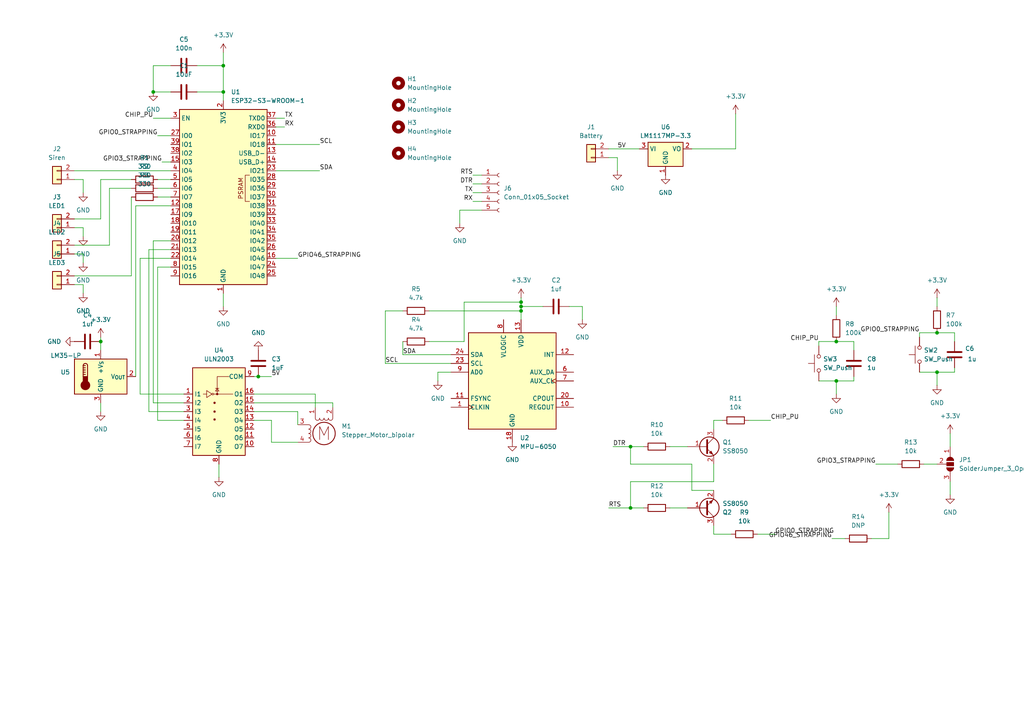
<source format=kicad_sch>
(kicad_sch
	(version 20231120)
	(generator "eeschema")
	(generator_version "8.0")
	(uuid "c0543838-bfbb-4949-a979-e7708bf93f19")
	(paper "A4")
	(lib_symbols
		(symbol "Connector:Conn_01x05_Socket"
			(pin_names
				(offset 1.016) hide)
			(exclude_from_sim no)
			(in_bom yes)
			(on_board yes)
			(property "Reference" "J"
				(at 0 7.62 0)
				(effects
					(font
						(size 1.27 1.27)
					)
				)
			)
			(property "Value" "Conn_01x05_Socket"
				(at 0 -7.62 0)
				(effects
					(font
						(size 1.27 1.27)
					)
				)
			)
			(property "Footprint" ""
				(at 0 0 0)
				(effects
					(font
						(size 1.27 1.27)
					)
					(hide yes)
				)
			)
			(property "Datasheet" "~"
				(at 0 0 0)
				(effects
					(font
						(size 1.27 1.27)
					)
					(hide yes)
				)
			)
			(property "Description" "Generic connector, single row, 01x05, script generated"
				(at 0 0 0)
				(effects
					(font
						(size 1.27 1.27)
					)
					(hide yes)
				)
			)
			(property "ki_locked" ""
				(at 0 0 0)
				(effects
					(font
						(size 1.27 1.27)
					)
				)
			)
			(property "ki_keywords" "connector"
				(at 0 0 0)
				(effects
					(font
						(size 1.27 1.27)
					)
					(hide yes)
				)
			)
			(property "ki_fp_filters" "Connector*:*_1x??_*"
				(at 0 0 0)
				(effects
					(font
						(size 1.27 1.27)
					)
					(hide yes)
				)
			)
			(symbol "Conn_01x05_Socket_1_1"
				(arc
					(start 0 -4.572)
					(mid -0.5058 -5.08)
					(end 0 -5.588)
					(stroke
						(width 0.1524)
						(type default)
					)
					(fill
						(type none)
					)
				)
				(arc
					(start 0 -2.032)
					(mid -0.5058 -2.54)
					(end 0 -3.048)
					(stroke
						(width 0.1524)
						(type default)
					)
					(fill
						(type none)
					)
				)
				(polyline
					(pts
						(xy -1.27 -5.08) (xy -0.508 -5.08)
					)
					(stroke
						(width 0.1524)
						(type default)
					)
					(fill
						(type none)
					)
				)
				(polyline
					(pts
						(xy -1.27 -2.54) (xy -0.508 -2.54)
					)
					(stroke
						(width 0.1524)
						(type default)
					)
					(fill
						(type none)
					)
				)
				(polyline
					(pts
						(xy -1.27 0) (xy -0.508 0)
					)
					(stroke
						(width 0.1524)
						(type default)
					)
					(fill
						(type none)
					)
				)
				(polyline
					(pts
						(xy -1.27 2.54) (xy -0.508 2.54)
					)
					(stroke
						(width 0.1524)
						(type default)
					)
					(fill
						(type none)
					)
				)
				(polyline
					(pts
						(xy -1.27 5.08) (xy -0.508 5.08)
					)
					(stroke
						(width 0.1524)
						(type default)
					)
					(fill
						(type none)
					)
				)
				(arc
					(start 0 0.508)
					(mid -0.5058 0)
					(end 0 -0.508)
					(stroke
						(width 0.1524)
						(type default)
					)
					(fill
						(type none)
					)
				)
				(arc
					(start 0 3.048)
					(mid -0.5058 2.54)
					(end 0 2.032)
					(stroke
						(width 0.1524)
						(type default)
					)
					(fill
						(type none)
					)
				)
				(arc
					(start 0 5.588)
					(mid -0.5058 5.08)
					(end 0 4.572)
					(stroke
						(width 0.1524)
						(type default)
					)
					(fill
						(type none)
					)
				)
				(pin passive line
					(at -5.08 5.08 0)
					(length 3.81)
					(name "Pin_1"
						(effects
							(font
								(size 1.27 1.27)
							)
						)
					)
					(number "1"
						(effects
							(font
								(size 1.27 1.27)
							)
						)
					)
				)
				(pin passive line
					(at -5.08 2.54 0)
					(length 3.81)
					(name "Pin_2"
						(effects
							(font
								(size 1.27 1.27)
							)
						)
					)
					(number "2"
						(effects
							(font
								(size 1.27 1.27)
							)
						)
					)
				)
				(pin passive line
					(at -5.08 0 0)
					(length 3.81)
					(name "Pin_3"
						(effects
							(font
								(size 1.27 1.27)
							)
						)
					)
					(number "3"
						(effects
							(font
								(size 1.27 1.27)
							)
						)
					)
				)
				(pin passive line
					(at -5.08 -2.54 0)
					(length 3.81)
					(name "Pin_4"
						(effects
							(font
								(size 1.27 1.27)
							)
						)
					)
					(number "4"
						(effects
							(font
								(size 1.27 1.27)
							)
						)
					)
				)
				(pin passive line
					(at -5.08 -5.08 0)
					(length 3.81)
					(name "Pin_5"
						(effects
							(font
								(size 1.27 1.27)
							)
						)
					)
					(number "5"
						(effects
							(font
								(size 1.27 1.27)
							)
						)
					)
				)
			)
		)
		(symbol "Connector_Generic:Conn_01x02"
			(pin_names
				(offset 1.016) hide)
			(exclude_from_sim no)
			(in_bom yes)
			(on_board yes)
			(property "Reference" "J"
				(at 0 2.54 0)
				(effects
					(font
						(size 1.27 1.27)
					)
				)
			)
			(property "Value" "Conn_01x02"
				(at 0 -5.08 0)
				(effects
					(font
						(size 1.27 1.27)
					)
				)
			)
			(property "Footprint" ""
				(at 0 0 0)
				(effects
					(font
						(size 1.27 1.27)
					)
					(hide yes)
				)
			)
			(property "Datasheet" "~"
				(at 0 0 0)
				(effects
					(font
						(size 1.27 1.27)
					)
					(hide yes)
				)
			)
			(property "Description" "Generic connector, single row, 01x02, script generated (kicad-library-utils/schlib/autogen/connector/)"
				(at 0 0 0)
				(effects
					(font
						(size 1.27 1.27)
					)
					(hide yes)
				)
			)
			(property "ki_keywords" "connector"
				(at 0 0 0)
				(effects
					(font
						(size 1.27 1.27)
					)
					(hide yes)
				)
			)
			(property "ki_fp_filters" "Connector*:*_1x??_*"
				(at 0 0 0)
				(effects
					(font
						(size 1.27 1.27)
					)
					(hide yes)
				)
			)
			(symbol "Conn_01x02_1_1"
				(rectangle
					(start -1.27 -2.413)
					(end 0 -2.667)
					(stroke
						(width 0.1524)
						(type default)
					)
					(fill
						(type none)
					)
				)
				(rectangle
					(start -1.27 0.127)
					(end 0 -0.127)
					(stroke
						(width 0.1524)
						(type default)
					)
					(fill
						(type none)
					)
				)
				(rectangle
					(start -1.27 1.27)
					(end 1.27 -3.81)
					(stroke
						(width 0.254)
						(type default)
					)
					(fill
						(type background)
					)
				)
				(pin passive line
					(at -5.08 0 0)
					(length 3.81)
					(name "Pin_1"
						(effects
							(font
								(size 1.27 1.27)
							)
						)
					)
					(number "1"
						(effects
							(font
								(size 1.27 1.27)
							)
						)
					)
				)
				(pin passive line
					(at -5.08 -2.54 0)
					(length 3.81)
					(name "Pin_2"
						(effects
							(font
								(size 1.27 1.27)
							)
						)
					)
					(number "2"
						(effects
							(font
								(size 1.27 1.27)
							)
						)
					)
				)
			)
		)
		(symbol "Device:C"
			(pin_numbers hide)
			(pin_names
				(offset 0.254)
			)
			(exclude_from_sim no)
			(in_bom yes)
			(on_board yes)
			(property "Reference" "C"
				(at 0.635 2.54 0)
				(effects
					(font
						(size 1.27 1.27)
					)
					(justify left)
				)
			)
			(property "Value" "C"
				(at 0.635 -2.54 0)
				(effects
					(font
						(size 1.27 1.27)
					)
					(justify left)
				)
			)
			(property "Footprint" ""
				(at 0.9652 -3.81 0)
				(effects
					(font
						(size 1.27 1.27)
					)
					(hide yes)
				)
			)
			(property "Datasheet" "~"
				(at 0 0 0)
				(effects
					(font
						(size 1.27 1.27)
					)
					(hide yes)
				)
			)
			(property "Description" "Unpolarized capacitor"
				(at 0 0 0)
				(effects
					(font
						(size 1.27 1.27)
					)
					(hide yes)
				)
			)
			(property "ki_keywords" "cap capacitor"
				(at 0 0 0)
				(effects
					(font
						(size 1.27 1.27)
					)
					(hide yes)
				)
			)
			(property "ki_fp_filters" "C_*"
				(at 0 0 0)
				(effects
					(font
						(size 1.27 1.27)
					)
					(hide yes)
				)
			)
			(symbol "C_0_1"
				(polyline
					(pts
						(xy -2.032 -0.762) (xy 2.032 -0.762)
					)
					(stroke
						(width 0.508)
						(type default)
					)
					(fill
						(type none)
					)
				)
				(polyline
					(pts
						(xy -2.032 0.762) (xy 2.032 0.762)
					)
					(stroke
						(width 0.508)
						(type default)
					)
					(fill
						(type none)
					)
				)
			)
			(symbol "C_1_1"
				(pin passive line
					(at 0 3.81 270)
					(length 2.794)
					(name "~"
						(effects
							(font
								(size 1.27 1.27)
							)
						)
					)
					(number "1"
						(effects
							(font
								(size 1.27 1.27)
							)
						)
					)
				)
				(pin passive line
					(at 0 -3.81 90)
					(length 2.794)
					(name "~"
						(effects
							(font
								(size 1.27 1.27)
							)
						)
					)
					(number "2"
						(effects
							(font
								(size 1.27 1.27)
							)
						)
					)
				)
			)
		)
		(symbol "Device:R"
			(pin_numbers hide)
			(pin_names
				(offset 0)
			)
			(exclude_from_sim no)
			(in_bom yes)
			(on_board yes)
			(property "Reference" "R"
				(at 2.032 0 90)
				(effects
					(font
						(size 1.27 1.27)
					)
				)
			)
			(property "Value" "R"
				(at 0 0 90)
				(effects
					(font
						(size 1.27 1.27)
					)
				)
			)
			(property "Footprint" ""
				(at -1.778 0 90)
				(effects
					(font
						(size 1.27 1.27)
					)
					(hide yes)
				)
			)
			(property "Datasheet" "~"
				(at 0 0 0)
				(effects
					(font
						(size 1.27 1.27)
					)
					(hide yes)
				)
			)
			(property "Description" "Resistor"
				(at 0 0 0)
				(effects
					(font
						(size 1.27 1.27)
					)
					(hide yes)
				)
			)
			(property "ki_keywords" "R res resistor"
				(at 0 0 0)
				(effects
					(font
						(size 1.27 1.27)
					)
					(hide yes)
				)
			)
			(property "ki_fp_filters" "R_*"
				(at 0 0 0)
				(effects
					(font
						(size 1.27 1.27)
					)
					(hide yes)
				)
			)
			(symbol "R_0_1"
				(rectangle
					(start -1.016 -2.54)
					(end 1.016 2.54)
					(stroke
						(width 0.254)
						(type default)
					)
					(fill
						(type none)
					)
				)
			)
			(symbol "R_1_1"
				(pin passive line
					(at 0 3.81 270)
					(length 1.27)
					(name "~"
						(effects
							(font
								(size 1.27 1.27)
							)
						)
					)
					(number "1"
						(effects
							(font
								(size 1.27 1.27)
							)
						)
					)
				)
				(pin passive line
					(at 0 -3.81 90)
					(length 1.27)
					(name "~"
						(effects
							(font
								(size 1.27 1.27)
							)
						)
					)
					(number "2"
						(effects
							(font
								(size 1.27 1.27)
							)
						)
					)
				)
			)
		)
		(symbol "Jumper:SolderJumper_3_Open"
			(pin_names
				(offset 0) hide)
			(exclude_from_sim yes)
			(in_bom no)
			(on_board yes)
			(property "Reference" "JP"
				(at -2.54 -2.54 0)
				(effects
					(font
						(size 1.27 1.27)
					)
				)
			)
			(property "Value" "SolderJumper_3_Open"
				(at 0 2.794 0)
				(effects
					(font
						(size 1.27 1.27)
					)
				)
			)
			(property "Footprint" ""
				(at 0 0 0)
				(effects
					(font
						(size 1.27 1.27)
					)
					(hide yes)
				)
			)
			(property "Datasheet" "~"
				(at 0 0 0)
				(effects
					(font
						(size 1.27 1.27)
					)
					(hide yes)
				)
			)
			(property "Description" "Solder Jumper, 3-pole, open"
				(at 0 0 0)
				(effects
					(font
						(size 1.27 1.27)
					)
					(hide yes)
				)
			)
			(property "ki_keywords" "Solder Jumper SPDT"
				(at 0 0 0)
				(effects
					(font
						(size 1.27 1.27)
					)
					(hide yes)
				)
			)
			(property "ki_fp_filters" "SolderJumper*Open*"
				(at 0 0 0)
				(effects
					(font
						(size 1.27 1.27)
					)
					(hide yes)
				)
			)
			(symbol "SolderJumper_3_Open_0_1"
				(arc
					(start -1.016 1.016)
					(mid -2.0276 0)
					(end -1.016 -1.016)
					(stroke
						(width 0)
						(type default)
					)
					(fill
						(type none)
					)
				)
				(arc
					(start -1.016 1.016)
					(mid -2.0276 0)
					(end -1.016 -1.016)
					(stroke
						(width 0)
						(type default)
					)
					(fill
						(type outline)
					)
				)
				(rectangle
					(start -0.508 1.016)
					(end 0.508 -1.016)
					(stroke
						(width 0)
						(type default)
					)
					(fill
						(type outline)
					)
				)
				(polyline
					(pts
						(xy -2.54 0) (xy -2.032 0)
					)
					(stroke
						(width 0)
						(type default)
					)
					(fill
						(type none)
					)
				)
				(polyline
					(pts
						(xy -1.016 1.016) (xy -1.016 -1.016)
					)
					(stroke
						(width 0)
						(type default)
					)
					(fill
						(type none)
					)
				)
				(polyline
					(pts
						(xy 0 -1.27) (xy 0 -1.016)
					)
					(stroke
						(width 0)
						(type default)
					)
					(fill
						(type none)
					)
				)
				(polyline
					(pts
						(xy 1.016 1.016) (xy 1.016 -1.016)
					)
					(stroke
						(width 0)
						(type default)
					)
					(fill
						(type none)
					)
				)
				(polyline
					(pts
						(xy 2.54 0) (xy 2.032 0)
					)
					(stroke
						(width 0)
						(type default)
					)
					(fill
						(type none)
					)
				)
				(arc
					(start 1.016 -1.016)
					(mid 2.0276 0)
					(end 1.016 1.016)
					(stroke
						(width 0)
						(type default)
					)
					(fill
						(type none)
					)
				)
				(arc
					(start 1.016 -1.016)
					(mid 2.0276 0)
					(end 1.016 1.016)
					(stroke
						(width 0)
						(type default)
					)
					(fill
						(type outline)
					)
				)
			)
			(symbol "SolderJumper_3_Open_1_1"
				(pin passive line
					(at -5.08 0 0)
					(length 2.54)
					(name "A"
						(effects
							(font
								(size 1.27 1.27)
							)
						)
					)
					(number "1"
						(effects
							(font
								(size 1.27 1.27)
							)
						)
					)
				)
				(pin passive line
					(at 0 -3.81 90)
					(length 2.54)
					(name "C"
						(effects
							(font
								(size 1.27 1.27)
							)
						)
					)
					(number "2"
						(effects
							(font
								(size 1.27 1.27)
							)
						)
					)
				)
				(pin passive line
					(at 5.08 0 180)
					(length 2.54)
					(name "B"
						(effects
							(font
								(size 1.27 1.27)
							)
						)
					)
					(number "3"
						(effects
							(font
								(size 1.27 1.27)
							)
						)
					)
				)
			)
		)
		(symbol "Mechanical:MountingHole"
			(pin_names
				(offset 1.016)
			)
			(exclude_from_sim yes)
			(in_bom no)
			(on_board yes)
			(property "Reference" "H"
				(at 0 5.08 0)
				(effects
					(font
						(size 1.27 1.27)
					)
				)
			)
			(property "Value" "MountingHole"
				(at 0 3.175 0)
				(effects
					(font
						(size 1.27 1.27)
					)
				)
			)
			(property "Footprint" ""
				(at 0 0 0)
				(effects
					(font
						(size 1.27 1.27)
					)
					(hide yes)
				)
			)
			(property "Datasheet" "~"
				(at 0 0 0)
				(effects
					(font
						(size 1.27 1.27)
					)
					(hide yes)
				)
			)
			(property "Description" "Mounting Hole without connection"
				(at 0 0 0)
				(effects
					(font
						(size 1.27 1.27)
					)
					(hide yes)
				)
			)
			(property "ki_keywords" "mounting hole"
				(at 0 0 0)
				(effects
					(font
						(size 1.27 1.27)
					)
					(hide yes)
				)
			)
			(property "ki_fp_filters" "MountingHole*"
				(at 0 0 0)
				(effects
					(font
						(size 1.27 1.27)
					)
					(hide yes)
				)
			)
			(symbol "MountingHole_0_1"
				(circle
					(center 0 0)
					(radius 1.27)
					(stroke
						(width 1.27)
						(type default)
					)
					(fill
						(type none)
					)
				)
			)
		)
		(symbol "Motor:Stepper_Motor_bipolar"
			(pin_names
				(offset 0) hide)
			(exclude_from_sim no)
			(in_bom yes)
			(on_board yes)
			(property "Reference" "M"
				(at 3.81 2.54 0)
				(effects
					(font
						(size 1.27 1.27)
					)
					(justify left)
				)
			)
			(property "Value" "Stepper_Motor_bipolar"
				(at 3.81 1.27 0)
				(effects
					(font
						(size 1.27 1.27)
					)
					(justify left top)
				)
			)
			(property "Footprint" ""
				(at 0.254 -0.254 0)
				(effects
					(font
						(size 1.27 1.27)
					)
					(hide yes)
				)
			)
			(property "Datasheet" "http://www.infineon.com/dgdl/Application-Note-TLE8110EE_driving_UniPolarStepperMotor_V1.1.pdf?fileId=db3a30431be39b97011be5d0aa0a00b0"
				(at 0.254 -0.254 0)
				(effects
					(font
						(size 1.27 1.27)
					)
					(hide yes)
				)
			)
			(property "Description" "4-wire bipolar stepper motor"
				(at 0 0 0)
				(effects
					(font
						(size 1.27 1.27)
					)
					(hide yes)
				)
			)
			(property "ki_keywords" "bipolar stepper motor"
				(at 0 0 0)
				(effects
					(font
						(size 1.27 1.27)
					)
					(hide yes)
				)
			)
			(property "ki_fp_filters" "PinHeader*P2.54mm*Vertical* TerminalBlock* Motor*"
				(at 0 0 0)
				(effects
					(font
						(size 1.27 1.27)
					)
					(hide yes)
				)
			)
			(symbol "Stepper_Motor_bipolar_0_0"
				(polyline
					(pts
						(xy -1.27 -1.778) (xy -1.27 2.032) (xy 0 -0.508) (xy 1.27 2.032) (xy 1.27 -1.778)
					)
					(stroke
						(width 0)
						(type default)
					)
					(fill
						(type none)
					)
				)
			)
			(symbol "Stepper_Motor_bipolar_0_1"
				(arc
					(start -4.445 -2.54)
					(mid -3.8127 -1.905)
					(end -4.445 -1.27)
					(stroke
						(width 0)
						(type default)
					)
					(fill
						(type none)
					)
				)
				(arc
					(start -4.445 -1.27)
					(mid -3.8127 -0.635)
					(end -4.445 0)
					(stroke
						(width 0)
						(type default)
					)
					(fill
						(type none)
					)
				)
				(arc
					(start -4.445 0)
					(mid -3.8127 0.635)
					(end -4.445 1.27)
					(stroke
						(width 0)
						(type default)
					)
					(fill
						(type none)
					)
				)
				(arc
					(start -4.445 1.27)
					(mid -3.8127 1.905)
					(end -4.445 2.54)
					(stroke
						(width 0)
						(type default)
					)
					(fill
						(type none)
					)
				)
				(arc
					(start -2.54 4.445)
					(mid -1.905 3.8127)
					(end -1.27 4.445)
					(stroke
						(width 0)
						(type default)
					)
					(fill
						(type none)
					)
				)
				(arc
					(start -1.27 4.445)
					(mid -0.635 3.8127)
					(end 0 4.445)
					(stroke
						(width 0)
						(type default)
					)
					(fill
						(type none)
					)
				)
				(polyline
					(pts
						(xy -5.08 -2.54) (xy -4.445 -2.54)
					)
					(stroke
						(width 0)
						(type default)
					)
					(fill
						(type none)
					)
				)
				(polyline
					(pts
						(xy -5.08 2.54) (xy -4.445 2.54)
					)
					(stroke
						(width 0)
						(type default)
					)
					(fill
						(type none)
					)
				)
				(polyline
					(pts
						(xy -2.54 5.08) (xy -2.54 4.445)
					)
					(stroke
						(width 0)
						(type default)
					)
					(fill
						(type none)
					)
				)
				(polyline
					(pts
						(xy 2.54 5.08) (xy 2.54 4.445)
					)
					(stroke
						(width 0)
						(type default)
					)
					(fill
						(type none)
					)
				)
				(circle
					(center 0 0)
					(radius 3.2512)
					(stroke
						(width 0.254)
						(type default)
					)
					(fill
						(type none)
					)
				)
				(arc
					(start 0 4.445)
					(mid 0.635 3.8127)
					(end 1.27 4.445)
					(stroke
						(width 0)
						(type default)
					)
					(fill
						(type none)
					)
				)
				(arc
					(start 1.27 4.445)
					(mid 1.905 3.8127)
					(end 2.54 4.445)
					(stroke
						(width 0)
						(type default)
					)
					(fill
						(type none)
					)
				)
			)
			(symbol "Stepper_Motor_bipolar_1_1"
				(pin passive line
					(at -2.54 7.62 270)
					(length 2.54)
					(name "~"
						(effects
							(font
								(size 1.27 1.27)
							)
						)
					)
					(number "1"
						(effects
							(font
								(size 1.27 1.27)
							)
						)
					)
				)
				(pin passive line
					(at 2.54 7.62 270)
					(length 2.54)
					(name "-"
						(effects
							(font
								(size 1.27 1.27)
							)
						)
					)
					(number "2"
						(effects
							(font
								(size 1.27 1.27)
							)
						)
					)
				)
				(pin passive line
					(at -7.62 2.54 0)
					(length 2.54)
					(name "~"
						(effects
							(font
								(size 1.27 1.27)
							)
						)
					)
					(number "3"
						(effects
							(font
								(size 1.27 1.27)
							)
						)
					)
				)
				(pin passive line
					(at -7.62 -2.54 0)
					(length 2.54)
					(name "~"
						(effects
							(font
								(size 1.27 1.27)
							)
						)
					)
					(number "4"
						(effects
							(font
								(size 1.27 1.27)
							)
						)
					)
				)
			)
		)
		(symbol "RF_Module:ESP32-S3-WROOM-1"
			(exclude_from_sim no)
			(in_bom yes)
			(on_board yes)
			(property "Reference" "U"
				(at -12.7 26.67 0)
				(effects
					(font
						(size 1.27 1.27)
					)
				)
			)
			(property "Value" "ESP32-S3-WROOM-1"
				(at 12.7 26.67 0)
				(effects
					(font
						(size 1.27 1.27)
					)
				)
			)
			(property "Footprint" "RF_Module:ESP32-S3-WROOM-1"
				(at 0 2.54 0)
				(effects
					(font
						(size 1.27 1.27)
					)
					(hide yes)
				)
			)
			(property "Datasheet" "https://www.espressif.com/sites/default/files/documentation/esp32-s3-wroom-1_wroom-1u_datasheet_en.pdf"
				(at 0 0 0)
				(effects
					(font
						(size 1.27 1.27)
					)
					(hide yes)
				)
			)
			(property "Description" "RF Module, ESP32-S3 SoC, Wi-Fi 802.11b/g/n, Bluetooth, BLE, 32-bit, 3.3V, onboard antenna, SMD"
				(at 0 0 0)
				(effects
					(font
						(size 1.27 1.27)
					)
					(hide yes)
				)
			)
			(property "ki_keywords" "RF Radio BT ESP ESP32-S3 Espressif onboard PCB antenna"
				(at 0 0 0)
				(effects
					(font
						(size 1.27 1.27)
					)
					(hide yes)
				)
			)
			(property "ki_fp_filters" "ESP32?S3?WROOM?1*"
				(at 0 0 0)
				(effects
					(font
						(size 1.27 1.27)
					)
					(hide yes)
				)
			)
			(symbol "ESP32-S3-WROOM-1_0_0"
				(rectangle
					(start -12.7 25.4)
					(end 12.7 -25.4)
					(stroke
						(width 0.254)
						(type default)
					)
					(fill
						(type background)
					)
				)
				(text "PSRAM"
					(at 5.08 2.54 900)
					(effects
						(font
							(size 1.27 1.27)
						)
					)
				)
			)
			(symbol "ESP32-S3-WROOM-1_0_1"
				(polyline
					(pts
						(xy 7.62 -1.27) (xy 6.35 -1.27) (xy 6.35 6.35) (xy 7.62 6.35)
					)
					(stroke
						(width 0)
						(type default)
					)
					(fill
						(type none)
					)
				)
			)
			(symbol "ESP32-S3-WROOM-1_1_1"
				(pin power_in line
					(at 0 -27.94 90)
					(length 2.54)
					(name "GND"
						(effects
							(font
								(size 1.27 1.27)
							)
						)
					)
					(number "1"
						(effects
							(font
								(size 1.27 1.27)
							)
						)
					)
				)
				(pin bidirectional line
					(at 15.24 17.78 180)
					(length 2.54)
					(name "IO17"
						(effects
							(font
								(size 1.27 1.27)
							)
						)
					)
					(number "10"
						(effects
							(font
								(size 1.27 1.27)
							)
						)
					)
				)
				(pin bidirectional line
					(at 15.24 15.24 180)
					(length 2.54)
					(name "IO18"
						(effects
							(font
								(size 1.27 1.27)
							)
						)
					)
					(number "11"
						(effects
							(font
								(size 1.27 1.27)
							)
						)
					)
				)
				(pin bidirectional line
					(at -15.24 -2.54 0)
					(length 2.54)
					(name "IO8"
						(effects
							(font
								(size 1.27 1.27)
							)
						)
					)
					(number "12"
						(effects
							(font
								(size 1.27 1.27)
							)
						)
					)
				)
				(pin bidirectional line
					(at 15.24 12.7 180)
					(length 2.54)
					(name "USB_D-"
						(effects
							(font
								(size 1.27 1.27)
							)
						)
					)
					(number "13"
						(effects
							(font
								(size 1.27 1.27)
							)
						)
					)
					(alternate "IO19" bidirectional line)
				)
				(pin bidirectional line
					(at 15.24 10.16 180)
					(length 2.54)
					(name "USB_D+"
						(effects
							(font
								(size 1.27 1.27)
							)
						)
					)
					(number "14"
						(effects
							(font
								(size 1.27 1.27)
							)
						)
					)
					(alternate "IO20" bidirectional line)
				)
				(pin bidirectional line
					(at -15.24 10.16 0)
					(length 2.54)
					(name "IO3"
						(effects
							(font
								(size 1.27 1.27)
							)
						)
					)
					(number "15"
						(effects
							(font
								(size 1.27 1.27)
							)
						)
					)
				)
				(pin bidirectional line
					(at 15.24 -17.78 180)
					(length 2.54)
					(name "IO46"
						(effects
							(font
								(size 1.27 1.27)
							)
						)
					)
					(number "16"
						(effects
							(font
								(size 1.27 1.27)
							)
						)
					)
				)
				(pin bidirectional line
					(at -15.24 -5.08 0)
					(length 2.54)
					(name "IO9"
						(effects
							(font
								(size 1.27 1.27)
							)
						)
					)
					(number "17"
						(effects
							(font
								(size 1.27 1.27)
							)
						)
					)
				)
				(pin bidirectional line
					(at -15.24 -7.62 0)
					(length 2.54)
					(name "IO10"
						(effects
							(font
								(size 1.27 1.27)
							)
						)
					)
					(number "18"
						(effects
							(font
								(size 1.27 1.27)
							)
						)
					)
				)
				(pin bidirectional line
					(at -15.24 -10.16 0)
					(length 2.54)
					(name "IO11"
						(effects
							(font
								(size 1.27 1.27)
							)
						)
					)
					(number "19"
						(effects
							(font
								(size 1.27 1.27)
							)
						)
					)
				)
				(pin power_in line
					(at 0 27.94 270)
					(length 2.54)
					(name "3V3"
						(effects
							(font
								(size 1.27 1.27)
							)
						)
					)
					(number "2"
						(effects
							(font
								(size 1.27 1.27)
							)
						)
					)
				)
				(pin bidirectional line
					(at -15.24 -12.7 0)
					(length 2.54)
					(name "IO12"
						(effects
							(font
								(size 1.27 1.27)
							)
						)
					)
					(number "20"
						(effects
							(font
								(size 1.27 1.27)
							)
						)
					)
				)
				(pin bidirectional line
					(at -15.24 -15.24 0)
					(length 2.54)
					(name "IO13"
						(effects
							(font
								(size 1.27 1.27)
							)
						)
					)
					(number "21"
						(effects
							(font
								(size 1.27 1.27)
							)
						)
					)
				)
				(pin bidirectional line
					(at -15.24 -17.78 0)
					(length 2.54)
					(name "IO14"
						(effects
							(font
								(size 1.27 1.27)
							)
						)
					)
					(number "22"
						(effects
							(font
								(size 1.27 1.27)
							)
						)
					)
				)
				(pin bidirectional line
					(at 15.24 7.62 180)
					(length 2.54)
					(name "IO21"
						(effects
							(font
								(size 1.27 1.27)
							)
						)
					)
					(number "23"
						(effects
							(font
								(size 1.27 1.27)
							)
						)
					)
				)
				(pin bidirectional line
					(at 15.24 -20.32 180)
					(length 2.54)
					(name "IO47"
						(effects
							(font
								(size 1.27 1.27)
							)
						)
					)
					(number "24"
						(effects
							(font
								(size 1.27 1.27)
							)
						)
					)
				)
				(pin bidirectional line
					(at 15.24 -22.86 180)
					(length 2.54)
					(name "IO48"
						(effects
							(font
								(size 1.27 1.27)
							)
						)
					)
					(number "25"
						(effects
							(font
								(size 1.27 1.27)
							)
						)
					)
				)
				(pin bidirectional line
					(at 15.24 -15.24 180)
					(length 2.54)
					(name "IO45"
						(effects
							(font
								(size 1.27 1.27)
							)
						)
					)
					(number "26"
						(effects
							(font
								(size 1.27 1.27)
							)
						)
					)
				)
				(pin bidirectional line
					(at -15.24 17.78 0)
					(length 2.54)
					(name "IO0"
						(effects
							(font
								(size 1.27 1.27)
							)
						)
					)
					(number "27"
						(effects
							(font
								(size 1.27 1.27)
							)
						)
					)
				)
				(pin bidirectional line
					(at 15.24 5.08 180)
					(length 2.54)
					(name "IO35"
						(effects
							(font
								(size 1.27 1.27)
							)
						)
					)
					(number "28"
						(effects
							(font
								(size 1.27 1.27)
							)
						)
					)
				)
				(pin bidirectional line
					(at 15.24 2.54 180)
					(length 2.54)
					(name "IO36"
						(effects
							(font
								(size 1.27 1.27)
							)
						)
					)
					(number "29"
						(effects
							(font
								(size 1.27 1.27)
							)
						)
					)
				)
				(pin input line
					(at -15.24 22.86 0)
					(length 2.54)
					(name "EN"
						(effects
							(font
								(size 1.27 1.27)
							)
						)
					)
					(number "3"
						(effects
							(font
								(size 1.27 1.27)
							)
						)
					)
				)
				(pin bidirectional line
					(at 15.24 0 180)
					(length 2.54)
					(name "IO37"
						(effects
							(font
								(size 1.27 1.27)
							)
						)
					)
					(number "30"
						(effects
							(font
								(size 1.27 1.27)
							)
						)
					)
				)
				(pin bidirectional line
					(at 15.24 -2.54 180)
					(length 2.54)
					(name "IO38"
						(effects
							(font
								(size 1.27 1.27)
							)
						)
					)
					(number "31"
						(effects
							(font
								(size 1.27 1.27)
							)
						)
					)
				)
				(pin bidirectional line
					(at 15.24 -5.08 180)
					(length 2.54)
					(name "IO39"
						(effects
							(font
								(size 1.27 1.27)
							)
						)
					)
					(number "32"
						(effects
							(font
								(size 1.27 1.27)
							)
						)
					)
				)
				(pin bidirectional line
					(at 15.24 -7.62 180)
					(length 2.54)
					(name "IO40"
						(effects
							(font
								(size 1.27 1.27)
							)
						)
					)
					(number "33"
						(effects
							(font
								(size 1.27 1.27)
							)
						)
					)
				)
				(pin bidirectional line
					(at 15.24 -10.16 180)
					(length 2.54)
					(name "IO41"
						(effects
							(font
								(size 1.27 1.27)
							)
						)
					)
					(number "34"
						(effects
							(font
								(size 1.27 1.27)
							)
						)
					)
				)
				(pin bidirectional line
					(at 15.24 -12.7 180)
					(length 2.54)
					(name "IO42"
						(effects
							(font
								(size 1.27 1.27)
							)
						)
					)
					(number "35"
						(effects
							(font
								(size 1.27 1.27)
							)
						)
					)
				)
				(pin bidirectional line
					(at 15.24 20.32 180)
					(length 2.54)
					(name "RXD0"
						(effects
							(font
								(size 1.27 1.27)
							)
						)
					)
					(number "36"
						(effects
							(font
								(size 1.27 1.27)
							)
						)
					)
				)
				(pin bidirectional line
					(at 15.24 22.86 180)
					(length 2.54)
					(name "TXD0"
						(effects
							(font
								(size 1.27 1.27)
							)
						)
					)
					(number "37"
						(effects
							(font
								(size 1.27 1.27)
							)
						)
					)
				)
				(pin bidirectional line
					(at -15.24 12.7 0)
					(length 2.54)
					(name "IO2"
						(effects
							(font
								(size 1.27 1.27)
							)
						)
					)
					(number "38"
						(effects
							(font
								(size 1.27 1.27)
							)
						)
					)
				)
				(pin bidirectional line
					(at -15.24 15.24 0)
					(length 2.54)
					(name "IO1"
						(effects
							(font
								(size 1.27 1.27)
							)
						)
					)
					(number "39"
						(effects
							(font
								(size 1.27 1.27)
							)
						)
					)
				)
				(pin bidirectional line
					(at -15.24 7.62 0)
					(length 2.54)
					(name "IO4"
						(effects
							(font
								(size 1.27 1.27)
							)
						)
					)
					(number "4"
						(effects
							(font
								(size 1.27 1.27)
							)
						)
					)
				)
				(pin passive line
					(at 0 -27.94 90)
					(length 2.54) hide
					(name "GND"
						(effects
							(font
								(size 1.27 1.27)
							)
						)
					)
					(number "40"
						(effects
							(font
								(size 1.27 1.27)
							)
						)
					)
				)
				(pin passive line
					(at 0 -27.94 90)
					(length 2.54) hide
					(name "GND"
						(effects
							(font
								(size 1.27 1.27)
							)
						)
					)
					(number "41"
						(effects
							(font
								(size 1.27 1.27)
							)
						)
					)
				)
				(pin bidirectional line
					(at -15.24 5.08 0)
					(length 2.54)
					(name "IO5"
						(effects
							(font
								(size 1.27 1.27)
							)
						)
					)
					(number "5"
						(effects
							(font
								(size 1.27 1.27)
							)
						)
					)
				)
				(pin bidirectional line
					(at -15.24 2.54 0)
					(length 2.54)
					(name "IO6"
						(effects
							(font
								(size 1.27 1.27)
							)
						)
					)
					(number "6"
						(effects
							(font
								(size 1.27 1.27)
							)
						)
					)
				)
				(pin bidirectional line
					(at -15.24 0 0)
					(length 2.54)
					(name "IO7"
						(effects
							(font
								(size 1.27 1.27)
							)
						)
					)
					(number "7"
						(effects
							(font
								(size 1.27 1.27)
							)
						)
					)
				)
				(pin bidirectional line
					(at -15.24 -20.32 0)
					(length 2.54)
					(name "IO15"
						(effects
							(font
								(size 1.27 1.27)
							)
						)
					)
					(number "8"
						(effects
							(font
								(size 1.27 1.27)
							)
						)
					)
				)
				(pin bidirectional line
					(at -15.24 -22.86 0)
					(length 2.54)
					(name "IO16"
						(effects
							(font
								(size 1.27 1.27)
							)
						)
					)
					(number "9"
						(effects
							(font
								(size 1.27 1.27)
							)
						)
					)
				)
			)
		)
		(symbol "Regulator_Linear:LM1117MP-3.3"
			(exclude_from_sim no)
			(in_bom yes)
			(on_board yes)
			(property "Reference" "U"
				(at -3.81 3.175 0)
				(effects
					(font
						(size 1.27 1.27)
					)
				)
			)
			(property "Value" "LM1117MP-3.3"
				(at 0 3.175 0)
				(effects
					(font
						(size 1.27 1.27)
					)
					(justify left)
				)
			)
			(property "Footprint" "Package_TO_SOT_SMD:SOT-223-3_TabPin2"
				(at 0 0 0)
				(effects
					(font
						(size 1.27 1.27)
					)
					(hide yes)
				)
			)
			(property "Datasheet" "http://www.ti.com/lit/ds/symlink/lm1117.pdf"
				(at 0 0 0)
				(effects
					(font
						(size 1.27 1.27)
					)
					(hide yes)
				)
			)
			(property "Description" "800mA Low-Dropout Linear Regulator, 3.3V fixed output, SOT-223"
				(at 0 0 0)
				(effects
					(font
						(size 1.27 1.27)
					)
					(hide yes)
				)
			)
			(property "ki_keywords" "linear regulator ldo fixed positive"
				(at 0 0 0)
				(effects
					(font
						(size 1.27 1.27)
					)
					(hide yes)
				)
			)
			(property "ki_fp_filters" "SOT?223*"
				(at 0 0 0)
				(effects
					(font
						(size 1.27 1.27)
					)
					(hide yes)
				)
			)
			(symbol "LM1117MP-3.3_0_1"
				(rectangle
					(start -5.08 -5.08)
					(end 5.08 1.905)
					(stroke
						(width 0.254)
						(type default)
					)
					(fill
						(type background)
					)
				)
			)
			(symbol "LM1117MP-3.3_1_1"
				(pin power_in line
					(at 0 -7.62 90)
					(length 2.54)
					(name "GND"
						(effects
							(font
								(size 1.27 1.27)
							)
						)
					)
					(number "1"
						(effects
							(font
								(size 1.27 1.27)
							)
						)
					)
				)
				(pin power_out line
					(at 7.62 0 180)
					(length 2.54)
					(name "VO"
						(effects
							(font
								(size 1.27 1.27)
							)
						)
					)
					(number "2"
						(effects
							(font
								(size 1.27 1.27)
							)
						)
					)
				)
				(pin power_in line
					(at -7.62 0 0)
					(length 2.54)
					(name "VI"
						(effects
							(font
								(size 1.27 1.27)
							)
						)
					)
					(number "3"
						(effects
							(font
								(size 1.27 1.27)
							)
						)
					)
				)
			)
		)
		(symbol "Sensor_Motion:MPU-6050"
			(exclude_from_sim no)
			(in_bom yes)
			(on_board yes)
			(property "Reference" "U"
				(at -11.43 13.97 0)
				(effects
					(font
						(size 1.27 1.27)
					)
				)
			)
			(property "Value" "MPU-6050"
				(at 7.62 -15.24 0)
				(effects
					(font
						(size 1.27 1.27)
					)
				)
			)
			(property "Footprint" "Sensor_Motion:InvenSense_QFN-24_4x4mm_P0.5mm"
				(at 0 -20.32 0)
				(effects
					(font
						(size 1.27 1.27)
					)
					(hide yes)
				)
			)
			(property "Datasheet" "https://invensense.tdk.com/wp-content/uploads/2015/02/MPU-6000-Datasheet1.pdf"
				(at 0 -3.81 0)
				(effects
					(font
						(size 1.27 1.27)
					)
					(hide yes)
				)
			)
			(property "Description" "InvenSense 6-Axis Motion Sensor, Gyroscope, Accelerometer, I2C"
				(at 0 0 0)
				(effects
					(font
						(size 1.27 1.27)
					)
					(hide yes)
				)
			)
			(property "ki_keywords" "mems"
				(at 0 0 0)
				(effects
					(font
						(size 1.27 1.27)
					)
					(hide yes)
				)
			)
			(property "ki_fp_filters" "*QFN*4x4mm*P0.5mm*"
				(at 0 0 0)
				(effects
					(font
						(size 1.27 1.27)
					)
					(hide yes)
				)
			)
			(symbol "MPU-6050_0_0"
				(text ""
					(at 12.7 -2.54 0)
					(effects
						(font
							(size 1.27 1.27)
						)
					)
				)
			)
			(symbol "MPU-6050_0_1"
				(rectangle
					(start -12.7 13.97)
					(end 12.7 -13.97)
					(stroke
						(width 0.254)
						(type default)
					)
					(fill
						(type background)
					)
				)
			)
			(symbol "MPU-6050_1_1"
				(pin input clock
					(at -17.78 -7.62 0)
					(length 5.08)
					(name "CLKIN"
						(effects
							(font
								(size 1.27 1.27)
							)
						)
					)
					(number "1"
						(effects
							(font
								(size 1.27 1.27)
							)
						)
					)
				)
				(pin passive line
					(at 17.78 -7.62 180)
					(length 5.08)
					(name "REGOUT"
						(effects
							(font
								(size 1.27 1.27)
							)
						)
					)
					(number "10"
						(effects
							(font
								(size 1.27 1.27)
							)
						)
					)
				)
				(pin input line
					(at -17.78 -5.08 0)
					(length 5.08)
					(name "FSYNC"
						(effects
							(font
								(size 1.27 1.27)
							)
						)
					)
					(number "11"
						(effects
							(font
								(size 1.27 1.27)
							)
						)
					)
				)
				(pin output line
					(at 17.78 7.62 180)
					(length 5.08)
					(name "INT"
						(effects
							(font
								(size 1.27 1.27)
							)
						)
					)
					(number "12"
						(effects
							(font
								(size 1.27 1.27)
							)
						)
					)
				)
				(pin power_in line
					(at 2.54 17.78 270)
					(length 3.81)
					(name "VDD"
						(effects
							(font
								(size 1.27 1.27)
							)
						)
					)
					(number "13"
						(effects
							(font
								(size 1.27 1.27)
							)
						)
					)
				)
				(pin no_connect line
					(at -12.7 -10.16 0)
					(length 2.54) hide
					(name "NC"
						(effects
							(font
								(size 1.27 1.27)
							)
						)
					)
					(number "14"
						(effects
							(font
								(size 1.27 1.27)
							)
						)
					)
				)
				(pin no_connect line
					(at 12.7 12.7 180)
					(length 2.54) hide
					(name "NC"
						(effects
							(font
								(size 1.27 1.27)
							)
						)
					)
					(number "15"
						(effects
							(font
								(size 1.27 1.27)
							)
						)
					)
				)
				(pin no_connect line
					(at 12.7 10.16 180)
					(length 2.54) hide
					(name "NC"
						(effects
							(font
								(size 1.27 1.27)
							)
						)
					)
					(number "16"
						(effects
							(font
								(size 1.27 1.27)
							)
						)
					)
				)
				(pin no_connect line
					(at 12.7 5.08 180)
					(length 2.54) hide
					(name "NC"
						(effects
							(font
								(size 1.27 1.27)
							)
						)
					)
					(number "17"
						(effects
							(font
								(size 1.27 1.27)
							)
						)
					)
				)
				(pin power_in line
					(at 0 -17.78 90)
					(length 3.81)
					(name "GND"
						(effects
							(font
								(size 1.27 1.27)
							)
						)
					)
					(number "18"
						(effects
							(font
								(size 1.27 1.27)
							)
						)
					)
				)
				(pin no_connect line
					(at 12.7 -10.16 180)
					(length 2.54) hide
					(name "RESV"
						(effects
							(font
								(size 1.27 1.27)
							)
						)
					)
					(number "19"
						(effects
							(font
								(size 1.27 1.27)
							)
						)
					)
				)
				(pin no_connect line
					(at -12.7 12.7 0)
					(length 2.54) hide
					(name "NC"
						(effects
							(font
								(size 1.27 1.27)
							)
						)
					)
					(number "2"
						(effects
							(font
								(size 1.27 1.27)
							)
						)
					)
				)
				(pin passive line
					(at 17.78 -5.08 180)
					(length 5.08)
					(name "CPOUT"
						(effects
							(font
								(size 1.27 1.27)
							)
						)
					)
					(number "20"
						(effects
							(font
								(size 1.27 1.27)
							)
						)
					)
				)
				(pin no_connect line
					(at 12.7 -2.54 180)
					(length 2.54) hide
					(name "RESV"
						(effects
							(font
								(size 1.27 1.27)
							)
						)
					)
					(number "21"
						(effects
							(font
								(size 1.27 1.27)
							)
						)
					)
				)
				(pin no_connect line
					(at 12.7 -12.7 180)
					(length 2.54) hide
					(name "RESV"
						(effects
							(font
								(size 1.27 1.27)
							)
						)
					)
					(number "22"
						(effects
							(font
								(size 1.27 1.27)
							)
						)
					)
				)
				(pin input line
					(at -17.78 5.08 0)
					(length 5.08)
					(name "SCL"
						(effects
							(font
								(size 1.27 1.27)
							)
						)
					)
					(number "23"
						(effects
							(font
								(size 1.27 1.27)
							)
						)
					)
				)
				(pin bidirectional line
					(at -17.78 7.62 0)
					(length 5.08)
					(name "SDA"
						(effects
							(font
								(size 1.27 1.27)
							)
						)
					)
					(number "24"
						(effects
							(font
								(size 1.27 1.27)
							)
						)
					)
				)
				(pin no_connect line
					(at -12.7 10.16 0)
					(length 2.54) hide
					(name "NC"
						(effects
							(font
								(size 1.27 1.27)
							)
						)
					)
					(number "3"
						(effects
							(font
								(size 1.27 1.27)
							)
						)
					)
				)
				(pin no_connect line
					(at -12.7 0 0)
					(length 2.54) hide
					(name "NC"
						(effects
							(font
								(size 1.27 1.27)
							)
						)
					)
					(number "4"
						(effects
							(font
								(size 1.27 1.27)
							)
						)
					)
				)
				(pin no_connect line
					(at -12.7 -2.54 0)
					(length 2.54) hide
					(name "NC"
						(effects
							(font
								(size 1.27 1.27)
							)
						)
					)
					(number "5"
						(effects
							(font
								(size 1.27 1.27)
							)
						)
					)
				)
				(pin bidirectional line
					(at 17.78 2.54 180)
					(length 5.08)
					(name "AUX_DA"
						(effects
							(font
								(size 1.27 1.27)
							)
						)
					)
					(number "6"
						(effects
							(font
								(size 1.27 1.27)
							)
						)
					)
				)
				(pin output clock
					(at 17.78 0 180)
					(length 5.08)
					(name "AUX_CL"
						(effects
							(font
								(size 1.27 1.27)
							)
						)
					)
					(number "7"
						(effects
							(font
								(size 1.27 1.27)
							)
						)
					)
				)
				(pin power_in line
					(at -2.54 17.78 270)
					(length 3.81)
					(name "VLOGIC"
						(effects
							(font
								(size 1.27 1.27)
							)
						)
					)
					(number "8"
						(effects
							(font
								(size 1.27 1.27)
							)
						)
					)
				)
				(pin input line
					(at -17.78 2.54 0)
					(length 5.08)
					(name "AD0"
						(effects
							(font
								(size 1.27 1.27)
							)
						)
					)
					(number "9"
						(effects
							(font
								(size 1.27 1.27)
							)
						)
					)
				)
			)
		)
		(symbol "Sensor_Temperature:LM35-LP"
			(exclude_from_sim no)
			(in_bom yes)
			(on_board yes)
			(property "Reference" "U"
				(at -6.35 6.35 0)
				(effects
					(font
						(size 1.27 1.27)
					)
				)
			)
			(property "Value" "LM35-LP"
				(at 1.27 6.35 0)
				(effects
					(font
						(size 1.27 1.27)
					)
					(justify left)
				)
			)
			(property "Footprint" "Package_TO_SOT_THT:TO-92_Inline"
				(at 1.27 -6.35 0)
				(effects
					(font
						(size 1.27 1.27)
					)
					(justify left)
					(hide yes)
				)
			)
			(property "Datasheet" "http://www.ti.com/lit/ds/symlink/lm35.pdf"
				(at 0 0 0)
				(effects
					(font
						(size 1.27 1.27)
					)
					(hide yes)
				)
			)
			(property "Description" "Precision centigrade temperature sensor, TO-92"
				(at 0 0 0)
				(effects
					(font
						(size 1.27 1.27)
					)
					(hide yes)
				)
			)
			(property "ki_keywords" "temperature sensor thermistor"
				(at 0 0 0)
				(effects
					(font
						(size 1.27 1.27)
					)
					(hide yes)
				)
			)
			(property "ki_fp_filters" "TO?92*"
				(at 0 0 0)
				(effects
					(font
						(size 1.27 1.27)
					)
					(hide yes)
				)
			)
			(symbol "LM35-LP_0_1"
				(rectangle
					(start -7.62 5.08)
					(end 7.62 -5.08)
					(stroke
						(width 0.254)
						(type default)
					)
					(fill
						(type background)
					)
				)
				(circle
					(center -4.445 -2.54)
					(radius 1.27)
					(stroke
						(width 0.254)
						(type default)
					)
					(fill
						(type outline)
					)
				)
				(rectangle
					(start -3.81 -1.905)
					(end -5.08 0)
					(stroke
						(width 0.254)
						(type default)
					)
					(fill
						(type outline)
					)
				)
				(arc
					(start -3.81 3.175)
					(mid -4.445 3.8073)
					(end -5.08 3.175)
					(stroke
						(width 0.254)
						(type default)
					)
					(fill
						(type none)
					)
				)
				(polyline
					(pts
						(xy -5.08 0.635) (xy -4.445 0.635)
					)
					(stroke
						(width 0.254)
						(type default)
					)
					(fill
						(type none)
					)
				)
				(polyline
					(pts
						(xy -5.08 1.27) (xy -4.445 1.27)
					)
					(stroke
						(width 0.254)
						(type default)
					)
					(fill
						(type none)
					)
				)
				(polyline
					(pts
						(xy -5.08 1.905) (xy -4.445 1.905)
					)
					(stroke
						(width 0.254)
						(type default)
					)
					(fill
						(type none)
					)
				)
				(polyline
					(pts
						(xy -5.08 2.54) (xy -4.445 2.54)
					)
					(stroke
						(width 0.254)
						(type default)
					)
					(fill
						(type none)
					)
				)
				(polyline
					(pts
						(xy -5.08 3.175) (xy -5.08 0)
					)
					(stroke
						(width 0.254)
						(type default)
					)
					(fill
						(type none)
					)
				)
				(polyline
					(pts
						(xy -5.08 3.175) (xy -4.445 3.175)
					)
					(stroke
						(width 0.254)
						(type default)
					)
					(fill
						(type none)
					)
				)
				(polyline
					(pts
						(xy -3.81 3.175) (xy -3.81 0)
					)
					(stroke
						(width 0.254)
						(type default)
					)
					(fill
						(type none)
					)
				)
			)
			(symbol "LM35-LP_1_1"
				(pin power_in line
					(at 0 7.62 270)
					(length 2.54)
					(name "+V_{S}"
						(effects
							(font
								(size 1.27 1.27)
							)
						)
					)
					(number "1"
						(effects
							(font
								(size 1.27 1.27)
							)
						)
					)
				)
				(pin output line
					(at 10.16 0 180)
					(length 2.54)
					(name "V_{OUT}"
						(effects
							(font
								(size 1.27 1.27)
							)
						)
					)
					(number "2"
						(effects
							(font
								(size 1.27 1.27)
							)
						)
					)
				)
				(pin power_in line
					(at 0 -7.62 90)
					(length 2.54)
					(name "GND"
						(effects
							(font
								(size 1.27 1.27)
							)
						)
					)
					(number "3"
						(effects
							(font
								(size 1.27 1.27)
							)
						)
					)
				)
			)
		)
		(symbol "Switch:SW_Push"
			(pin_numbers hide)
			(pin_names
				(offset 1.016) hide)
			(exclude_from_sim no)
			(in_bom yes)
			(on_board yes)
			(property "Reference" "SW"
				(at 1.27 2.54 0)
				(effects
					(font
						(size 1.27 1.27)
					)
					(justify left)
				)
			)
			(property "Value" "SW_Push"
				(at 0 -1.524 0)
				(effects
					(font
						(size 1.27 1.27)
					)
				)
			)
			(property "Footprint" ""
				(at 0 5.08 0)
				(effects
					(font
						(size 1.27 1.27)
					)
					(hide yes)
				)
			)
			(property "Datasheet" "~"
				(at 0 5.08 0)
				(effects
					(font
						(size 1.27 1.27)
					)
					(hide yes)
				)
			)
			(property "Description" "Push button switch, generic, two pins"
				(at 0 0 0)
				(effects
					(font
						(size 1.27 1.27)
					)
					(hide yes)
				)
			)
			(property "ki_keywords" "switch normally-open pushbutton push-button"
				(at 0 0 0)
				(effects
					(font
						(size 1.27 1.27)
					)
					(hide yes)
				)
			)
			(symbol "SW_Push_0_1"
				(circle
					(center -2.032 0)
					(radius 0.508)
					(stroke
						(width 0)
						(type default)
					)
					(fill
						(type none)
					)
				)
				(polyline
					(pts
						(xy 0 1.27) (xy 0 3.048)
					)
					(stroke
						(width 0)
						(type default)
					)
					(fill
						(type none)
					)
				)
				(polyline
					(pts
						(xy 2.54 1.27) (xy -2.54 1.27)
					)
					(stroke
						(width 0)
						(type default)
					)
					(fill
						(type none)
					)
				)
				(circle
					(center 2.032 0)
					(radius 0.508)
					(stroke
						(width 0)
						(type default)
					)
					(fill
						(type none)
					)
				)
				(pin passive line
					(at -5.08 0 0)
					(length 2.54)
					(name "1"
						(effects
							(font
								(size 1.27 1.27)
							)
						)
					)
					(number "1"
						(effects
							(font
								(size 1.27 1.27)
							)
						)
					)
				)
				(pin passive line
					(at 5.08 0 180)
					(length 2.54)
					(name "2"
						(effects
							(font
								(size 1.27 1.27)
							)
						)
					)
					(number "2"
						(effects
							(font
								(size 1.27 1.27)
							)
						)
					)
				)
			)
		)
		(symbol "Transistor_Array:ULN2003"
			(exclude_from_sim no)
			(in_bom yes)
			(on_board yes)
			(property "Reference" "U"
				(at 0 15.875 0)
				(effects
					(font
						(size 1.27 1.27)
					)
				)
			)
			(property "Value" "ULN2003"
				(at 0 13.97 0)
				(effects
					(font
						(size 1.27 1.27)
					)
				)
			)
			(property "Footprint" ""
				(at 1.27 -13.97 0)
				(effects
					(font
						(size 1.27 1.27)
					)
					(justify left)
					(hide yes)
				)
			)
			(property "Datasheet" "http://www.ti.com/lit/ds/symlink/uln2003a.pdf"
				(at 2.54 -5.08 0)
				(effects
					(font
						(size 1.27 1.27)
					)
					(hide yes)
				)
			)
			(property "Description" "High Voltage, High Current Darlington Transistor Arrays, SOIC16/SOIC16W/DIP16/TSSOP16"
				(at 0 0 0)
				(effects
					(font
						(size 1.27 1.27)
					)
					(hide yes)
				)
			)
			(property "ki_keywords" "darlington transistor array"
				(at 0 0 0)
				(effects
					(font
						(size 1.27 1.27)
					)
					(hide yes)
				)
			)
			(property "ki_fp_filters" "DIP*W7.62mm* SOIC*3.9x9.9mm*P1.27mm* SSOP*4.4x5.2mm*P0.65mm* TSSOP*4.4x5mm*P0.65mm* SOIC*W*5.3x10.2mm*P1.27mm*"
				(at 0 0 0)
				(effects
					(font
						(size 1.27 1.27)
					)
					(hide yes)
				)
			)
			(symbol "ULN2003_0_1"
				(rectangle
					(start -7.62 -12.7)
					(end 7.62 12.7)
					(stroke
						(width 0.254)
						(type default)
					)
					(fill
						(type background)
					)
				)
				(circle
					(center -1.778 5.08)
					(radius 0.254)
					(stroke
						(width 0)
						(type default)
					)
					(fill
						(type none)
					)
				)
				(circle
					(center -1.27 -2.286)
					(radius 0.254)
					(stroke
						(width 0)
						(type default)
					)
					(fill
						(type outline)
					)
				)
				(circle
					(center -1.27 0)
					(radius 0.254)
					(stroke
						(width 0)
						(type default)
					)
					(fill
						(type outline)
					)
				)
				(circle
					(center -1.27 2.54)
					(radius 0.254)
					(stroke
						(width 0)
						(type default)
					)
					(fill
						(type outline)
					)
				)
				(circle
					(center -0.508 5.08)
					(radius 0.254)
					(stroke
						(width 0)
						(type default)
					)
					(fill
						(type outline)
					)
				)
				(polyline
					(pts
						(xy -4.572 5.08) (xy -3.556 5.08)
					)
					(stroke
						(width 0)
						(type default)
					)
					(fill
						(type none)
					)
				)
				(polyline
					(pts
						(xy -1.524 5.08) (xy 4.064 5.08)
					)
					(stroke
						(width 0)
						(type default)
					)
					(fill
						(type none)
					)
				)
				(polyline
					(pts
						(xy 0 6.731) (xy -1.016 6.731)
					)
					(stroke
						(width 0)
						(type default)
					)
					(fill
						(type none)
					)
				)
				(polyline
					(pts
						(xy -0.508 5.08) (xy -0.508 10.16) (xy 2.921 10.16)
					)
					(stroke
						(width 0)
						(type default)
					)
					(fill
						(type none)
					)
				)
				(polyline
					(pts
						(xy -3.556 6.096) (xy -3.556 4.064) (xy -2.032 5.08) (xy -3.556 6.096)
					)
					(stroke
						(width 0)
						(type default)
					)
					(fill
						(type none)
					)
				)
				(polyline
					(pts
						(xy 0 5.969) (xy -1.016 5.969) (xy -0.508 6.731) (xy 0 5.969)
					)
					(stroke
						(width 0)
						(type default)
					)
					(fill
						(type none)
					)
				)
			)
			(symbol "ULN2003_1_1"
				(pin input line
					(at -10.16 5.08 0)
					(length 2.54)
					(name "I1"
						(effects
							(font
								(size 1.27 1.27)
							)
						)
					)
					(number "1"
						(effects
							(font
								(size 1.27 1.27)
							)
						)
					)
				)
				(pin open_collector line
					(at 10.16 -10.16 180)
					(length 2.54)
					(name "O7"
						(effects
							(font
								(size 1.27 1.27)
							)
						)
					)
					(number "10"
						(effects
							(font
								(size 1.27 1.27)
							)
						)
					)
				)
				(pin open_collector line
					(at 10.16 -7.62 180)
					(length 2.54)
					(name "O6"
						(effects
							(font
								(size 1.27 1.27)
							)
						)
					)
					(number "11"
						(effects
							(font
								(size 1.27 1.27)
							)
						)
					)
				)
				(pin open_collector line
					(at 10.16 -5.08 180)
					(length 2.54)
					(name "O5"
						(effects
							(font
								(size 1.27 1.27)
							)
						)
					)
					(number "12"
						(effects
							(font
								(size 1.27 1.27)
							)
						)
					)
				)
				(pin open_collector line
					(at 10.16 -2.54 180)
					(length 2.54)
					(name "O4"
						(effects
							(font
								(size 1.27 1.27)
							)
						)
					)
					(number "13"
						(effects
							(font
								(size 1.27 1.27)
							)
						)
					)
				)
				(pin open_collector line
					(at 10.16 0 180)
					(length 2.54)
					(name "O3"
						(effects
							(font
								(size 1.27 1.27)
							)
						)
					)
					(number "14"
						(effects
							(font
								(size 1.27 1.27)
							)
						)
					)
				)
				(pin open_collector line
					(at 10.16 2.54 180)
					(length 2.54)
					(name "O2"
						(effects
							(font
								(size 1.27 1.27)
							)
						)
					)
					(number "15"
						(effects
							(font
								(size 1.27 1.27)
							)
						)
					)
				)
				(pin open_collector line
					(at 10.16 5.08 180)
					(length 2.54)
					(name "O1"
						(effects
							(font
								(size 1.27 1.27)
							)
						)
					)
					(number "16"
						(effects
							(font
								(size 1.27 1.27)
							)
						)
					)
				)
				(pin input line
					(at -10.16 2.54 0)
					(length 2.54)
					(name "I2"
						(effects
							(font
								(size 1.27 1.27)
							)
						)
					)
					(number "2"
						(effects
							(font
								(size 1.27 1.27)
							)
						)
					)
				)
				(pin input line
					(at -10.16 0 0)
					(length 2.54)
					(name "I3"
						(effects
							(font
								(size 1.27 1.27)
							)
						)
					)
					(number "3"
						(effects
							(font
								(size 1.27 1.27)
							)
						)
					)
				)
				(pin input line
					(at -10.16 -2.54 0)
					(length 2.54)
					(name "I4"
						(effects
							(font
								(size 1.27 1.27)
							)
						)
					)
					(number "4"
						(effects
							(font
								(size 1.27 1.27)
							)
						)
					)
				)
				(pin input line
					(at -10.16 -5.08 0)
					(length 2.54)
					(name "I5"
						(effects
							(font
								(size 1.27 1.27)
							)
						)
					)
					(number "5"
						(effects
							(font
								(size 1.27 1.27)
							)
						)
					)
				)
				(pin input line
					(at -10.16 -7.62 0)
					(length 2.54)
					(name "I6"
						(effects
							(font
								(size 1.27 1.27)
							)
						)
					)
					(number "6"
						(effects
							(font
								(size 1.27 1.27)
							)
						)
					)
				)
				(pin input line
					(at -10.16 -10.16 0)
					(length 2.54)
					(name "I7"
						(effects
							(font
								(size 1.27 1.27)
							)
						)
					)
					(number "7"
						(effects
							(font
								(size 1.27 1.27)
							)
						)
					)
				)
				(pin power_in line
					(at 0 -15.24 90)
					(length 2.54)
					(name "GND"
						(effects
							(font
								(size 1.27 1.27)
							)
						)
					)
					(number "8"
						(effects
							(font
								(size 1.27 1.27)
							)
						)
					)
				)
				(pin passive line
					(at 10.16 10.16 180)
					(length 2.54)
					(name "COM"
						(effects
							(font
								(size 1.27 1.27)
							)
						)
					)
					(number "9"
						(effects
							(font
								(size 1.27 1.27)
							)
						)
					)
				)
			)
		)
		(symbol "Transistor_BJT:SS8050"
			(pin_names
				(offset 0) hide)
			(exclude_from_sim no)
			(in_bom yes)
			(on_board yes)
			(property "Reference" "Q"
				(at 5.08 1.905 0)
				(effects
					(font
						(size 1.27 1.27)
					)
					(justify left)
				)
			)
			(property "Value" "SS8050"
				(at 5.08 0 0)
				(effects
					(font
						(size 1.27 1.27)
					)
					(justify left)
				)
			)
			(property "Footprint" "Package_TO_SOT_SMD:SOT-23"
				(at 5.08 -7.366 0)
				(effects
					(font
						(size 1.27 1.27)
						(italic yes)
					)
					(justify left)
					(hide yes)
				)
			)
			(property "Datasheet" "http://www.secosgmbh.com/datasheet/products/SSMPTransistor/SOT-23/SS8050.pdf"
				(at 5.08 -4.826 0)
				(effects
					(font
						(size 1.27 1.27)
					)
					(justify left)
					(hide yes)
				)
			)
			(property "Description" "General Purpose NPN Transistor, 1.5A Ic, 25V Vce, SOT-23"
				(at 34.036 -2.286 0)
				(effects
					(font
						(size 1.27 1.27)
					)
					(hide yes)
				)
			)
			(property "ki_keywords" "SS8050 NPN Transistor"
				(at 0 0 0)
				(effects
					(font
						(size 1.27 1.27)
					)
					(hide yes)
				)
			)
			(property "ki_fp_filters" "SOT?23*"
				(at 0 0 0)
				(effects
					(font
						(size 1.27 1.27)
					)
					(hide yes)
				)
			)
			(symbol "SS8050_0_1"
				(polyline
					(pts
						(xy 0.635 0.635) (xy 2.54 2.54)
					)
					(stroke
						(width 0)
						(type default)
					)
					(fill
						(type none)
					)
				)
				(polyline
					(pts
						(xy 0.635 -0.635) (xy 2.54 -2.54) (xy 2.54 -2.54)
					)
					(stroke
						(width 0)
						(type default)
					)
					(fill
						(type none)
					)
				)
				(polyline
					(pts
						(xy 0.635 1.905) (xy 0.635 -1.905) (xy 0.635 -1.905)
					)
					(stroke
						(width 0.508)
						(type default)
					)
					(fill
						(type none)
					)
				)
				(polyline
					(pts
						(xy 1.27 -1.778) (xy 1.778 -1.27) (xy 2.286 -2.286) (xy 1.27 -1.778) (xy 1.27 -1.778)
					)
					(stroke
						(width 0)
						(type default)
					)
					(fill
						(type outline)
					)
				)
				(circle
					(center 1.27 0)
					(radius 2.8194)
					(stroke
						(width 0.254)
						(type default)
					)
					(fill
						(type none)
					)
				)
			)
			(symbol "SS8050_1_1"
				(pin input line
					(at -5.08 0 0)
					(length 5.715)
					(name "B"
						(effects
							(font
								(size 1.27 1.27)
							)
						)
					)
					(number "1"
						(effects
							(font
								(size 1.27 1.27)
							)
						)
					)
				)
				(pin passive line
					(at 2.54 -5.08 90)
					(length 2.54)
					(name "E"
						(effects
							(font
								(size 1.27 1.27)
							)
						)
					)
					(number "2"
						(effects
							(font
								(size 1.27 1.27)
							)
						)
					)
				)
				(pin passive line
					(at 2.54 5.08 270)
					(length 2.54)
					(name "C"
						(effects
							(font
								(size 1.27 1.27)
							)
						)
					)
					(number "3"
						(effects
							(font
								(size 1.27 1.27)
							)
						)
					)
				)
			)
		)
		(symbol "power:+3.3V"
			(power)
			(pin_numbers hide)
			(pin_names
				(offset 0) hide)
			(exclude_from_sim no)
			(in_bom yes)
			(on_board yes)
			(property "Reference" "#PWR"
				(at 0 -3.81 0)
				(effects
					(font
						(size 1.27 1.27)
					)
					(hide yes)
				)
			)
			(property "Value" "+3.3V"
				(at 0 3.556 0)
				(effects
					(font
						(size 1.27 1.27)
					)
				)
			)
			(property "Footprint" ""
				(at 0 0 0)
				(effects
					(font
						(size 1.27 1.27)
					)
					(hide yes)
				)
			)
			(property "Datasheet" ""
				(at 0 0 0)
				(effects
					(font
						(size 1.27 1.27)
					)
					(hide yes)
				)
			)
			(property "Description" "Power symbol creates a global label with name \"+3.3V\""
				(at 0 0 0)
				(effects
					(font
						(size 1.27 1.27)
					)
					(hide yes)
				)
			)
			(property "ki_keywords" "global power"
				(at 0 0 0)
				(effects
					(font
						(size 1.27 1.27)
					)
					(hide yes)
				)
			)
			(symbol "+3.3V_0_1"
				(polyline
					(pts
						(xy -0.762 1.27) (xy 0 2.54)
					)
					(stroke
						(width 0)
						(type default)
					)
					(fill
						(type none)
					)
				)
				(polyline
					(pts
						(xy 0 0) (xy 0 2.54)
					)
					(stroke
						(width 0)
						(type default)
					)
					(fill
						(type none)
					)
				)
				(polyline
					(pts
						(xy 0 2.54) (xy 0.762 1.27)
					)
					(stroke
						(width 0)
						(type default)
					)
					(fill
						(type none)
					)
				)
			)
			(symbol "+3.3V_1_1"
				(pin power_in line
					(at 0 0 90)
					(length 0)
					(name "~"
						(effects
							(font
								(size 1.27 1.27)
							)
						)
					)
					(number "1"
						(effects
							(font
								(size 1.27 1.27)
							)
						)
					)
				)
			)
		)
		(symbol "power:GND"
			(power)
			(pin_numbers hide)
			(pin_names
				(offset 0) hide)
			(exclude_from_sim no)
			(in_bom yes)
			(on_board yes)
			(property "Reference" "#PWR"
				(at 0 -6.35 0)
				(effects
					(font
						(size 1.27 1.27)
					)
					(hide yes)
				)
			)
			(property "Value" "GND"
				(at 0 -3.81 0)
				(effects
					(font
						(size 1.27 1.27)
					)
				)
			)
			(property "Footprint" ""
				(at 0 0 0)
				(effects
					(font
						(size 1.27 1.27)
					)
					(hide yes)
				)
			)
			(property "Datasheet" ""
				(at 0 0 0)
				(effects
					(font
						(size 1.27 1.27)
					)
					(hide yes)
				)
			)
			(property "Description" "Power symbol creates a global label with name \"GND\" , ground"
				(at 0 0 0)
				(effects
					(font
						(size 1.27 1.27)
					)
					(hide yes)
				)
			)
			(property "ki_keywords" "global power"
				(at 0 0 0)
				(effects
					(font
						(size 1.27 1.27)
					)
					(hide yes)
				)
			)
			(symbol "GND_0_1"
				(polyline
					(pts
						(xy 0 0) (xy 0 -1.27) (xy 1.27 -1.27) (xy 0 -2.54) (xy -1.27 -1.27) (xy 0 -1.27)
					)
					(stroke
						(width 0)
						(type default)
					)
					(fill
						(type none)
					)
				)
			)
			(symbol "GND_1_1"
				(pin power_in line
					(at 0 0 270)
					(length 0)
					(name "~"
						(effects
							(font
								(size 1.27 1.27)
							)
						)
					)
					(number "1"
						(effects
							(font
								(size 1.27 1.27)
							)
						)
					)
				)
			)
		)
	)
	(junction
		(at 182.88 147.32)
		(diameter 0)
		(color 0 0 0 0)
		(uuid "1c336b87-6b11-4812-add5-f721a859b170")
	)
	(junction
		(at 242.57 110.49)
		(diameter 0)
		(color 0 0 0 0)
		(uuid "3166bfd2-efa3-4f85-bc7b-54ddfe1aa98e")
	)
	(junction
		(at 271.78 96.52)
		(diameter 0)
		(color 0 0 0 0)
		(uuid "51d24687-7ff9-4d35-bb40-2471ff815ac4")
	)
	(junction
		(at 242.57 99.06)
		(diameter 0)
		(color 0 0 0 0)
		(uuid "5d170a57-379d-456b-9fe5-0897eafa1c71")
	)
	(junction
		(at 151.13 90.17)
		(diameter 0)
		(color 0 0 0 0)
		(uuid "6f2b2ea3-92bf-4423-983a-9c3938b0ed28")
	)
	(junction
		(at 151.13 87.63)
		(diameter 0)
		(color 0 0 0 0)
		(uuid "86290f7e-9cad-4735-b397-41f3089b842e")
	)
	(junction
		(at 271.78 107.95)
		(diameter 0)
		(color 0 0 0 0)
		(uuid "881ff624-f6b8-4927-b23d-19f823817650")
	)
	(junction
		(at 151.13 88.9)
		(diameter 0)
		(color 0 0 0 0)
		(uuid "947f3cc2-6048-41fb-8f73-47455c5b28e3")
	)
	(junction
		(at 64.77 19.05)
		(diameter 0)
		(color 0 0 0 0)
		(uuid "9be1eec2-9cf6-48f5-9d06-089479e90d25")
	)
	(junction
		(at 44.45 26.67)
		(diameter 0)
		(color 0 0 0 0)
		(uuid "9fda8a0e-02e5-41e7-a196-d7ee2a47c9ea")
	)
	(junction
		(at 29.21 99.06)
		(diameter 0)
		(color 0 0 0 0)
		(uuid "bbb796f1-ea16-4046-af68-2bd64a8ef6cf")
	)
	(junction
		(at 74.93 109.22)
		(diameter 0)
		(color 0 0 0 0)
		(uuid "bf2d75f8-ec4c-48dd-b093-fc6d34899907")
	)
	(junction
		(at 182.88 129.54)
		(diameter 0)
		(color 0 0 0 0)
		(uuid "c499bf7c-b83a-4515-9afc-5792424ea589")
	)
	(junction
		(at 64.77 26.67)
		(diameter 0)
		(color 0 0 0 0)
		(uuid "ea07cbae-0c55-4457-8694-10543721eee3")
	)
	(wire
		(pts
			(xy 45.72 52.07) (xy 49.53 52.07)
		)
		(stroke
			(width 0)
			(type default)
		)
		(uuid "01f796d0-37dc-4df9-979f-753942b5b40f")
	)
	(wire
		(pts
			(xy 73.66 114.3) (xy 91.44 114.3)
		)
		(stroke
			(width 0)
			(type default)
		)
		(uuid "05624365-0ca4-4ad6-bf1f-c80af62ef9f1")
	)
	(wire
		(pts
			(xy 116.84 102.87) (xy 130.81 102.87)
		)
		(stroke
			(width 0)
			(type default)
		)
		(uuid "0683fd15-ca2c-4a0e-b978-21cea91346b8")
	)
	(wire
		(pts
			(xy 24.13 66.04) (xy 24.13 68.58)
		)
		(stroke
			(width 0)
			(type default)
		)
		(uuid "07ac52cb-c3e4-4061-b73d-649576fbb05b")
	)
	(wire
		(pts
			(xy 276.86 106.68) (xy 276.86 107.95)
		)
		(stroke
			(width 0)
			(type default)
		)
		(uuid "082d500c-89ed-43a7-ae25-81aba1c95487")
	)
	(wire
		(pts
			(xy 242.57 110.49) (xy 242.57 114.3)
		)
		(stroke
			(width 0)
			(type default)
		)
		(uuid "088092cc-6d3e-417c-a5ce-6cb8535aadd9")
	)
	(wire
		(pts
			(xy 21.59 66.04) (xy 24.13 66.04)
		)
		(stroke
			(width 0)
			(type default)
		)
		(uuid "0c016a2e-6cdf-461f-95e8-0be6d0b21c08")
	)
	(wire
		(pts
			(xy 247.65 109.22) (xy 247.65 110.49)
		)
		(stroke
			(width 0)
			(type default)
		)
		(uuid "0c7fc90f-c845-463f-87aa-b70e5fa64cfb")
	)
	(wire
		(pts
			(xy 137.16 55.88) (xy 139.7 55.88)
		)
		(stroke
			(width 0)
			(type default)
		)
		(uuid "0d149913-86ba-4846-bbde-e86867d800ad")
	)
	(wire
		(pts
			(xy 182.88 129.54) (xy 186.69 129.54)
		)
		(stroke
			(width 0)
			(type default)
		)
		(uuid "0f519adb-99b3-4755-bfff-0c71e0d49f5a")
	)
	(wire
		(pts
			(xy 182.88 147.32) (xy 186.69 147.32)
		)
		(stroke
			(width 0)
			(type default)
		)
		(uuid "12b3b746-14d8-417c-a049-c23b1ee4d180")
	)
	(wire
		(pts
			(xy 38.1 57.15) (xy 38.1 80.01)
		)
		(stroke
			(width 0)
			(type default)
		)
		(uuid "142ef99a-6d57-456b-af70-7c0ee3518949")
	)
	(wire
		(pts
			(xy 271.78 107.95) (xy 271.78 111.76)
		)
		(stroke
			(width 0)
			(type default)
		)
		(uuid "17c6615a-34ea-476b-b4be-9662d7af249b")
	)
	(wire
		(pts
			(xy 241.3 156.21) (xy 245.11 156.21)
		)
		(stroke
			(width 0)
			(type default)
		)
		(uuid "1be4c461-6eb4-4b3c-bb7a-b8771d7a45f7")
	)
	(wire
		(pts
			(xy 151.13 88.9) (xy 157.48 88.9)
		)
		(stroke
			(width 0)
			(type default)
		)
		(uuid "1c39978c-399f-40ea-8a8e-204e8b2341b2")
	)
	(wire
		(pts
			(xy 124.46 99.06) (xy 134.62 99.06)
		)
		(stroke
			(width 0)
			(type default)
		)
		(uuid "1ecb85e7-d817-4ed9-9507-3292b707fc49")
	)
	(wire
		(pts
			(xy 182.88 139.7) (xy 182.88 147.32)
		)
		(stroke
			(width 0)
			(type default)
		)
		(uuid "1f8e7d00-9a2a-4c97-9f8c-a084e5963281")
	)
	(wire
		(pts
			(xy 44.45 69.85) (xy 44.45 116.84)
		)
		(stroke
			(width 0)
			(type default)
		)
		(uuid "1fe5045b-5376-488d-9bc8-37186f8c739b")
	)
	(wire
		(pts
			(xy 237.49 110.49) (xy 242.57 110.49)
		)
		(stroke
			(width 0)
			(type default)
		)
		(uuid "2367392e-a4cf-4337-bb1a-c56326b68b37")
	)
	(wire
		(pts
			(xy 78.74 128.27) (xy 86.36 128.27)
		)
		(stroke
			(width 0)
			(type default)
		)
		(uuid "25de18b8-bed7-4f3e-a2e0-007b7f441239")
	)
	(wire
		(pts
			(xy 247.65 110.49) (xy 242.57 110.49)
		)
		(stroke
			(width 0)
			(type default)
		)
		(uuid "26a6a273-fd34-46bf-ba77-9fda859accf6")
	)
	(wire
		(pts
			(xy 207.01 121.92) (xy 209.55 121.92)
		)
		(stroke
			(width 0)
			(type default)
		)
		(uuid "27bd5212-e175-4636-93f9-353ffcb9f4a7")
	)
	(wire
		(pts
			(xy 207.01 124.46) (xy 207.01 121.92)
		)
		(stroke
			(width 0)
			(type default)
		)
		(uuid "2808ee64-8814-43d1-ba47-07025e670ea3")
	)
	(wire
		(pts
			(xy 49.53 19.05) (xy 44.45 19.05)
		)
		(stroke
			(width 0)
			(type default)
		)
		(uuid "291ac837-231f-425b-be97-2ee572bc0f13")
	)
	(wire
		(pts
			(xy 242.57 99.06) (xy 237.49 99.06)
		)
		(stroke
			(width 0)
			(type default)
		)
		(uuid "292722e1-4309-4820-a457-b5a0ea189d91")
	)
	(wire
		(pts
			(xy 74.93 109.22) (xy 78.74 109.22)
		)
		(stroke
			(width 0)
			(type default)
		)
		(uuid "2965e7b1-05e5-46df-b319-fe0e5dec9da3")
	)
	(wire
		(pts
			(xy 44.45 19.05) (xy 44.45 26.67)
		)
		(stroke
			(width 0)
			(type default)
		)
		(uuid "2ca1a37b-9ec6-4a3a-b441-5547d340de28")
	)
	(wire
		(pts
			(xy 49.53 74.93) (xy 40.64 74.93)
		)
		(stroke
			(width 0)
			(type default)
		)
		(uuid "2d43bccd-ec04-4d92-9496-6c34f9dc430b")
	)
	(wire
		(pts
			(xy 137.16 50.8) (xy 139.7 50.8)
		)
		(stroke
			(width 0)
			(type default)
		)
		(uuid "308e66c1-6dad-4fcb-9281-9e77d575c8d6")
	)
	(wire
		(pts
			(xy 21.59 49.53) (xy 49.53 49.53)
		)
		(stroke
			(width 0)
			(type default)
		)
		(uuid "31427899-a1c8-43da-837e-16abe64f5800")
	)
	(wire
		(pts
			(xy 254 134.62) (xy 260.35 134.62)
		)
		(stroke
			(width 0)
			(type default)
		)
		(uuid "33cbdb04-3460-4b51-bbc2-8a6f8b67ac42")
	)
	(wire
		(pts
			(xy 111.76 105.41) (xy 130.81 105.41)
		)
		(stroke
			(width 0)
			(type default)
		)
		(uuid "36ccffa0-fb6a-447f-a589-478451adb7ab")
	)
	(wire
		(pts
			(xy 266.7 107.95) (xy 271.78 107.95)
		)
		(stroke
			(width 0)
			(type default)
		)
		(uuid "372be781-7f75-45fe-b7a1-a99219a3ef40")
	)
	(wire
		(pts
			(xy 111.76 105.41) (xy 111.76 90.17)
		)
		(stroke
			(width 0)
			(type default)
		)
		(uuid "37429774-8739-4036-9aaa-6312dc6e43d1")
	)
	(wire
		(pts
			(xy 200.66 142.24) (xy 200.66 134.62)
		)
		(stroke
			(width 0)
			(type default)
		)
		(uuid "378cf7da-9012-4536-b61f-bc7d82392aeb")
	)
	(wire
		(pts
			(xy 29.21 99.06) (xy 29.21 101.6)
		)
		(stroke
			(width 0)
			(type default)
		)
		(uuid "40091a5b-b422-4b81-b5d1-786410e82308")
	)
	(wire
		(pts
			(xy 57.15 19.05) (xy 64.77 19.05)
		)
		(stroke
			(width 0)
			(type default)
		)
		(uuid "415345a4-6153-4bdc-a02e-6ab91053dd01")
	)
	(wire
		(pts
			(xy 38.1 54.61) (xy 31.75 54.61)
		)
		(stroke
			(width 0)
			(type default)
		)
		(uuid "4348be9c-2d70-453e-b385-b859c4dee0b4")
	)
	(wire
		(pts
			(xy 24.13 82.55) (xy 24.13 85.09)
		)
		(stroke
			(width 0)
			(type default)
		)
		(uuid "45b4d340-37d4-400b-9841-f06f05d72458")
	)
	(wire
		(pts
			(xy 40.64 114.3) (xy 53.34 114.3)
		)
		(stroke
			(width 0)
			(type default)
		)
		(uuid "49f6e1bd-e125-452f-a653-a6c78e116d76")
	)
	(wire
		(pts
			(xy 271.78 86.36) (xy 271.78 88.9)
		)
		(stroke
			(width 0)
			(type default)
		)
		(uuid "4a139291-7fc6-4a83-b462-962faf561ef3")
	)
	(wire
		(pts
			(xy 80.01 34.29) (xy 82.55 34.29)
		)
		(stroke
			(width 0)
			(type default)
		)
		(uuid "4a277371-c144-46f0-8dfd-aa3f7ecafcf8")
	)
	(wire
		(pts
			(xy 194.31 147.32) (xy 199.39 147.32)
		)
		(stroke
			(width 0)
			(type default)
		)
		(uuid "4bd5a161-d81a-4b26-a9f1-5a59b54a6be4")
	)
	(wire
		(pts
			(xy 64.77 26.67) (xy 64.77 29.21)
		)
		(stroke
			(width 0)
			(type default)
		)
		(uuid "4c198741-984e-420d-b7b7-fb8e554ae8f2")
	)
	(wire
		(pts
			(xy 237.49 99.06) (xy 237.49 100.33)
		)
		(stroke
			(width 0)
			(type default)
		)
		(uuid "4dca25ae-b55d-410f-98c2-0f17b9cc6392")
	)
	(wire
		(pts
			(xy 137.16 53.34) (xy 139.7 53.34)
		)
		(stroke
			(width 0)
			(type default)
		)
		(uuid "4ececb67-cffe-45fa-a87b-a08b5aa9b94d")
	)
	(wire
		(pts
			(xy 91.44 114.3) (xy 91.44 118.11)
		)
		(stroke
			(width 0)
			(type default)
		)
		(uuid "4f84487c-830f-400d-9336-de6e9db71b26")
	)
	(wire
		(pts
			(xy 29.21 52.07) (xy 38.1 52.07)
		)
		(stroke
			(width 0)
			(type default)
		)
		(uuid "4fc49f99-6d43-4ba7-8f22-54e58fb93fbd")
	)
	(wire
		(pts
			(xy 64.77 85.09) (xy 64.77 88.9)
		)
		(stroke
			(width 0)
			(type default)
		)
		(uuid "53c2d16b-dda9-4084-801f-ff72e51ed69b")
	)
	(wire
		(pts
			(xy 49.53 72.39) (xy 43.18 72.39)
		)
		(stroke
			(width 0)
			(type default)
		)
		(uuid "5508cb00-f172-4e76-a840-f0140845439e")
	)
	(wire
		(pts
			(xy 124.46 90.17) (xy 151.13 90.17)
		)
		(stroke
			(width 0)
			(type default)
		)
		(uuid "58416b1a-c0c6-4cdf-bf3b-151b2d8c0fcd")
	)
	(wire
		(pts
			(xy 271.78 96.52) (xy 266.7 96.52)
		)
		(stroke
			(width 0)
			(type default)
		)
		(uuid "5882b5e5-368d-44ee-a06a-0d304ea879b3")
	)
	(wire
		(pts
			(xy 200.66 43.18) (xy 213.36 43.18)
		)
		(stroke
			(width 0)
			(type default)
		)
		(uuid "5b743c3f-5a86-4a07-9c63-dd10b2c6a58f")
	)
	(wire
		(pts
			(xy 182.88 129.54) (xy 182.88 134.62)
		)
		(stroke
			(width 0)
			(type default)
		)
		(uuid "5c9bbd45-ec3a-4118-970e-de29550a7a31")
	)
	(wire
		(pts
			(xy 39.37 59.69) (xy 49.53 59.69)
		)
		(stroke
			(width 0)
			(type default)
		)
		(uuid "5ca3c17c-a3bd-4271-b2ee-2438a34a45e8")
	)
	(wire
		(pts
			(xy 176.53 147.32) (xy 182.88 147.32)
		)
		(stroke
			(width 0)
			(type default)
		)
		(uuid "5d13ac97-059b-4bb6-bc6a-59d156dc8365")
	)
	(wire
		(pts
			(xy 80.01 41.91) (xy 92.71 41.91)
		)
		(stroke
			(width 0)
			(type default)
		)
		(uuid "64852d09-f84a-466d-9d80-f9b65549b0a2")
	)
	(wire
		(pts
			(xy 176.53 45.72) (xy 179.07 45.72)
		)
		(stroke
			(width 0)
			(type default)
		)
		(uuid "64c26a96-965e-4a2d-8ba9-4cc819ba016a")
	)
	(wire
		(pts
			(xy 43.18 72.39) (xy 43.18 119.38)
		)
		(stroke
			(width 0)
			(type default)
		)
		(uuid "67428792-4e31-4658-bdb9-17e5b2901dbf")
	)
	(wire
		(pts
			(xy 80.01 74.93) (xy 86.36 74.93)
		)
		(stroke
			(width 0)
			(type default)
		)
		(uuid "6aadd326-bec6-4380-896d-e8af940123e6")
	)
	(wire
		(pts
			(xy 80.01 36.83) (xy 82.55 36.83)
		)
		(stroke
			(width 0)
			(type default)
		)
		(uuid "6feb82b2-50fa-46dd-8d5b-c9adadd316ad")
	)
	(wire
		(pts
			(xy 45.72 54.61) (xy 49.53 54.61)
		)
		(stroke
			(width 0)
			(type default)
		)
		(uuid "710711c9-d0eb-4507-aa95-967645fa52fe")
	)
	(wire
		(pts
			(xy 64.77 19.05) (xy 64.77 26.67)
		)
		(stroke
			(width 0)
			(type default)
		)
		(uuid "717d150a-902c-497f-8f47-bb9c3b8cba86")
	)
	(wire
		(pts
			(xy 275.59 139.7) (xy 275.59 143.51)
		)
		(stroke
			(width 0)
			(type default)
		)
		(uuid "74517eda-ca33-463e-9c4d-d77fa577c3f3")
	)
	(wire
		(pts
			(xy 151.13 86.36) (xy 151.13 87.63)
		)
		(stroke
			(width 0)
			(type default)
		)
		(uuid "74af503b-9e03-4e60-9077-622024d2d752")
	)
	(wire
		(pts
			(xy 111.76 90.17) (xy 116.84 90.17)
		)
		(stroke
			(width 0)
			(type default)
		)
		(uuid "795ca44e-48a7-4247-a456-16c583961033")
	)
	(wire
		(pts
			(xy 49.53 69.85) (xy 44.45 69.85)
		)
		(stroke
			(width 0)
			(type default)
		)
		(uuid "7a44ef98-0293-466a-98a6-61ec583dd8d8")
	)
	(wire
		(pts
			(xy 133.35 60.96) (xy 139.7 60.96)
		)
		(stroke
			(width 0)
			(type default)
		)
		(uuid "7bc71167-a5eb-4456-a70b-40e6d7eb42e4")
	)
	(wire
		(pts
			(xy 40.64 74.93) (xy 40.64 114.3)
		)
		(stroke
			(width 0)
			(type default)
		)
		(uuid "7c358b63-e7c1-416a-91c6-b4f31fb3db48")
	)
	(wire
		(pts
			(xy 78.74 121.92) (xy 78.74 128.27)
		)
		(stroke
			(width 0)
			(type default)
		)
		(uuid "7fa164a1-0e9f-401d-8a2c-cbc19ccce61b")
	)
	(wire
		(pts
			(xy 21.59 82.55) (xy 24.13 82.55)
		)
		(stroke
			(width 0)
			(type default)
		)
		(uuid "80158777-c30f-4eaa-a419-7a569c64b350")
	)
	(wire
		(pts
			(xy 168.91 92.71) (xy 168.91 88.9)
		)
		(stroke
			(width 0)
			(type default)
		)
		(uuid "80ff1974-891d-4f70-af27-6a3019396055")
	)
	(wire
		(pts
			(xy 134.62 87.63) (xy 151.13 87.63)
		)
		(stroke
			(width 0)
			(type default)
		)
		(uuid "81864325-e44e-4827-adef-d5d96053b812")
	)
	(wire
		(pts
			(xy 73.66 121.92) (xy 78.74 121.92)
		)
		(stroke
			(width 0)
			(type default)
		)
		(uuid "82441c72-84cf-47a7-aedf-62b78233bf43")
	)
	(wire
		(pts
			(xy 151.13 87.63) (xy 151.13 88.9)
		)
		(stroke
			(width 0)
			(type default)
		)
		(uuid "82a5dd01-4e80-4837-9dac-5ae60c1c3635")
	)
	(wire
		(pts
			(xy 242.57 88.9) (xy 242.57 91.44)
		)
		(stroke
			(width 0)
			(type default)
		)
		(uuid "874c6a40-f580-4d12-887c-c7c795a72979")
	)
	(wire
		(pts
			(xy 177.8 129.54) (xy 182.88 129.54)
		)
		(stroke
			(width 0)
			(type default)
		)
		(uuid "89172258-3b47-4dc1-97ab-fa8473925b8b")
	)
	(wire
		(pts
			(xy 21.59 52.07) (xy 24.13 52.07)
		)
		(stroke
			(width 0)
			(type default)
		)
		(uuid "89de61c7-36ca-452d-bfba-d039163c156a")
	)
	(wire
		(pts
			(xy 29.21 97.79) (xy 29.21 99.06)
		)
		(stroke
			(width 0)
			(type default)
		)
		(uuid "89f3a6ce-5fea-462c-b899-af0272372576")
	)
	(wire
		(pts
			(xy 194.31 129.54) (xy 199.39 129.54)
		)
		(stroke
			(width 0)
			(type default)
		)
		(uuid "8ce882ef-5631-495c-bb6a-c41ab63365fa")
	)
	(wire
		(pts
			(xy 31.75 54.61) (xy 31.75 71.12)
		)
		(stroke
			(width 0)
			(type default)
		)
		(uuid "8d4dfa01-219c-4892-9ce3-b167283acacd")
	)
	(wire
		(pts
			(xy 24.13 52.07) (xy 24.13 55.88)
		)
		(stroke
			(width 0)
			(type default)
		)
		(uuid "8ddf31f9-f73e-4423-b32a-a2660fa5f8e7")
	)
	(wire
		(pts
			(xy 86.36 119.38) (xy 86.36 123.19)
		)
		(stroke
			(width 0)
			(type default)
		)
		(uuid "8e4ba45b-34aa-4d19-93db-f5b918c304b5")
	)
	(wire
		(pts
			(xy 116.84 102.87) (xy 116.84 99.06)
		)
		(stroke
			(width 0)
			(type default)
		)
		(uuid "94049405-2bdc-4da1-a1db-70d58b4616a1")
	)
	(wire
		(pts
			(xy 217.17 121.92) (xy 223.52 121.92)
		)
		(stroke
			(width 0)
			(type default)
		)
		(uuid "963d47a7-fbef-432a-a2e4-fbb88f382782")
	)
	(wire
		(pts
			(xy 45.72 39.37) (xy 49.53 39.37)
		)
		(stroke
			(width 0)
			(type default)
		)
		(uuid "98365e02-6a16-4e20-8432-7a4f76bc01c3")
	)
	(wire
		(pts
			(xy 73.66 119.38) (xy 86.36 119.38)
		)
		(stroke
			(width 0)
			(type default)
		)
		(uuid "98fb83fa-3fda-4a64-b675-292e3c6ac910")
	)
	(wire
		(pts
			(xy 267.97 134.62) (xy 271.78 134.62)
		)
		(stroke
			(width 0)
			(type default)
		)
		(uuid "9a0497ea-dbf3-4c4e-b189-e088d7a465aa")
	)
	(wire
		(pts
			(xy 276.86 96.52) (xy 276.86 99.06)
		)
		(stroke
			(width 0)
			(type default)
		)
		(uuid "9c254893-124d-408f-a5e5-fd09ae9498b7")
	)
	(wire
		(pts
			(xy 276.86 107.95) (xy 271.78 107.95)
		)
		(stroke
			(width 0)
			(type default)
		)
		(uuid "a575fa73-5bf9-4571-91e8-7931d06f6c82")
	)
	(wire
		(pts
			(xy 207.01 134.62) (xy 207.01 139.7)
		)
		(stroke
			(width 0)
			(type default)
		)
		(uuid "ad2ccd75-43a7-4118-9208-49606f8e2533")
	)
	(wire
		(pts
			(xy 207.01 152.4) (xy 207.01 154.94)
		)
		(stroke
			(width 0)
			(type default)
		)
		(uuid "adad9d92-38c8-4710-a5fb-29e1fa37aa40")
	)
	(wire
		(pts
			(xy 168.91 88.9) (xy 165.1 88.9)
		)
		(stroke
			(width 0)
			(type default)
		)
		(uuid "adc3d753-fc92-4d77-b230-c6e14d080aae")
	)
	(wire
		(pts
			(xy 64.77 15.24) (xy 64.77 19.05)
		)
		(stroke
			(width 0)
			(type default)
		)
		(uuid "ae126ece-d7a9-46b6-90f6-348637f72e3d")
	)
	(wire
		(pts
			(xy 21.59 73.66) (xy 24.13 73.66)
		)
		(stroke
			(width 0)
			(type default)
		)
		(uuid "afd0b20d-5bfc-4b86-b8c3-b1e8042b2eb3")
	)
	(wire
		(pts
			(xy 73.66 116.84) (xy 96.52 116.84)
		)
		(stroke
			(width 0)
			(type default)
		)
		(uuid "b3d59382-641f-43d6-9749-2dbdf4d52063")
	)
	(wire
		(pts
			(xy 207.01 142.24) (xy 200.66 142.24)
		)
		(stroke
			(width 0)
			(type default)
		)
		(uuid "b5256ae0-b643-4ad6-a0c8-66b7aa7e4dcd")
	)
	(wire
		(pts
			(xy 242.57 99.06) (xy 247.65 99.06)
		)
		(stroke
			(width 0)
			(type default)
		)
		(uuid "b52ec97d-d48d-4bd8-b2f0-511ebfb6c27e")
	)
	(wire
		(pts
			(xy 45.72 77.47) (xy 45.72 121.92)
		)
		(stroke
			(width 0)
			(type default)
		)
		(uuid "b53fcfdc-5335-4593-8651-84cea78e1f95")
	)
	(wire
		(pts
			(xy 219.71 154.94) (xy 224.79 154.94)
		)
		(stroke
			(width 0)
			(type default)
		)
		(uuid "b60a2e46-1a0f-4dd5-95e2-6d24bdca6b8a")
	)
	(wire
		(pts
			(xy 49.53 77.47) (xy 45.72 77.47)
		)
		(stroke
			(width 0)
			(type default)
		)
		(uuid "b673a5c5-6587-4d1d-854e-1d5cb7caf851")
	)
	(wire
		(pts
			(xy 134.62 99.06) (xy 134.62 87.63)
		)
		(stroke
			(width 0)
			(type default)
		)
		(uuid "b8bb7027-7451-4168-93e4-9ebe98edc36c")
	)
	(wire
		(pts
			(xy 45.72 121.92) (xy 53.34 121.92)
		)
		(stroke
			(width 0)
			(type default)
		)
		(uuid "bccc5d01-7e86-4378-9a99-2aab634c1949")
	)
	(wire
		(pts
			(xy 133.35 60.96) (xy 133.35 64.77)
		)
		(stroke
			(width 0)
			(type default)
		)
		(uuid "c09a424a-775e-43d4-adde-d1f967ab5946")
	)
	(wire
		(pts
			(xy 44.45 26.67) (xy 49.53 26.67)
		)
		(stroke
			(width 0)
			(type default)
		)
		(uuid "c0cb12d7-aebc-4f89-864b-fba05819bdf4")
	)
	(wire
		(pts
			(xy 29.21 63.5) (xy 29.21 52.07)
		)
		(stroke
			(width 0)
			(type default)
		)
		(uuid "c608bb86-4507-4aca-b7ad-ff26bac732b4")
	)
	(wire
		(pts
			(xy 213.36 43.18) (xy 213.36 33.02)
		)
		(stroke
			(width 0)
			(type default)
		)
		(uuid "c8576f5f-2792-49ac-a758-86ff83c3ccfb")
	)
	(wire
		(pts
			(xy 275.59 125.73) (xy 275.59 129.54)
		)
		(stroke
			(width 0)
			(type default)
		)
		(uuid "c8b2d6df-d5a0-4b64-8615-d60bad5368df")
	)
	(wire
		(pts
			(xy 29.21 116.84) (xy 29.21 119.38)
		)
		(stroke
			(width 0)
			(type default)
		)
		(uuid "c8e80de9-db9f-4ead-a77a-3a41cb6989de")
	)
	(wire
		(pts
			(xy 200.66 134.62) (xy 182.88 134.62)
		)
		(stroke
			(width 0)
			(type default)
		)
		(uuid "d0730082-25bd-46ae-a09c-9ccc3b89f26d")
	)
	(wire
		(pts
			(xy 151.13 88.9) (xy 151.13 90.17)
		)
		(stroke
			(width 0)
			(type default)
		)
		(uuid "d1394bbb-d545-4742-9a47-4503cebc9272")
	)
	(wire
		(pts
			(xy 31.75 71.12) (xy 21.59 71.12)
		)
		(stroke
			(width 0)
			(type default)
		)
		(uuid "d34f265c-3a3c-49b3-9eba-203923cb7d6c")
	)
	(wire
		(pts
			(xy 63.5 134.62) (xy 63.5 138.43)
		)
		(stroke
			(width 0)
			(type default)
		)
		(uuid "d3daea0d-4233-4ac7-ab1b-dcfac06cabe1")
	)
	(wire
		(pts
			(xy 38.1 80.01) (xy 21.59 80.01)
		)
		(stroke
			(width 0)
			(type default)
		)
		(uuid "d55cd650-885c-4cea-be69-8c285ca5ec4c")
	)
	(wire
		(pts
			(xy 207.01 154.94) (xy 212.09 154.94)
		)
		(stroke
			(width 0)
			(type default)
		)
		(uuid "d6411f6e-9fdf-4c31-bbe2-840538c9a0da")
	)
	(wire
		(pts
			(xy 257.81 148.59) (xy 257.81 156.21)
		)
		(stroke
			(width 0)
			(type default)
		)
		(uuid "da501969-0c2a-45c7-818c-de5b6b065b93")
	)
	(wire
		(pts
			(xy 137.16 58.42) (xy 139.7 58.42)
		)
		(stroke
			(width 0)
			(type default)
		)
		(uuid "dbca0133-115d-402a-9864-1c31fc4ff30e")
	)
	(wire
		(pts
			(xy 176.53 43.18) (xy 185.42 43.18)
		)
		(stroke
			(width 0)
			(type default)
		)
		(uuid "dd55cf05-366f-4323-8847-f7e8abe44729")
	)
	(wire
		(pts
			(xy 207.01 139.7) (xy 182.88 139.7)
		)
		(stroke
			(width 0)
			(type default)
		)
		(uuid "dd8c3ca7-16ea-4f0d-ac51-59adea7534c1")
	)
	(wire
		(pts
			(xy 96.52 116.84) (xy 96.52 118.11)
		)
		(stroke
			(width 0)
			(type default)
		)
		(uuid "dfa5e1f7-3696-4330-9863-b04f7083a6a2")
	)
	(wire
		(pts
			(xy 127 107.95) (xy 130.81 107.95)
		)
		(stroke
			(width 0)
			(type default)
		)
		(uuid "e0c8798c-d9a6-461e-a368-9b04853ef013")
	)
	(wire
		(pts
			(xy 43.18 119.38) (xy 53.34 119.38)
		)
		(stroke
			(width 0)
			(type default)
		)
		(uuid "e2310615-075a-4c90-87c9-d353fdf9477d")
	)
	(wire
		(pts
			(xy 271.78 96.52) (xy 276.86 96.52)
		)
		(stroke
			(width 0)
			(type default)
		)
		(uuid "e3fc3cfb-3188-48ca-a179-01cca46765b5")
	)
	(wire
		(pts
			(xy 257.81 156.21) (xy 252.73 156.21)
		)
		(stroke
			(width 0)
			(type default)
		)
		(uuid "e86497a9-7588-4503-b8de-de0b4248f28c")
	)
	(wire
		(pts
			(xy 179.07 45.72) (xy 179.07 49.53)
		)
		(stroke
			(width 0)
			(type default)
		)
		(uuid "ea4e0fc6-c233-4359-b296-46896bf4a06e")
	)
	(wire
		(pts
			(xy 266.7 96.52) (xy 266.7 97.79)
		)
		(stroke
			(width 0)
			(type default)
		)
		(uuid "ebfa10f3-0c63-4219-9aec-2602cbbedf9f")
	)
	(wire
		(pts
			(xy 57.15 26.67) (xy 64.77 26.67)
		)
		(stroke
			(width 0)
			(type default)
		)
		(uuid "ed9c616a-a275-43eb-9dbc-9b5f82838675")
	)
	(wire
		(pts
			(xy 44.45 34.29) (xy 49.53 34.29)
		)
		(stroke
			(width 0)
			(type default)
		)
		(uuid "ee2f4cb0-99fe-44c3-ac72-1a4aa9520283")
	)
	(wire
		(pts
			(xy 247.65 99.06) (xy 247.65 101.6)
		)
		(stroke
			(width 0)
			(type default)
		)
		(uuid "f1910d28-8829-4e10-ba30-e797db808c47")
	)
	(wire
		(pts
			(xy 73.66 109.22) (xy 74.93 109.22)
		)
		(stroke
			(width 0)
			(type default)
		)
		(uuid "f3a7fc6e-d3d4-438a-be41-1a6d94d6e5a5")
	)
	(wire
		(pts
			(xy 44.45 116.84) (xy 53.34 116.84)
		)
		(stroke
			(width 0)
			(type default)
		)
		(uuid "f53d2338-5c0e-4886-825b-b6400e4afdb9")
	)
	(wire
		(pts
			(xy 80.01 49.53) (xy 92.71 49.53)
		)
		(stroke
			(width 0)
			(type default)
		)
		(uuid "f6f31c63-fab7-415f-8fbc-6b91795e51cd")
	)
	(wire
		(pts
			(xy 39.37 109.22) (xy 39.37 59.69)
		)
		(stroke
			(width 0)
			(type default)
		)
		(uuid "f9a5bc5d-f4c7-4a0d-9366-392c58f9176f")
	)
	(wire
		(pts
			(xy 151.13 90.17) (xy 151.13 92.71)
		)
		(stroke
			(width 0)
			(type default)
		)
		(uuid "fa88ccd7-d471-4ebe-a412-9518b8bcaaa5")
	)
	(wire
		(pts
			(xy 46.99 46.99) (xy 49.53 46.99)
		)
		(stroke
			(width 0)
			(type default)
		)
		(uuid "fb46637f-7df4-47e5-8c43-e472297103f2")
	)
	(wire
		(pts
			(xy 127 107.95) (xy 127 110.49)
		)
		(stroke
			(width 0)
			(type default)
		)
		(uuid "fd6560e2-4078-4521-8e22-9be76238296f")
	)
	(wire
		(pts
			(xy 24.13 73.66) (xy 24.13 76.2)
		)
		(stroke
			(width 0)
			(type default)
		)
		(uuid "fe13725f-c0e3-4c5a-9be3-a6cd61f2f842")
	)
	(wire
		(pts
			(xy 21.59 63.5) (xy 29.21 63.5)
		)
		(stroke
			(width 0)
			(type default)
		)
		(uuid "feb95a9c-21bc-443e-bfc1-5477d3a09f66")
	)
	(wire
		(pts
			(xy 45.72 57.15) (xy 49.53 57.15)
		)
		(stroke
			(width 0)
			(type default)
		)
		(uuid "fef6fb88-b1fc-4995-a1d6-2819c22e65d1")
	)
	(label "CHIP_PU"
		(at 237.49 99.06 180)
		(effects
			(font
				(size 1.27 1.27)
			)
			(justify right bottom)
		)
		(uuid "11394099-fca0-434d-afc3-930c921b0fc1")
	)
	(label "SCL"
		(at 111.76 105.41 0)
		(effects
			(font
				(size 1.27 1.27)
			)
			(justify left bottom)
		)
		(uuid "29e7842a-42bb-4efc-8327-2ddecef8e164")
	)
	(label "GPIO0_STRAPPING"
		(at 224.79 154.94 0)
		(effects
			(font
				(size 1.27 1.27)
			)
			(justify left bottom)
		)
		(uuid "3862362b-9c42-4991-a24f-ecbac75a8e3c")
	)
	(label "5V"
		(at 179.07 43.18 0)
		(effects
			(font
				(size 1.27 1.27)
			)
			(justify left bottom)
		)
		(uuid "40315448-30f9-4db0-8b55-a9721a2027e6")
	)
	(label "GPIO46_STRAPPING"
		(at 241.3 156.21 180)
		(effects
			(font
				(size 1.27 1.27)
			)
			(justify right bottom)
		)
		(uuid "5f3563ce-d941-47d9-9030-3c32a2f54040")
	)
	(label "DTR"
		(at 177.8 129.54 0)
		(effects
			(font
				(size 1.27 1.27)
			)
			(justify left bottom)
		)
		(uuid "679a9da4-5fd7-44e4-8f7e-f15cd646ead4")
	)
	(label "RX"
		(at 137.16 58.42 180)
		(effects
			(font
				(size 1.27 1.27)
			)
			(justify right bottom)
		)
		(uuid "6c8a46aa-9aa8-453c-92e4-2cb2908db91f")
	)
	(label "GPIO0_STRAPPING"
		(at 45.72 39.37 180)
		(effects
			(font
				(size 1.27 1.27)
			)
			(justify right bottom)
		)
		(uuid "7133808d-9c54-43ee-9257-4a4d2100d2a6")
	)
	(label "SDA"
		(at 116.84 102.87 0)
		(effects
			(font
				(size 1.27 1.27)
			)
			(justify left bottom)
		)
		(uuid "80664f66-83f7-4987-98d4-fd0af3d1f442")
	)
	(label "TX"
		(at 137.16 55.88 180)
		(effects
			(font
				(size 1.27 1.27)
			)
			(justify right bottom)
		)
		(uuid "a1d05016-bfa0-43e9-b070-78bd3427299d")
	)
	(label "GPIO3_STRAPPING"
		(at 254 134.62 180)
		(effects
			(font
				(size 1.27 1.27)
			)
			(justify right bottom)
		)
		(uuid "b83565e5-fda1-4f02-9b8c-9689a74afb0e")
	)
	(label "CHIP_PU"
		(at 223.52 121.92 0)
		(effects
			(font
				(size 1.27 1.27)
			)
			(justify left bottom)
		)
		(uuid "baba5398-b863-4237-9742-a21eaa7f4bfb")
	)
	(label "SCL"
		(at 92.71 41.91 0)
		(effects
			(font
				(size 1.27 1.27)
			)
			(justify left bottom)
		)
		(uuid "cd072a5b-ea33-4c30-af3e-6c37eff25c5b")
	)
	(label "RX"
		(at 82.55 36.83 0)
		(effects
			(font
				(size 1.27 1.27)
			)
			(justify left bottom)
		)
		(uuid "cffb9b76-f1c9-4373-a055-a46be7ccf902")
	)
	(label "RTS"
		(at 137.16 50.8 180)
		(effects
			(font
				(size 1.27 1.27)
			)
			(justify right bottom)
		)
		(uuid "d35775c8-9b1c-46b8-a165-ea96bd2b65a4")
	)
	(label "DTR"
		(at 137.16 53.34 180)
		(effects
			(font
				(size 1.27 1.27)
			)
			(justify right bottom)
		)
		(uuid "da6e579f-60b1-48a4-ad84-e6d9bb550a0d")
	)
	(label "GPIO46_STRAPPING"
		(at 86.36 74.93 0)
		(effects
			(font
				(size 1.27 1.27)
			)
			(justify left bottom)
		)
		(uuid "de7c3f23-8ce1-4b16-87bc-e817313f4d4e")
	)
	(label "CHIP_PU"
		(at 44.45 34.29 180)
		(effects
			(font
				(size 1.27 1.27)
			)
			(justify right bottom)
		)
		(uuid "def26db8-81f8-400f-b154-5b41c164cbc4")
	)
	(label "RTS"
		(at 176.53 147.32 0)
		(effects
			(font
				(size 1.27 1.27)
			)
			(justify left bottom)
		)
		(uuid "dfc63cc5-66c7-4ee0-9d79-7427323cea7f")
	)
	(label "TX"
		(at 82.55 34.29 0)
		(effects
			(font
				(size 1.27 1.27)
			)
			(justify left bottom)
		)
		(uuid "e176702d-7a16-40ce-a1e1-3800ce567c30")
	)
	(label "5V"
		(at 78.74 109.22 0)
		(effects
			(font
				(size 1.27 1.27)
			)
			(justify left bottom)
		)
		(uuid "e86bf5fb-a902-4a19-9166-5a548d6ddfc7")
	)
	(label "SDA"
		(at 92.71 49.53 0)
		(effects
			(font
				(size 1.27 1.27)
			)
			(justify left bottom)
		)
		(uuid "fab1869c-ca01-4ba0-b329-ca6be48c34f0")
	)
	(label "GPIO3_STRAPPING"
		(at 46.99 46.99 180)
		(effects
			(font
				(size 1.27 1.27)
			)
			(justify right bottom)
		)
		(uuid "fbcd3bb3-4d9e-4708-a5d7-a76b7a7131fd")
	)
	(label "GPIO0_STRAPPING"
		(at 266.7 96.52 180)
		(effects
			(font
				(size 1.27 1.27)
			)
			(justify right bottom)
		)
		(uuid "ff502b9a-9dda-419c-b095-45579f81a680")
	)
	(symbol
		(lib_id "power:+3.3V")
		(at 242.57 88.9 0)
		(unit 1)
		(exclude_from_sim no)
		(in_bom yes)
		(on_board yes)
		(dnp no)
		(fields_autoplaced yes)
		(uuid "06f39a46-f842-4fee-81cf-5250e8c8a758")
		(property "Reference" "#PWR024"
			(at 242.57 92.71 0)
			(effects
				(font
					(size 1.27 1.27)
				)
				(hide yes)
			)
		)
		(property "Value" "+3.3V"
			(at 242.57 83.82 0)
			(effects
				(font
					(size 1.27 1.27)
				)
			)
		)
		(property "Footprint" ""
			(at 242.57 88.9 0)
			(effects
				(font
					(size 1.27 1.27)
				)
				(hide yes)
			)
		)
		(property "Datasheet" ""
			(at 242.57 88.9 0)
			(effects
				(font
					(size 1.27 1.27)
				)
				(hide yes)
			)
		)
		(property "Description" "Power symbol creates a global label with name \"+3.3V\""
			(at 242.57 88.9 0)
			(effects
				(font
					(size 1.27 1.27)
				)
				(hide yes)
			)
		)
		(pin "1"
			(uuid "88250aa9-f4dc-4471-83ec-592d3fa9348c")
		)
		(instances
			(project "[ruiz25] KeylessLock PCB Design Rough Draft"
				(path "/c0543838-bfbb-4949-a979-e7708bf93f19"
					(reference "#PWR024")
					(unit 1)
				)
			)
		)
	)
	(symbol
		(lib_id "power:GND")
		(at 148.59 128.27 0)
		(unit 1)
		(exclude_from_sim no)
		(in_bom yes)
		(on_board yes)
		(dnp no)
		(fields_autoplaced yes)
		(uuid "08e45c56-f3aa-4113-beab-4a9ae940ceed")
		(property "Reference" "#PWR014"
			(at 148.59 134.62 0)
			(effects
				(font
					(size 1.27 1.27)
				)
				(hide yes)
			)
		)
		(property "Value" "GND"
			(at 148.59 133.35 0)
			(effects
				(font
					(size 1.27 1.27)
				)
			)
		)
		(property "Footprint" ""
			(at 148.59 128.27 0)
			(effects
				(font
					(size 1.27 1.27)
				)
				(hide yes)
			)
		)
		(property "Datasheet" ""
			(at 148.59 128.27 0)
			(effects
				(font
					(size 1.27 1.27)
				)
				(hide yes)
			)
		)
		(property "Description" "Power symbol creates a global label with name \"GND\" , ground"
			(at 148.59 128.27 0)
			(effects
				(font
					(size 1.27 1.27)
				)
				(hide yes)
			)
		)
		(pin "1"
			(uuid "dd91dcbd-07b0-4acd-9d9d-b320d4e6a3ec")
		)
		(instances
			(project ""
				(path "/c0543838-bfbb-4949-a979-e7708bf93f19"
					(reference "#PWR014")
					(unit 1)
				)
			)
		)
	)
	(symbol
		(lib_id "Jumper:SolderJumper_3_Open")
		(at 275.59 134.62 270)
		(unit 1)
		(exclude_from_sim yes)
		(in_bom no)
		(on_board yes)
		(dnp no)
		(fields_autoplaced yes)
		(uuid "09ce4a70-4a29-4c88-9ebc-995ddde5165f")
		(property "Reference" "JP1"
			(at 278.13 133.3499 90)
			(effects
				(font
					(size 1.27 1.27)
				)
				(justify left)
			)
		)
		(property "Value" "SolderJumper_3_Open"
			(at 278.13 135.8899 90)
			(effects
				(font
					(size 1.27 1.27)
				)
				(justify left)
			)
		)
		(property "Footprint" ""
			(at 275.59 134.62 0)
			(effects
				(font
					(size 1.27 1.27)
				)
				(hide yes)
			)
		)
		(property "Datasheet" "~"
			(at 275.59 134.62 0)
			(effects
				(font
					(size 1.27 1.27)
				)
				(hide yes)
			)
		)
		(property "Description" "Solder Jumper, 3-pole, open"
			(at 275.59 134.62 0)
			(effects
				(font
					(size 1.27 1.27)
				)
				(hide yes)
			)
		)
		(pin "3"
			(uuid "c49206d6-3d60-4f4a-b35a-71ca69f05ad9")
		)
		(pin "2"
			(uuid "f6c93f4a-3abf-4a72-bd9e-7d52794e2699")
		)
		(pin "1"
			(uuid "aa197e48-54e8-4265-b8c5-38ea17ecaa5f")
		)
		(instances
			(project ""
				(path "/c0543838-bfbb-4949-a979-e7708bf93f19"
					(reference "JP1")
					(unit 1)
				)
			)
		)
	)
	(symbol
		(lib_id "Transistor_Array:ULN2003")
		(at 63.5 119.38 0)
		(unit 1)
		(exclude_from_sim no)
		(in_bom yes)
		(on_board yes)
		(dnp no)
		(fields_autoplaced yes)
		(uuid "0d435754-1134-4ba3-ae61-4df36851bbcb")
		(property "Reference" "U4"
			(at 63.5 101.6 0)
			(effects
				(font
					(size 1.27 1.27)
				)
			)
		)
		(property "Value" "ULN2003"
			(at 63.5 104.14 0)
			(effects
				(font
					(size 1.27 1.27)
				)
			)
		)
		(property "Footprint" ""
			(at 64.77 133.35 0)
			(effects
				(font
					(size 1.27 1.27)
				)
				(justify left)
				(hide yes)
			)
		)
		(property "Datasheet" "http://www.ti.com/lit/ds/symlink/uln2003a.pdf"
			(at 66.04 124.46 0)
			(effects
				(font
					(size 1.27 1.27)
				)
				(hide yes)
			)
		)
		(property "Description" "High Voltage, High Current Darlington Transistor Arrays, SOIC16/SOIC16W/DIP16/TSSOP16"
			(at 63.5 119.38 0)
			(effects
				(font
					(size 1.27 1.27)
				)
				(hide yes)
			)
		)
		(pin "11"
			(uuid "16f9382b-b7f0-4435-b3dc-df6d9b692395")
		)
		(pin "5"
			(uuid "bd396616-2fad-40e3-a9fb-86da9298f26f")
		)
		(pin "7"
			(uuid "672a99b7-c9df-4189-ae0e-d00820e4cda9")
		)
		(pin "10"
			(uuid "8c19fb4e-b40c-4874-b6d8-b119cf06bf91")
		)
		(pin "12"
			(uuid "a8546b6f-c577-449b-a44a-072755c740aa")
		)
		(pin "16"
			(uuid "30e577ef-36d5-4938-8737-91502ab66ce1")
		)
		(pin "8"
			(uuid "aacf6ba6-a1d7-4e27-ae7b-67d4ddf363db")
		)
		(pin "2"
			(uuid "2382e50c-cd52-4a22-a124-2a1e80fe3966")
		)
		(pin "13"
			(uuid "520215ef-8d90-4cf3-8cd8-8b59f9ef2a04")
		)
		(pin "4"
			(uuid "e5f1a338-177f-441a-b4f5-bdb39d6f7835")
		)
		(pin "15"
			(uuid "ff540dbf-08e2-4104-9cff-2b5ad1435da1")
		)
		(pin "3"
			(uuid "65b9a67c-44ad-4ee6-b28b-26764f3efa89")
		)
		(pin "14"
			(uuid "6cdf4c85-a3aa-4897-bcdc-d1f3ac9e7ec1")
		)
		(pin "9"
			(uuid "abce3200-45bb-4aa7-ab99-da496e1db044")
		)
		(pin "1"
			(uuid "a3d46114-5b27-4368-89a9-ce3e6163a32d")
		)
		(pin "6"
			(uuid "bd62aba8-da93-4832-9a2d-98a565e65065")
		)
		(instances
			(project ""
				(path "/c0543838-bfbb-4949-a979-e7708bf93f19"
					(reference "U4")
					(unit 1)
				)
			)
		)
	)
	(symbol
		(lib_id "Device:R")
		(at 242.57 95.25 0)
		(unit 1)
		(exclude_from_sim no)
		(in_bom yes)
		(on_board yes)
		(dnp no)
		(uuid "11337963-e799-4fdc-b417-edcc98d07aab")
		(property "Reference" "R8"
			(at 245.11 93.9799 0)
			(effects
				(font
					(size 1.27 1.27)
				)
				(justify left)
			)
		)
		(property "Value" "100k"
			(at 245.11 96.5199 0)
			(effects
				(font
					(size 1.27 1.27)
				)
				(justify left)
			)
		)
		(property "Footprint" "Resistor_SMD:R_0805_2012Metric_Pad1.20x1.40mm_HandSolder"
			(at 240.792 95.25 90)
			(effects
				(font
					(size 1.27 1.27)
				)
				(hide yes)
			)
		)
		(property "Datasheet" "~"
			(at 242.57 95.25 0)
			(effects
				(font
					(size 1.27 1.27)
				)
				(hide yes)
			)
		)
		(property "Description" "Resistor"
			(at 242.57 95.25 0)
			(effects
				(font
					(size 1.27 1.27)
				)
				(hide yes)
			)
		)
		(pin "2"
			(uuid "1aec89bb-87e0-499e-91ce-c43e3d83bb67")
		)
		(pin "1"
			(uuid "16cc1595-105d-4272-af89-6e90f6af3f40")
		)
		(instances
			(project "[ruiz25] KeylessLock PCB Design Rough Draft"
				(path "/c0543838-bfbb-4949-a979-e7708bf93f19"
					(reference "R8")
					(unit 1)
				)
			)
		)
	)
	(symbol
		(lib_id "Switch:SW_Push")
		(at 266.7 102.87 90)
		(unit 1)
		(exclude_from_sim no)
		(in_bom yes)
		(on_board yes)
		(dnp no)
		(fields_autoplaced yes)
		(uuid "15dfbbed-dc32-47b8-9467-398eed1682e2")
		(property "Reference" "SW2"
			(at 267.97 101.5999 90)
			(effects
				(font
					(size 1.27 1.27)
				)
				(justify right)
			)
		)
		(property "Value" "SW_Push"
			(at 267.97 104.1399 90)
			(effects
				(font
					(size 1.27 1.27)
				)
				(justify right)
			)
		)
		(property "Footprint" ""
			(at 261.62 102.87 0)
			(effects
				(font
					(size 1.27 1.27)
				)
				(hide yes)
			)
		)
		(property "Datasheet" "~"
			(at 261.62 102.87 0)
			(effects
				(font
					(size 1.27 1.27)
				)
				(hide yes)
			)
		)
		(property "Description" "Push button switch, generic, two pins"
			(at 266.7 102.87 0)
			(effects
				(font
					(size 1.27 1.27)
				)
				(hide yes)
			)
		)
		(pin "1"
			(uuid "9d390699-4ea6-4aed-8afe-e17476f45c0e")
		)
		(pin "2"
			(uuid "914fd80e-1a73-4000-b53d-ebb9d6fc992e")
		)
		(instances
			(project "[ruiz25] KeylessLock PCB Design Rough Draft"
				(path "/c0543838-bfbb-4949-a979-e7708bf93f19"
					(reference "SW2")
					(unit 1)
				)
			)
		)
	)
	(symbol
		(lib_id "power:GND")
		(at 193.04 50.8 0)
		(unit 1)
		(exclude_from_sim no)
		(in_bom yes)
		(on_board yes)
		(dnp no)
		(fields_autoplaced yes)
		(uuid "1631857f-df10-469d-9e99-2eb2327c6dcd")
		(property "Reference" "#PWR02"
			(at 193.04 57.15 0)
			(effects
				(font
					(size 1.27 1.27)
				)
				(hide yes)
			)
		)
		(property "Value" "GND"
			(at 193.04 55.88 0)
			(effects
				(font
					(size 1.27 1.27)
				)
			)
		)
		(property "Footprint" ""
			(at 193.04 50.8 0)
			(effects
				(font
					(size 1.27 1.27)
				)
				(hide yes)
			)
		)
		(property "Datasheet" ""
			(at 193.04 50.8 0)
			(effects
				(font
					(size 1.27 1.27)
				)
				(hide yes)
			)
		)
		(property "Description" "Power symbol creates a global label with name \"GND\" , ground"
			(at 193.04 50.8 0)
			(effects
				(font
					(size 1.27 1.27)
				)
				(hide yes)
			)
		)
		(pin "1"
			(uuid "ae8d82e6-bb53-4850-8d0a-e15701f5fb26")
		)
		(instances
			(project ""
				(path "/c0543838-bfbb-4949-a979-e7708bf93f19"
					(reference "#PWR02")
					(unit 1)
				)
			)
		)
	)
	(symbol
		(lib_id "power:GND")
		(at 24.13 55.88 0)
		(unit 1)
		(exclude_from_sim no)
		(in_bom yes)
		(on_board yes)
		(dnp no)
		(fields_autoplaced yes)
		(uuid "17b43fe1-dec8-48a5-97b5-79ea57942017")
		(property "Reference" "#PWR06"
			(at 24.13 62.23 0)
			(effects
				(font
					(size 1.27 1.27)
				)
				(hide yes)
			)
		)
		(property "Value" "GND"
			(at 24.13 60.96 0)
			(effects
				(font
					(size 1.27 1.27)
				)
			)
		)
		(property "Footprint" ""
			(at 24.13 55.88 0)
			(effects
				(font
					(size 1.27 1.27)
				)
				(hide yes)
			)
		)
		(property "Datasheet" ""
			(at 24.13 55.88 0)
			(effects
				(font
					(size 1.27 1.27)
				)
				(hide yes)
			)
		)
		(property "Description" "Power symbol creates a global label with name \"GND\" , ground"
			(at 24.13 55.88 0)
			(effects
				(font
					(size 1.27 1.27)
				)
				(hide yes)
			)
		)
		(pin "1"
			(uuid "9a9ceec4-3267-4864-88e0-07b52d433ac3")
		)
		(instances
			(project ""
				(path "/c0543838-bfbb-4949-a979-e7708bf93f19"
					(reference "#PWR06")
					(unit 1)
				)
			)
		)
	)
	(symbol
		(lib_id "power:+3.3V")
		(at 151.13 86.36 0)
		(unit 1)
		(exclude_from_sim no)
		(in_bom yes)
		(on_board yes)
		(dnp no)
		(fields_autoplaced yes)
		(uuid "1a394bee-ba66-404e-8af5-db0f6d3280fc")
		(property "Reference" "#PWR05"
			(at 151.13 90.17 0)
			(effects
				(font
					(size 1.27 1.27)
				)
				(hide yes)
			)
		)
		(property "Value" "+3.3V"
			(at 151.13 81.28 0)
			(effects
				(font
					(size 1.27 1.27)
				)
			)
		)
		(property "Footprint" ""
			(at 151.13 86.36 0)
			(effects
				(font
					(size 1.27 1.27)
				)
				(hide yes)
			)
		)
		(property "Datasheet" ""
			(at 151.13 86.36 0)
			(effects
				(font
					(size 1.27 1.27)
				)
				(hide yes)
			)
		)
		(property "Description" "Power symbol creates a global label with name \"+3.3V\""
			(at 151.13 86.36 0)
			(effects
				(font
					(size 1.27 1.27)
				)
				(hide yes)
			)
		)
		(pin "1"
			(uuid "ec0ef346-f423-4756-8253-a2242d0042f2")
		)
		(instances
			(project ""
				(path "/c0543838-bfbb-4949-a979-e7708bf93f19"
					(reference "#PWR05")
					(unit 1)
				)
			)
		)
	)
	(symbol
		(lib_id "power:GND")
		(at 29.21 119.38 0)
		(unit 1)
		(exclude_from_sim no)
		(in_bom yes)
		(on_board yes)
		(dnp no)
		(fields_autoplaced yes)
		(uuid "1c2cac5a-e79c-491a-962e-a7600634a74f")
		(property "Reference" "#PWR018"
			(at 29.21 125.73 0)
			(effects
				(font
					(size 1.27 1.27)
				)
				(hide yes)
			)
		)
		(property "Value" "GND"
			(at 29.21 124.46 0)
			(effects
				(font
					(size 1.27 1.27)
				)
			)
		)
		(property "Footprint" ""
			(at 29.21 119.38 0)
			(effects
				(font
					(size 1.27 1.27)
				)
				(hide yes)
			)
		)
		(property "Datasheet" ""
			(at 29.21 119.38 0)
			(effects
				(font
					(size 1.27 1.27)
				)
				(hide yes)
			)
		)
		(property "Description" "Power symbol creates a global label with name \"GND\" , ground"
			(at 29.21 119.38 0)
			(effects
				(font
					(size 1.27 1.27)
				)
				(hide yes)
			)
		)
		(pin "1"
			(uuid "fbf9d8a5-4fc7-416d-96d4-7edbc6f3f8c7")
		)
		(instances
			(project ""
				(path "/c0543838-bfbb-4949-a979-e7708bf93f19"
					(reference "#PWR018")
					(unit 1)
				)
			)
		)
	)
	(symbol
		(lib_id "power:GND")
		(at 21.59 99.06 270)
		(unit 1)
		(exclude_from_sim no)
		(in_bom yes)
		(on_board yes)
		(dnp no)
		(fields_autoplaced yes)
		(uuid "2077ff64-8ad2-4647-82d9-183d9fec1fe7")
		(property "Reference" "#PWR019"
			(at 15.24 99.06 0)
			(effects
				(font
					(size 1.27 1.27)
				)
				(hide yes)
			)
		)
		(property "Value" "GND"
			(at 17.78 99.0599 90)
			(effects
				(font
					(size 1.27 1.27)
				)
				(justify right)
			)
		)
		(property "Footprint" ""
			(at 21.59 99.06 0)
			(effects
				(font
					(size 1.27 1.27)
				)
				(hide yes)
			)
		)
		(property "Datasheet" ""
			(at 21.59 99.06 0)
			(effects
				(font
					(size 1.27 1.27)
				)
				(hide yes)
			)
		)
		(property "Description" "Power symbol creates a global label with name \"GND\" , ground"
			(at 21.59 99.06 0)
			(effects
				(font
					(size 1.27 1.27)
				)
				(hide yes)
			)
		)
		(pin "1"
			(uuid "5a6a95be-d590-442f-a86c-54e269e1bb49")
		)
		(instances
			(project ""
				(path "/c0543838-bfbb-4949-a979-e7708bf93f19"
					(reference "#PWR019")
					(unit 1)
				)
			)
		)
	)
	(symbol
		(lib_id "power:GND")
		(at 24.13 85.09 0)
		(unit 1)
		(exclude_from_sim no)
		(in_bom yes)
		(on_board yes)
		(dnp no)
		(fields_autoplaced yes)
		(uuid "237e4321-2ab6-495d-91fb-19a4444bd951")
		(property "Reference" "#PWR010"
			(at 24.13 91.44 0)
			(effects
				(font
					(size 1.27 1.27)
				)
				(hide yes)
			)
		)
		(property "Value" "GND"
			(at 24.13 90.17 0)
			(effects
				(font
					(size 1.27 1.27)
				)
			)
		)
		(property "Footprint" ""
			(at 24.13 85.09 0)
			(effects
				(font
					(size 1.27 1.27)
				)
				(hide yes)
			)
		)
		(property "Datasheet" ""
			(at 24.13 85.09 0)
			(effects
				(font
					(size 1.27 1.27)
				)
				(hide yes)
			)
		)
		(property "Description" "Power symbol creates a global label with name \"GND\" , ground"
			(at 24.13 85.09 0)
			(effects
				(font
					(size 1.27 1.27)
				)
				(hide yes)
			)
		)
		(pin "1"
			(uuid "f63cdbd3-d9c4-4370-8e36-c549b0c0f2e6")
		)
		(instances
			(project ""
				(path "/c0543838-bfbb-4949-a979-e7708bf93f19"
					(reference "#PWR010")
					(unit 1)
				)
			)
		)
	)
	(symbol
		(lib_id "Switch:SW_Push")
		(at 237.49 105.41 90)
		(unit 1)
		(exclude_from_sim no)
		(in_bom yes)
		(on_board yes)
		(dnp no)
		(fields_autoplaced yes)
		(uuid "257ff5d9-5130-4537-88eb-8932a9910dbd")
		(property "Reference" "SW3"
			(at 238.76 104.1399 90)
			(effects
				(font
					(size 1.27 1.27)
				)
				(justify right)
			)
		)
		(property "Value" "SW_Push"
			(at 238.76 106.6799 90)
			(effects
				(font
					(size 1.27 1.27)
				)
				(justify right)
			)
		)
		(property "Footprint" ""
			(at 232.41 105.41 0)
			(effects
				(font
					(size 1.27 1.27)
				)
				(hide yes)
			)
		)
		(property "Datasheet" "~"
			(at 232.41 105.41 0)
			(effects
				(font
					(size 1.27 1.27)
				)
				(hide yes)
			)
		)
		(property "Description" "Push button switch, generic, two pins"
			(at 237.49 105.41 0)
			(effects
				(font
					(size 1.27 1.27)
				)
				(hide yes)
			)
		)
		(pin "1"
			(uuid "75d55740-0f9d-4b7f-8898-89ff064d3a73")
		)
		(pin "2"
			(uuid "7e27e5b0-0fdf-4ac1-9c79-31f040fb1d0e")
		)
		(instances
			(project "[ruiz25] KeylessLock PCB Design Rough Draft"
				(path "/c0543838-bfbb-4949-a979-e7708bf93f19"
					(reference "SW3")
					(unit 1)
				)
			)
		)
	)
	(symbol
		(lib_id "Connector_Generic:Conn_01x02")
		(at 16.51 52.07 180)
		(unit 1)
		(exclude_from_sim no)
		(in_bom yes)
		(on_board yes)
		(dnp no)
		(fields_autoplaced yes)
		(uuid "2bd3bc08-5cd7-4aab-bf7b-0256f7024a37")
		(property "Reference" "J2"
			(at 16.51 43.18 0)
			(effects
				(font
					(size 1.27 1.27)
				)
			)
		)
		(property "Value" "Siren"
			(at 16.51 45.72 0)
			(effects
				(font
					(size 1.27 1.27)
				)
			)
		)
		(property "Footprint" ""
			(at 16.51 52.07 0)
			(effects
				(font
					(size 1.27 1.27)
				)
				(hide yes)
			)
		)
		(property "Datasheet" "~"
			(at 16.51 52.07 0)
			(effects
				(font
					(size 1.27 1.27)
				)
				(hide yes)
			)
		)
		(property "Description" "Generic connector, single row, 01x02, script generated (kicad-library-utils/schlib/autogen/connector/)"
			(at 16.51 52.07 0)
			(effects
				(font
					(size 1.27 1.27)
				)
				(hide yes)
			)
		)
		(pin "2"
			(uuid "454dbc3b-7e9d-40d3-9f08-a470578ecf0a")
		)
		(pin "1"
			(uuid "fc09d6a2-7094-456d-9b8b-a0c009889df5")
		)
		(instances
			(project ""
				(path "/c0543838-bfbb-4949-a979-e7708bf93f19"
					(reference "J2")
					(unit 1)
				)
			)
		)
	)
	(symbol
		(lib_id "power:GND")
		(at 24.13 68.58 0)
		(unit 1)
		(exclude_from_sim no)
		(in_bom yes)
		(on_board yes)
		(dnp no)
		(fields_autoplaced yes)
		(uuid "2f168cde-24c9-4617-a210-47de95f7b40e")
		(property "Reference" "#PWR08"
			(at 24.13 74.93 0)
			(effects
				(font
					(size 1.27 1.27)
				)
				(hide yes)
			)
		)
		(property "Value" "GND"
			(at 24.13 73.66 0)
			(effects
				(font
					(size 1.27 1.27)
				)
			)
		)
		(property "Footprint" ""
			(at 24.13 68.58 0)
			(effects
				(font
					(size 1.27 1.27)
				)
				(hide yes)
			)
		)
		(property "Datasheet" ""
			(at 24.13 68.58 0)
			(effects
				(font
					(size 1.27 1.27)
				)
				(hide yes)
			)
		)
		(property "Description" "Power symbol creates a global label with name \"GND\" , ground"
			(at 24.13 68.58 0)
			(effects
				(font
					(size 1.27 1.27)
				)
				(hide yes)
			)
		)
		(pin "1"
			(uuid "5307c025-db5d-4c33-a434-6418e57ad242")
		)
		(instances
			(project ""
				(path "/c0543838-bfbb-4949-a979-e7708bf93f19"
					(reference "#PWR08")
					(unit 1)
				)
			)
		)
	)
	(symbol
		(lib_id "Device:C")
		(at 53.34 19.05 90)
		(unit 1)
		(exclude_from_sim no)
		(in_bom yes)
		(on_board yes)
		(dnp no)
		(fields_autoplaced yes)
		(uuid "300a14cd-721d-4e31-b445-13130cf972fa")
		(property "Reference" "C5"
			(at 53.34 11.43 90)
			(effects
				(font
					(size 1.27 1.27)
				)
			)
		)
		(property "Value" "100n"
			(at 53.34 13.97 90)
			(effects
				(font
					(size 1.27 1.27)
				)
			)
		)
		(property "Footprint" ""
			(at 57.15 18.0848 0)
			(effects
				(font
					(size 1.27 1.27)
				)
				(hide yes)
			)
		)
		(property "Datasheet" "~"
			(at 53.34 19.05 0)
			(effects
				(font
					(size 1.27 1.27)
				)
				(hide yes)
			)
		)
		(property "Description" "Unpolarized capacitor"
			(at 53.34 19.05 0)
			(effects
				(font
					(size 1.27 1.27)
				)
				(hide yes)
			)
		)
		(pin "1"
			(uuid "c6293fdc-4a58-47a7-8645-79576ddc94a8")
		)
		(pin "2"
			(uuid "b54650e6-9cfa-4d6f-9a69-fbcffceed6cc")
		)
		(instances
			(project ""
				(path "/c0543838-bfbb-4949-a979-e7708bf93f19"
					(reference "C5")
					(unit 1)
				)
			)
		)
	)
	(symbol
		(lib_id "power:GND")
		(at 63.5 138.43 0)
		(unit 1)
		(exclude_from_sim no)
		(in_bom yes)
		(on_board yes)
		(dnp no)
		(fields_autoplaced yes)
		(uuid "337df733-56dc-4183-9c2a-97cf6d3d467f")
		(property "Reference" "#PWR015"
			(at 63.5 144.78 0)
			(effects
				(font
					(size 1.27 1.27)
				)
				(hide yes)
			)
		)
		(property "Value" "GND"
			(at 63.5 143.51 0)
			(effects
				(font
					(size 1.27 1.27)
				)
			)
		)
		(property "Footprint" ""
			(at 63.5 138.43 0)
			(effects
				(font
					(size 1.27 1.27)
				)
				(hide yes)
			)
		)
		(property "Datasheet" ""
			(at 63.5 138.43 0)
			(effects
				(font
					(size 1.27 1.27)
				)
				(hide yes)
			)
		)
		(property "Description" "Power symbol creates a global label with name \"GND\" , ground"
			(at 63.5 138.43 0)
			(effects
				(font
					(size 1.27 1.27)
				)
				(hide yes)
			)
		)
		(pin "1"
			(uuid "873eb065-1c43-4fc4-aed5-c259043ac4ab")
		)
		(instances
			(project ""
				(path "/c0543838-bfbb-4949-a979-e7708bf93f19"
					(reference "#PWR015")
					(unit 1)
				)
			)
		)
	)
	(symbol
		(lib_id "Device:R")
		(at 120.65 90.17 90)
		(unit 1)
		(exclude_from_sim no)
		(in_bom yes)
		(on_board yes)
		(dnp no)
		(fields_autoplaced yes)
		(uuid "33adae66-3b50-4e7c-b286-b91a9f545fa8")
		(property "Reference" "R5"
			(at 120.65 83.82 90)
			(effects
				(font
					(size 1.27 1.27)
				)
			)
		)
		(property "Value" "4.7k"
			(at 120.65 86.36 90)
			(effects
				(font
					(size 1.27 1.27)
				)
			)
		)
		(property "Footprint" "Resistor_SMD:R_0805_2012Metric_Pad1.20x1.40mm_HandSolder"
			(at 120.65 91.948 90)
			(effects
				(font
					(size 1.27 1.27)
				)
				(hide yes)
			)
		)
		(property "Datasheet" "~"
			(at 120.65 90.17 0)
			(effects
				(font
					(size 1.27 1.27)
				)
				(hide yes)
			)
		)
		(property "Description" "Resistor"
			(at 120.65 90.17 0)
			(effects
				(font
					(size 1.27 1.27)
				)
				(hide yes)
			)
		)
		(pin "1"
			(uuid "9cd47906-f6f2-4d40-ade8-6e7a67f61a65")
		)
		(pin "2"
			(uuid "80e77c8b-1b1d-4f14-9709-6b8ffa7dc015")
		)
		(instances
			(project ""
				(path "/c0543838-bfbb-4949-a979-e7708bf93f19"
					(reference "R5")
					(unit 1)
				)
			)
		)
	)
	(symbol
		(lib_id "Connector_Generic:Conn_01x02")
		(at 16.51 82.55 180)
		(unit 1)
		(exclude_from_sim no)
		(in_bom yes)
		(on_board yes)
		(dnp no)
		(fields_autoplaced yes)
		(uuid "3412fdd9-75ca-41bb-a1f0-ad5952575967")
		(property "Reference" "J5"
			(at 16.51 73.66 0)
			(effects
				(font
					(size 1.27 1.27)
				)
			)
		)
		(property "Value" "LED3"
			(at 16.51 76.2 0)
			(effects
				(font
					(size 1.27 1.27)
				)
			)
		)
		(property "Footprint" ""
			(at 16.51 82.55 0)
			(effects
				(font
					(size 1.27 1.27)
				)
				(hide yes)
			)
		)
		(property "Datasheet" "~"
			(at 16.51 82.55 0)
			(effects
				(font
					(size 1.27 1.27)
				)
				(hide yes)
			)
		)
		(property "Description" "Generic connector, single row, 01x02, script generated (kicad-library-utils/schlib/autogen/connector/)"
			(at 16.51 82.55 0)
			(effects
				(font
					(size 1.27 1.27)
				)
				(hide yes)
			)
		)
		(pin "2"
			(uuid "9ed2a9ad-bacf-4fe0-af15-f03805281850")
		)
		(pin "1"
			(uuid "43a2f795-4e45-4cfd-800b-2f621227beef")
		)
		(instances
			(project ""
				(path "/c0543838-bfbb-4949-a979-e7708bf93f19"
					(reference "J5")
					(unit 1)
				)
			)
		)
	)
	(symbol
		(lib_id "power:+3.3V")
		(at 64.77 15.24 0)
		(unit 1)
		(exclude_from_sim no)
		(in_bom yes)
		(on_board yes)
		(dnp no)
		(fields_autoplaced yes)
		(uuid "38a786e9-b346-4f5b-9dc0-bdc096f19b0b")
		(property "Reference" "#PWR04"
			(at 64.77 19.05 0)
			(effects
				(font
					(size 1.27 1.27)
				)
				(hide yes)
			)
		)
		(property "Value" "+3.3V"
			(at 64.77 10.16 0)
			(effects
				(font
					(size 1.27 1.27)
				)
			)
		)
		(property "Footprint" ""
			(at 64.77 15.24 0)
			(effects
				(font
					(size 1.27 1.27)
				)
				(hide yes)
			)
		)
		(property "Datasheet" ""
			(at 64.77 15.24 0)
			(effects
				(font
					(size 1.27 1.27)
				)
				(hide yes)
			)
		)
		(property "Description" "Power symbol creates a global label with name \"+3.3V\""
			(at 64.77 15.24 0)
			(effects
				(font
					(size 1.27 1.27)
				)
				(hide yes)
			)
		)
		(pin "1"
			(uuid "73376b1a-4119-4553-9441-2a7ff149bcd9")
		)
		(instances
			(project ""
				(path "/c0543838-bfbb-4949-a979-e7708bf93f19"
					(reference "#PWR04")
					(unit 1)
				)
			)
		)
	)
	(symbol
		(lib_id "Device:R")
		(at 120.65 99.06 90)
		(unit 1)
		(exclude_from_sim no)
		(in_bom yes)
		(on_board yes)
		(dnp no)
		(fields_autoplaced yes)
		(uuid "3a5c4ba3-2cc8-45c6-b674-93612141d546")
		(property "Reference" "R4"
			(at 120.65 92.71 90)
			(effects
				(font
					(size 1.27 1.27)
				)
			)
		)
		(property "Value" "4.7k"
			(at 120.65 95.25 90)
			(effects
				(font
					(size 1.27 1.27)
				)
			)
		)
		(property "Footprint" "Resistor_SMD:R_0805_2012Metric_Pad1.20x1.40mm_HandSolder"
			(at 120.65 100.838 90)
			(effects
				(font
					(size 1.27 1.27)
				)
				(hide yes)
			)
		)
		(property "Datasheet" "~"
			(at 120.65 99.06 0)
			(effects
				(font
					(size 1.27 1.27)
				)
				(hide yes)
			)
		)
		(property "Description" "Resistor"
			(at 120.65 99.06 0)
			(effects
				(font
					(size 1.27 1.27)
				)
				(hide yes)
			)
		)
		(pin "1"
			(uuid "feee7f42-4a4a-4e2a-8588-6c30aad43d20")
		)
		(pin "2"
			(uuid "bcd17ec0-f7b9-4f7e-9a33-955142b10b90")
		)
		(instances
			(project ""
				(path "/c0543838-bfbb-4949-a979-e7708bf93f19"
					(reference "R4")
					(unit 1)
				)
			)
		)
	)
	(symbol
		(lib_id "power:GND")
		(at 44.45 26.67 0)
		(unit 1)
		(exclude_from_sim no)
		(in_bom yes)
		(on_board yes)
		(dnp no)
		(fields_autoplaced yes)
		(uuid "3e7e0269-b597-49f8-bc7b-d6ce7f20d159")
		(property "Reference" "#PWR011"
			(at 44.45 33.02 0)
			(effects
				(font
					(size 1.27 1.27)
				)
				(hide yes)
			)
		)
		(property "Value" "GND"
			(at 44.45 31.75 0)
			(effects
				(font
					(size 1.27 1.27)
				)
			)
		)
		(property "Footprint" ""
			(at 44.45 26.67 0)
			(effects
				(font
					(size 1.27 1.27)
				)
				(hide yes)
			)
		)
		(property "Datasheet" ""
			(at 44.45 26.67 0)
			(effects
				(font
					(size 1.27 1.27)
				)
				(hide yes)
			)
		)
		(property "Description" "Power symbol creates a global label with name \"GND\" , ground"
			(at 44.45 26.67 0)
			(effects
				(font
					(size 1.27 1.27)
				)
				(hide yes)
			)
		)
		(pin "1"
			(uuid "0716ce78-1710-4f60-ad5c-418ee4334b36")
		)
		(instances
			(project ""
				(path "/c0543838-bfbb-4949-a979-e7708bf93f19"
					(reference "#PWR011")
					(unit 1)
				)
			)
		)
	)
	(symbol
		(lib_id "Sensor_Temperature:LM35-LP")
		(at 29.21 109.22 0)
		(unit 1)
		(exclude_from_sim no)
		(in_bom yes)
		(on_board yes)
		(dnp no)
		(uuid "4616cefc-517a-455e-9993-4023dffd2e96")
		(property "Reference" "U5"
			(at 20.32 107.9499 0)
			(effects
				(font
					(size 1.27 1.27)
				)
				(justify right)
			)
		)
		(property "Value" "LM35-LP"
			(at 23.622 103.124 0)
			(effects
				(font
					(size 1.27 1.27)
				)
				(justify right)
			)
		)
		(property "Footprint" "Package_TO_SOT_THT:TO-92_Inline"
			(at 30.48 115.57 0)
			(effects
				(font
					(size 1.27 1.27)
				)
				(justify left)
				(hide yes)
			)
		)
		(property "Datasheet" "http://www.ti.com/lit/ds/symlink/lm35.pdf"
			(at 29.21 109.22 0)
			(effects
				(font
					(size 1.27 1.27)
				)
				(hide yes)
			)
		)
		(property "Description" "Precision centigrade temperature sensor, TO-92"
			(at 29.21 109.22 0)
			(effects
				(font
					(size 1.27 1.27)
				)
				(hide yes)
			)
		)
		(pin "3"
			(uuid "3e2fa84c-2a83-4e52-b715-fa05dd82701a")
		)
		(pin "2"
			(uuid "39f45a6c-1dd1-466e-a0ba-83e4b4123d79")
		)
		(pin "1"
			(uuid "0471ea64-f487-4ae6-9ea5-a117330afef3")
		)
		(instances
			(project ""
				(path "/c0543838-bfbb-4949-a979-e7708bf93f19"
					(reference "U5")
					(unit 1)
				)
			)
		)
	)
	(symbol
		(lib_id "Device:R")
		(at 213.36 121.92 90)
		(unit 1)
		(exclude_from_sim no)
		(in_bom yes)
		(on_board yes)
		(dnp no)
		(fields_autoplaced yes)
		(uuid "4acea5ef-765c-4997-9e64-b7c04d5e8ba4")
		(property "Reference" "R11"
			(at 213.36 115.57 90)
			(effects
				(font
					(size 1.27 1.27)
				)
			)
		)
		(property "Value" "10k"
			(at 213.36 118.11 90)
			(effects
				(font
					(size 1.27 1.27)
				)
			)
		)
		(property "Footprint" "Resistor_SMD:R_0805_2012Metric_Pad1.20x1.40mm_HandSolder"
			(at 213.36 123.698 90)
			(effects
				(font
					(size 1.27 1.27)
				)
				(hide yes)
			)
		)
		(property "Datasheet" "~"
			(at 213.36 121.92 0)
			(effects
				(font
					(size 1.27 1.27)
				)
				(hide yes)
			)
		)
		(property "Description" "Resistor"
			(at 213.36 121.92 0)
			(effects
				(font
					(size 1.27 1.27)
				)
				(hide yes)
			)
		)
		(pin "2"
			(uuid "000fb105-e58e-407c-b049-fb586d3fca84")
		)
		(pin "1"
			(uuid "ab8915a4-ce8d-4e87-9c69-0afedf78228d")
		)
		(instances
			(project ""
				(path "/c0543838-bfbb-4949-a979-e7708bf93f19"
					(reference "R11")
					(unit 1)
				)
			)
		)
	)
	(symbol
		(lib_id "Device:C")
		(at 53.34 26.67 90)
		(unit 1)
		(exclude_from_sim no)
		(in_bom yes)
		(on_board yes)
		(dnp no)
		(fields_autoplaced yes)
		(uuid "4b193e07-b3d9-4b25-b93c-bcc100188810")
		(property "Reference" "C1"
			(at 53.34 19.05 90)
			(effects
				(font
					(size 1.27 1.27)
				)
			)
		)
		(property "Value" "10uF"
			(at 53.34 21.59 90)
			(effects
				(font
					(size 1.27 1.27)
				)
			)
		)
		(property "Footprint" ""
			(at 57.15 25.7048 0)
			(effects
				(font
					(size 1.27 1.27)
				)
				(hide yes)
			)
		)
		(property "Datasheet" "~"
			(at 53.34 26.67 0)
			(effects
				(font
					(size 1.27 1.27)
				)
				(hide yes)
			)
		)
		(property "Description" "Unpolarized capacitor"
			(at 53.34 26.67 0)
			(effects
				(font
					(size 1.27 1.27)
				)
				(hide yes)
			)
		)
		(pin "1"
			(uuid "687dd1a8-5dc5-4dac-9f28-493ba49c2fc1")
		)
		(pin "2"
			(uuid "df67c3e7-c629-4183-8cc0-e9ff0d35de9d")
		)
		(instances
			(project ""
				(path "/c0543838-bfbb-4949-a979-e7708bf93f19"
					(reference "C1")
					(unit 1)
				)
			)
		)
	)
	(symbol
		(lib_id "power:+3.3V")
		(at 275.59 125.73 0)
		(unit 1)
		(exclude_from_sim no)
		(in_bom yes)
		(on_board yes)
		(dnp no)
		(fields_autoplaced yes)
		(uuid "54e7e5b0-5524-4ffe-b796-deac1f1da3d2")
		(property "Reference" "#PWR026"
			(at 275.59 129.54 0)
			(effects
				(font
					(size 1.27 1.27)
				)
				(hide yes)
			)
		)
		(property "Value" "+3.3V"
			(at 275.59 120.65 0)
			(effects
				(font
					(size 1.27 1.27)
				)
			)
		)
		(property "Footprint" ""
			(at 275.59 125.73 0)
			(effects
				(font
					(size 1.27 1.27)
				)
				(hide yes)
			)
		)
		(property "Datasheet" ""
			(at 275.59 125.73 0)
			(effects
				(font
					(size 1.27 1.27)
				)
				(hide yes)
			)
		)
		(property "Description" "Power symbol creates a global label with name \"+3.3V\""
			(at 275.59 125.73 0)
			(effects
				(font
					(size 1.27 1.27)
				)
				(hide yes)
			)
		)
		(pin "1"
			(uuid "df7b3121-5eeb-4da3-b1d8-a3d9be684392")
		)
		(instances
			(project ""
				(path "/c0543838-bfbb-4949-a979-e7708bf93f19"
					(reference "#PWR026")
					(unit 1)
				)
			)
		)
	)
	(symbol
		(lib_id "Device:R")
		(at 190.5 129.54 90)
		(unit 1)
		(exclude_from_sim no)
		(in_bom yes)
		(on_board yes)
		(dnp no)
		(fields_autoplaced yes)
		(uuid "63904f29-6b3f-41b6-a0fe-1badf54620b0")
		(property "Reference" "R10"
			(at 190.5 123.19 90)
			(effects
				(font
					(size 1.27 1.27)
				)
			)
		)
		(property "Value" "10k"
			(at 190.5 125.73 90)
			(effects
				(font
					(size 1.27 1.27)
				)
			)
		)
		(property "Footprint" "Resistor_SMD:R_0805_2012Metric_Pad1.20x1.40mm_HandSolder"
			(at 190.5 131.318 90)
			(effects
				(font
					(size 1.27 1.27)
				)
				(hide yes)
			)
		)
		(property "Datasheet" "~"
			(at 190.5 129.54 0)
			(effects
				(font
					(size 1.27 1.27)
				)
				(hide yes)
			)
		)
		(property "Description" "Resistor"
			(at 190.5 129.54 0)
			(effects
				(font
					(size 1.27 1.27)
				)
				(hide yes)
			)
		)
		(pin "1"
			(uuid "74c6b01f-5624-4213-b93b-4d7119e483e9")
		)
		(pin "2"
			(uuid "89d2baf3-9fd5-4742-abc5-b3fbda125112")
		)
		(instances
			(project ""
				(path "/c0543838-bfbb-4949-a979-e7708bf93f19"
					(reference "R10")
					(unit 1)
				)
			)
		)
	)
	(symbol
		(lib_id "power:GND")
		(at 133.35 64.77 0)
		(unit 1)
		(exclude_from_sim no)
		(in_bom yes)
		(on_board yes)
		(dnp no)
		(fields_autoplaced yes)
		(uuid "6578d95a-7a03-4e90-a922-7dfb3d8723dd")
		(property "Reference" "#PWR022"
			(at 133.35 71.12 0)
			(effects
				(font
					(size 1.27 1.27)
				)
				(hide yes)
			)
		)
		(property "Value" "GND"
			(at 133.35 69.85 0)
			(effects
				(font
					(size 1.27 1.27)
				)
			)
		)
		(property "Footprint" ""
			(at 133.35 64.77 0)
			(effects
				(font
					(size 1.27 1.27)
				)
				(hide yes)
			)
		)
		(property "Datasheet" ""
			(at 133.35 64.77 0)
			(effects
				(font
					(size 1.27 1.27)
				)
				(hide yes)
			)
		)
		(property "Description" "Power symbol creates a global label with name \"GND\" , ground"
			(at 133.35 64.77 0)
			(effects
				(font
					(size 1.27 1.27)
				)
				(hide yes)
			)
		)
		(pin "1"
			(uuid "882acd9e-f870-4d0c-a0d1-d42a36c555d9")
		)
		(instances
			(project ""
				(path "/c0543838-bfbb-4949-a979-e7708bf93f19"
					(reference "#PWR022")
					(unit 1)
				)
			)
		)
	)
	(symbol
		(lib_id "power:GND")
		(at 127 110.49 0)
		(unit 1)
		(exclude_from_sim no)
		(in_bom yes)
		(on_board yes)
		(dnp no)
		(fields_autoplaced yes)
		(uuid "6b88feb2-3b78-4f97-989f-741a452f2b3b")
		(property "Reference" "#PWR013"
			(at 127 116.84 0)
			(effects
				(font
					(size 1.27 1.27)
				)
				(hide yes)
			)
		)
		(property "Value" "GND"
			(at 127 115.57 0)
			(effects
				(font
					(size 1.27 1.27)
				)
			)
		)
		(property "Footprint" ""
			(at 127 110.49 0)
			(effects
				(font
					(size 1.27 1.27)
				)
				(hide yes)
			)
		)
		(property "Datasheet" ""
			(at 127 110.49 0)
			(effects
				(font
					(size 1.27 1.27)
				)
				(hide yes)
			)
		)
		(property "Description" "Power symbol creates a global label with name \"GND\" , ground"
			(at 127 110.49 0)
			(effects
				(font
					(size 1.27 1.27)
				)
				(hide yes)
			)
		)
		(pin "1"
			(uuid "57ea82cd-647c-4d69-b7b4-1d921f3a6f60")
		)
		(instances
			(project ""
				(path "/c0543838-bfbb-4949-a979-e7708bf93f19"
					(reference "#PWR013")
					(unit 1)
				)
			)
		)
	)
	(symbol
		(lib_id "Device:C")
		(at 161.29 88.9 90)
		(unit 1)
		(exclude_from_sim no)
		(in_bom yes)
		(on_board yes)
		(dnp no)
		(fields_autoplaced yes)
		(uuid "6be47171-68e5-40ff-b522-fc7e3e77a37c")
		(property "Reference" "C2"
			(at 161.29 81.28 90)
			(effects
				(font
					(size 1.27 1.27)
				)
			)
		)
		(property "Value" "1uf"
			(at 161.29 83.82 90)
			(effects
				(font
					(size 1.27 1.27)
				)
			)
		)
		(property "Footprint" ""
			(at 165.1 87.9348 0)
			(effects
				(font
					(size 1.27 1.27)
				)
				(hide yes)
			)
		)
		(property "Datasheet" "~"
			(at 161.29 88.9 0)
			(effects
				(font
					(size 1.27 1.27)
				)
				(hide yes)
			)
		)
		(property "Description" "Unpolarized capacitor"
			(at 161.29 88.9 0)
			(effects
				(font
					(size 1.27 1.27)
				)
				(hide yes)
			)
		)
		(pin "2"
			(uuid "7d9f3086-68c6-4163-9475-849426f4f6c8")
		)
		(pin "1"
			(uuid "f8a4b62e-16bc-40ce-8530-11343942601a")
		)
		(instances
			(project ""
				(path "/c0543838-bfbb-4949-a979-e7708bf93f19"
					(reference "C2")
					(unit 1)
				)
			)
		)
	)
	(symbol
		(lib_id "power:GND")
		(at 179.07 49.53 0)
		(unit 1)
		(exclude_from_sim no)
		(in_bom yes)
		(on_board yes)
		(dnp no)
		(fields_autoplaced yes)
		(uuid "6e55f4de-1741-49fe-8f8f-fb24b728d968")
		(property "Reference" "#PWR01"
			(at 179.07 55.88 0)
			(effects
				(font
					(size 1.27 1.27)
				)
				(hide yes)
			)
		)
		(property "Value" "GND"
			(at 179.07 54.61 0)
			(effects
				(font
					(size 1.27 1.27)
				)
			)
		)
		(property "Footprint" ""
			(at 179.07 49.53 0)
			(effects
				(font
					(size 1.27 1.27)
				)
				(hide yes)
			)
		)
		(property "Datasheet" ""
			(at 179.07 49.53 0)
			(effects
				(font
					(size 1.27 1.27)
				)
				(hide yes)
			)
		)
		(property "Description" "Power symbol creates a global label with name \"GND\" , ground"
			(at 179.07 49.53 0)
			(effects
				(font
					(size 1.27 1.27)
				)
				(hide yes)
			)
		)
		(pin "1"
			(uuid "2e9a665b-53b4-4d74-ba81-6f46af9cc340")
		)
		(instances
			(project ""
				(path "/c0543838-bfbb-4949-a979-e7708bf93f19"
					(reference "#PWR01")
					(unit 1)
				)
			)
		)
	)
	(symbol
		(lib_id "Mechanical:MountingHole")
		(at 115.57 24.13 0)
		(unit 1)
		(exclude_from_sim yes)
		(in_bom no)
		(on_board yes)
		(dnp no)
		(fields_autoplaced yes)
		(uuid "73bf34ea-9fff-4d0b-b600-4664f9c95640")
		(property "Reference" "H1"
			(at 118.11 22.8599 0)
			(effects
				(font
					(size 1.27 1.27)
				)
				(justify left)
			)
		)
		(property "Value" "MountingHole"
			(at 118.11 25.3999 0)
			(effects
				(font
					(size 1.27 1.27)
				)
				(justify left)
			)
		)
		(property "Footprint" ""
			(at 115.57 24.13 0)
			(effects
				(font
					(size 1.27 1.27)
				)
				(hide yes)
			)
		)
		(property "Datasheet" "~"
			(at 115.57 24.13 0)
			(effects
				(font
					(size 1.27 1.27)
				)
				(hide yes)
			)
		)
		(property "Description" "Mounting Hole without connection"
			(at 115.57 24.13 0)
			(effects
				(font
					(size 1.27 1.27)
				)
				(hide yes)
			)
		)
		(instances
			(project ""
				(path "/c0543838-bfbb-4949-a979-e7708bf93f19"
					(reference "H1")
					(unit 1)
				)
			)
		)
	)
	(symbol
		(lib_id "Connector_Generic:Conn_01x02")
		(at 171.45 45.72 180)
		(unit 1)
		(exclude_from_sim no)
		(in_bom yes)
		(on_board yes)
		(dnp no)
		(fields_autoplaced yes)
		(uuid "7602415d-0ebf-43ee-9db8-e321bdf68597")
		(property "Reference" "J1"
			(at 171.45 36.83 0)
			(effects
				(font
					(size 1.27 1.27)
				)
			)
		)
		(property "Value" "Battery"
			(at 171.45 39.37 0)
			(effects
				(font
					(size 1.27 1.27)
				)
			)
		)
		(property "Footprint" ""
			(at 171.45 45.72 0)
			(effects
				(font
					(size 1.27 1.27)
				)
				(hide yes)
			)
		)
		(property "Datasheet" "~"
			(at 171.45 45.72 0)
			(effects
				(font
					(size 1.27 1.27)
				)
				(hide yes)
			)
		)
		(property "Description" "Generic connector, single row, 01x02, script generated (kicad-library-utils/schlib/autogen/connector/)"
			(at 171.45 45.72 0)
			(effects
				(font
					(size 1.27 1.27)
				)
				(hide yes)
			)
		)
		(pin "2"
			(uuid "564caea0-61a3-47f6-99d8-aa0817db9899")
		)
		(pin "1"
			(uuid "1357b433-c325-4ed1-853d-d562a49ea7c1")
		)
		(instances
			(project ""
				(path "/c0543838-bfbb-4949-a979-e7708bf93f19"
					(reference "J1")
					(unit 1)
				)
			)
		)
	)
	(symbol
		(lib_id "Transistor_BJT:SS8050")
		(at 204.47 147.32 0)
		(mirror x)
		(unit 1)
		(exclude_from_sim no)
		(in_bom yes)
		(on_board yes)
		(dnp no)
		(fields_autoplaced yes)
		(uuid "7629d47f-2e6d-4dd6-bdf5-866e934e4887")
		(property "Reference" "Q2"
			(at 209.55 148.5901 0)
			(effects
				(font
					(size 1.27 1.27)
				)
				(justify left)
			)
		)
		(property "Value" "SS8050"
			(at 209.55 146.0501 0)
			(effects
				(font
					(size 1.27 1.27)
				)
				(justify left)
			)
		)
		(property "Footprint" "Package_TO_SOT_SMD:SOT-23"
			(at 209.55 139.954 0)
			(effects
				(font
					(size 1.27 1.27)
					(italic yes)
				)
				(justify left)
				(hide yes)
			)
		)
		(property "Datasheet" "http://www.secosgmbh.com/datasheet/products/SSMPTransistor/SOT-23/SS8050.pdf"
			(at 209.55 142.494 0)
			(effects
				(font
					(size 1.27 1.27)
				)
				(justify left)
				(hide yes)
			)
		)
		(property "Description" "General Purpose NPN Transistor, 1.5A Ic, 25V Vce, SOT-23"
			(at 238.506 145.034 0)
			(effects
				(font
					(size 1.27 1.27)
				)
				(hide yes)
			)
		)
		(pin "1"
			(uuid "6bc9ba12-30f2-470b-b37e-7bdde341fbf5")
		)
		(pin "3"
			(uuid "dadaa947-20a1-48fc-89e0-2f0d783560b6")
		)
		(pin "2"
			(uuid "30be7c22-2afa-4c7e-a207-a85cb7ed6a43")
		)
		(instances
			(project ""
				(path "/c0543838-bfbb-4949-a979-e7708bf93f19"
					(reference "Q2")
					(unit 1)
				)
			)
		)
	)
	(symbol
		(lib_id "power:+3.3V")
		(at 271.78 86.36 0)
		(unit 1)
		(exclude_from_sim no)
		(in_bom yes)
		(on_board yes)
		(dnp no)
		(fields_autoplaced yes)
		(uuid "7a9ee26c-0764-4d2d-9dd8-e45cb9a0e62d")
		(property "Reference" "#PWR020"
			(at 271.78 90.17 0)
			(effects
				(font
					(size 1.27 1.27)
				)
				(hide yes)
			)
		)
		(property "Value" "+3.3V"
			(at 271.78 81.28 0)
			(effects
				(font
					(size 1.27 1.27)
				)
			)
		)
		(property "Footprint" ""
			(at 271.78 86.36 0)
			(effects
				(font
					(size 1.27 1.27)
				)
				(hide yes)
			)
		)
		(property "Datasheet" ""
			(at 271.78 86.36 0)
			(effects
				(font
					(size 1.27 1.27)
				)
				(hide yes)
			)
		)
		(property "Description" "Power symbol creates a global label with name \"+3.3V\""
			(at 271.78 86.36 0)
			(effects
				(font
					(size 1.27 1.27)
				)
				(hide yes)
			)
		)
		(pin "1"
			(uuid "7ca44916-57fb-4e96-be8f-b63f113d46ca")
		)
		(instances
			(project ""
				(path "/c0543838-bfbb-4949-a979-e7708bf93f19"
					(reference "#PWR020")
					(unit 1)
				)
			)
		)
	)
	(symbol
		(lib_id "Regulator_Linear:LM1117MP-3.3")
		(at 193.04 43.18 0)
		(unit 1)
		(exclude_from_sim no)
		(in_bom yes)
		(on_board yes)
		(dnp no)
		(fields_autoplaced yes)
		(uuid "7f7a1b4d-50ed-483a-83dc-dcf30a38ae7c")
		(property "Reference" "U6"
			(at 193.04 36.83 0)
			(effects
				(font
					(size 1.27 1.27)
				)
			)
		)
		(property "Value" "LM1117MP-3.3"
			(at 193.04 39.37 0)
			(effects
				(font
					(size 1.27 1.27)
				)
			)
		)
		(property "Footprint" "Package_TO_SOT_SMD:SOT-223-3_TabPin2"
			(at 193.04 43.18 0)
			(effects
				(font
					(size 1.27 1.27)
				)
				(hide yes)
			)
		)
		(property "Datasheet" "http://www.ti.com/lit/ds/symlink/lm1117.pdf"
			(at 193.04 43.18 0)
			(effects
				(font
					(size 1.27 1.27)
				)
				(hide yes)
			)
		)
		(property "Description" "800mA Low-Dropout Linear Regulator, 3.3V fixed output, SOT-223"
			(at 193.04 43.18 0)
			(effects
				(font
					(size 1.27 1.27)
				)
				(hide yes)
			)
		)
		(pin "2"
			(uuid "94871d75-0643-4238-8604-9a4008627856")
		)
		(pin "3"
			(uuid "d389136c-ba82-4715-9ebe-ed7b3687d935")
		)
		(pin "1"
			(uuid "5616d5b9-594d-473c-a70f-4f1e1b42cd16")
		)
		(instances
			(project ""
				(path "/c0543838-bfbb-4949-a979-e7708bf93f19"
					(reference "U6")
					(unit 1)
				)
			)
		)
	)
	(symbol
		(lib_id "power:GND")
		(at 242.57 114.3 0)
		(unit 1)
		(exclude_from_sim no)
		(in_bom yes)
		(on_board yes)
		(dnp no)
		(fields_autoplaced yes)
		(uuid "896d2d2a-6404-44a7-8774-6f1df4b5609b")
		(property "Reference" "#PWR025"
			(at 242.57 120.65 0)
			(effects
				(font
					(size 1.27 1.27)
				)
				(hide yes)
			)
		)
		(property "Value" "GND"
			(at 242.57 119.38 0)
			(effects
				(font
					(size 1.27 1.27)
				)
			)
		)
		(property "Footprint" ""
			(at 242.57 114.3 0)
			(effects
				(font
					(size 1.27 1.27)
				)
				(hide yes)
			)
		)
		(property "Datasheet" ""
			(at 242.57 114.3 0)
			(effects
				(font
					(size 1.27 1.27)
				)
				(hide yes)
			)
		)
		(property "Description" "Power symbol creates a global label with name \"GND\" , ground"
			(at 242.57 114.3 0)
			(effects
				(font
					(size 1.27 1.27)
				)
				(hide yes)
			)
		)
		(pin "1"
			(uuid "f21e87f8-160a-4eeb-a57e-236e43f90d00")
		)
		(instances
			(project "[ruiz25] KeylessLock PCB Design Rough Draft"
				(path "/c0543838-bfbb-4949-a979-e7708bf93f19"
					(reference "#PWR025")
					(unit 1)
				)
			)
		)
	)
	(symbol
		(lib_id "Device:C")
		(at 74.93 105.41 0)
		(unit 1)
		(exclude_from_sim no)
		(in_bom yes)
		(on_board yes)
		(dnp no)
		(fields_autoplaced yes)
		(uuid "94d9724e-4a87-428e-883f-5a613dbc59e6")
		(property "Reference" "C3"
			(at 78.74 104.1399 0)
			(effects
				(font
					(size 1.27 1.27)
				)
				(justify left)
			)
		)
		(property "Value" "1uF"
			(at 78.74 106.6799 0)
			(effects
				(font
					(size 1.27 1.27)
				)
				(justify left)
			)
		)
		(property "Footprint" ""
			(at 75.8952 109.22 0)
			(effects
				(font
					(size 1.27 1.27)
				)
				(hide yes)
			)
		)
		(property "Datasheet" "~"
			(at 74.93 105.41 0)
			(effects
				(font
					(size 1.27 1.27)
				)
				(hide yes)
			)
		)
		(property "Description" "Unpolarized capacitor"
			(at 74.93 105.41 0)
			(effects
				(font
					(size 1.27 1.27)
				)
				(hide yes)
			)
		)
		(pin "2"
			(uuid "1f041246-f88a-41a5-920a-4aff5f3891f8")
		)
		(pin "1"
			(uuid "7c4f2e48-39c1-4f31-a9cd-10909ea01234")
		)
		(instances
			(project ""
				(path "/c0543838-bfbb-4949-a979-e7708bf93f19"
					(reference "C3")
					(unit 1)
				)
			)
		)
	)
	(symbol
		(lib_id "power:GND")
		(at 24.13 76.2 0)
		(unit 1)
		(exclude_from_sim no)
		(in_bom yes)
		(on_board yes)
		(dnp no)
		(fields_autoplaced yes)
		(uuid "99378b1a-0e17-4b17-970e-8c9c22962fe8")
		(property "Reference" "#PWR09"
			(at 24.13 82.55 0)
			(effects
				(font
					(size 1.27 1.27)
				)
				(hide yes)
			)
		)
		(property "Value" "GND"
			(at 24.13 81.28 0)
			(effects
				(font
					(size 1.27 1.27)
				)
			)
		)
		(property "Footprint" ""
			(at 24.13 76.2 0)
			(effects
				(font
					(size 1.27 1.27)
				)
				(hide yes)
			)
		)
		(property "Datasheet" ""
			(at 24.13 76.2 0)
			(effects
				(font
					(size 1.27 1.27)
				)
				(hide yes)
			)
		)
		(property "Description" "Power symbol creates a global label with name \"GND\" , ground"
			(at 24.13 76.2 0)
			(effects
				(font
					(size 1.27 1.27)
				)
				(hide yes)
			)
		)
		(pin "1"
			(uuid "a86a57ab-4641-49d1-8617-f7d6ced67c5a")
		)
		(instances
			(project ""
				(path "/c0543838-bfbb-4949-a979-e7708bf93f19"
					(reference "#PWR09")
					(unit 1)
				)
			)
		)
	)
	(symbol
		(lib_id "Device:C")
		(at 25.4 99.06 90)
		(unit 1)
		(exclude_from_sim no)
		(in_bom yes)
		(on_board yes)
		(dnp no)
		(fields_autoplaced yes)
		(uuid "9c4194cc-521d-4d23-a248-17b159303ac8")
		(property "Reference" "C4"
			(at 25.4 91.44 90)
			(effects
				(font
					(size 1.27 1.27)
				)
			)
		)
		(property "Value" "1uf"
			(at 25.4 93.98 90)
			(effects
				(font
					(size 1.27 1.27)
				)
			)
		)
		(property "Footprint" ""
			(at 29.21 98.0948 0)
			(effects
				(font
					(size 1.27 1.27)
				)
				(hide yes)
			)
		)
		(property "Datasheet" "~"
			(at 25.4 99.06 0)
			(effects
				(font
					(size 1.27 1.27)
				)
				(hide yes)
			)
		)
		(property "Description" "Unpolarized capacitor"
			(at 25.4 99.06 0)
			(effects
				(font
					(size 1.27 1.27)
				)
				(hide yes)
			)
		)
		(pin "1"
			(uuid "56ce1dc8-1fd6-47fd-a2dd-bb89f37f8623")
		)
		(pin "2"
			(uuid "89ae89da-8bcd-4698-a99d-f537bef3106d")
		)
		(instances
			(project ""
				(path "/c0543838-bfbb-4949-a979-e7708bf93f19"
					(reference "C4")
					(unit 1)
				)
			)
		)
	)
	(symbol
		(lib_id "power:GND")
		(at 271.78 111.76 0)
		(unit 1)
		(exclude_from_sim no)
		(in_bom yes)
		(on_board yes)
		(dnp no)
		(fields_autoplaced yes)
		(uuid "9f27dfe5-351d-4880-a128-a20ada8ffbed")
		(property "Reference" "#PWR021"
			(at 271.78 118.11 0)
			(effects
				(font
					(size 1.27 1.27)
				)
				(hide yes)
			)
		)
		(property "Value" "GND"
			(at 271.78 116.84 0)
			(effects
				(font
					(size 1.27 1.27)
				)
			)
		)
		(property "Footprint" ""
			(at 271.78 111.76 0)
			(effects
				(font
					(size 1.27 1.27)
				)
				(hide yes)
			)
		)
		(property "Datasheet" ""
			(at 271.78 111.76 0)
			(effects
				(font
					(size 1.27 1.27)
				)
				(hide yes)
			)
		)
		(property "Description" "Power symbol creates a global label with name \"GND\" , ground"
			(at 271.78 111.76 0)
			(effects
				(font
					(size 1.27 1.27)
				)
				(hide yes)
			)
		)
		(pin "1"
			(uuid "f74d6336-e2d5-4010-82f4-665d842e9eaa")
		)
		(instances
			(project ""
				(path "/c0543838-bfbb-4949-a979-e7708bf93f19"
					(reference "#PWR021")
					(unit 1)
				)
			)
		)
	)
	(symbol
		(lib_id "RF_Module:ESP32-S3-WROOM-1")
		(at 64.77 57.15 0)
		(unit 1)
		(exclude_from_sim no)
		(in_bom yes)
		(on_board yes)
		(dnp no)
		(fields_autoplaced yes)
		(uuid "a17c8900-69e2-4e6d-9d11-a61f11466e04")
		(property "Reference" "U1"
			(at 66.9641 26.67 0)
			(effects
				(font
					(size 1.27 1.27)
				)
				(justify left)
			)
		)
		(property "Value" "ESP32-S3-WROOM-1"
			(at 66.9641 29.21 0)
			(effects
				(font
					(size 1.27 1.27)
				)
				(justify left)
			)
		)
		(property "Footprint" "RF_Module:ESP32-S3-WROOM-1"
			(at 64.77 54.61 0)
			(effects
				(font
					(size 1.27 1.27)
				)
				(hide yes)
			)
		)
		(property "Datasheet" "https://www.espressif.com/sites/default/files/documentation/esp32-s3-wroom-1_wroom-1u_datasheet_en.pdf"
			(at 64.77 57.15 0)
			(effects
				(font
					(size 1.27 1.27)
				)
				(hide yes)
			)
		)
		(property "Description" "RF Module, ESP32-S3 SoC, Wi-Fi 802.11b/g/n, Bluetooth, BLE, 32-bit, 3.3V, onboard antenna, SMD"
			(at 64.77 57.15 0)
			(effects
				(font
					(size 1.27 1.27)
				)
				(hide yes)
			)
		)
		(pin "30"
			(uuid "6f6fec76-2b57-4c59-9c7c-2db93c78635a")
		)
		(pin "4"
			(uuid "5c74e1b6-979a-49d6-8e6f-35f34f10bebf")
		)
		(pin "14"
			(uuid "60e9dc78-6fce-4571-80c0-b533cca43866")
		)
		(pin "34"
			(uuid "bc59ebca-43ea-417d-9361-6c34fb126e62")
		)
		(pin "16"
			(uuid "d9ce3eb5-bbaa-44ad-9a3c-4b765070d3bb")
		)
		(pin "18"
			(uuid "54b396c3-c1e4-483a-a10f-6f3effe4d023")
		)
		(pin "27"
			(uuid "75b61562-d616-4312-8773-48ef3f6188a4")
		)
		(pin "29"
			(uuid "d6a5f3e4-7fdc-4cb6-ae31-96782d52a10b")
		)
		(pin "36"
			(uuid "deb8eacc-d535-4baf-9088-06872bbc493e")
		)
		(pin "1"
			(uuid "b5eae265-b647-41a9-afac-9c77f13f3bf9")
		)
		(pin "15"
			(uuid "aacacd6c-8d00-450b-98b7-0d74062d51b6")
		)
		(pin "20"
			(uuid "a72bfb1a-2739-4aa6-8eb2-39de84d55103")
		)
		(pin "22"
			(uuid "3d84ed32-d68f-43d5-aaec-6521639d2a43")
		)
		(pin "32"
			(uuid "b1429bd7-e6da-4f81-ac48-45b4017a5ef7")
		)
		(pin "37"
			(uuid "11d4dba3-1f96-4a9c-ac2e-4ba6de796ed7")
		)
		(pin "17"
			(uuid "88d16740-791a-4e94-9903-9d6da3c27609")
		)
		(pin "23"
			(uuid "27a6c906-93f1-4bbd-9250-567351919daf")
		)
		(pin "25"
			(uuid "c2c724de-0d03-4fbe-92fa-f5d4bffffdcd")
		)
		(pin "12"
			(uuid "c96f777d-22cf-4a42-aaac-d7f048c8a0cb")
		)
		(pin "33"
			(uuid "d54b2f1e-391b-448f-8cad-78e0e6d1df3d")
		)
		(pin "7"
			(uuid "ae2be9ec-5f9a-4c5e-b841-bf46ee520a11")
		)
		(pin "35"
			(uuid "edccfdbe-224e-4e1c-acc7-9e6b5b4956a6")
		)
		(pin "24"
			(uuid "f384ef7a-5349-4cd5-9875-767bf8c02e85")
		)
		(pin "5"
			(uuid "f8b58882-9d6f-42f2-ab15-67bf5e22de18")
		)
		(pin "6"
			(uuid "dc55b79b-fd82-4668-a864-a920a749b843")
		)
		(pin "40"
			(uuid "bd7fc059-6b87-4527-8a0b-4602f0837265")
		)
		(pin "8"
			(uuid "5e3c9f50-fdd3-4f6d-b1d3-a374ae2d34be")
		)
		(pin "3"
			(uuid "7e3804a4-4e9f-4a3a-8688-94e570bf0c02")
		)
		(pin "10"
			(uuid "5bc0f118-0428-4982-8abd-dafd0cdf3bab")
		)
		(pin "11"
			(uuid "5a5402f1-a322-4355-8af4-d0eabf729151")
		)
		(pin "13"
			(uuid "62fe9ab0-dfca-4e04-91e1-d3bd4f69acb8")
		)
		(pin "19"
			(uuid "d41ca91c-6ad5-4947-8d8c-bc361c1e4fea")
		)
		(pin "31"
			(uuid "f7f23f46-a3fb-44fa-b837-b99373e1c2f5")
		)
		(pin "2"
			(uuid "7b58b1c6-f9c1-4197-876c-2d6eda77a809")
		)
		(pin "21"
			(uuid "7824d908-24eb-4cee-b283-f7310585d475")
		)
		(pin "28"
			(uuid "e30bd934-45c5-4c1e-b7da-042920191ead")
		)
		(pin "41"
			(uuid "b0e9a359-dd96-4c6e-9a41-5cc71485c3d5")
		)
		(pin "38"
			(uuid "17efb6b6-d705-4174-b2b1-0786d12b8431")
		)
		(pin "9"
			(uuid "3cc75bdf-ffff-4fb8-b351-b53e82df32e6")
		)
		(pin "26"
			(uuid "024f852c-bb20-4718-ac19-d862c0eea89d")
		)
		(pin "39"
			(uuid "021bb9b9-ce50-454f-98ac-7d94602149e5")
		)
		(instances
			(project ""
				(path "/c0543838-bfbb-4949-a979-e7708bf93f19"
					(reference "U1")
					(unit 1)
				)
			)
		)
	)
	(symbol
		(lib_id "Device:C")
		(at 276.86 102.87 0)
		(unit 1)
		(exclude_from_sim no)
		(in_bom yes)
		(on_board yes)
		(dnp no)
		(uuid "a39f5894-944c-42fb-a0ea-4ff733f34b88")
		(property "Reference" "C6"
			(at 279.908 101.092 0)
			(effects
				(font
					(size 1.27 1.27)
				)
				(justify left)
			)
		)
		(property "Value" "1u"
			(at 280.67 104.1399 0)
			(effects
				(font
					(size 1.27 1.27)
				)
				(justify left)
			)
		)
		(property "Footprint" ""
			(at 277.8252 106.68 0)
			(effects
				(font
					(size 1.27 1.27)
				)
				(hide yes)
			)
		)
		(property "Datasheet" "~"
			(at 276.86 102.87 0)
			(effects
				(font
					(size 1.27 1.27)
				)
				(hide yes)
			)
		)
		(property "Description" "Unpolarized capacitor"
			(at 276.86 102.87 0)
			(effects
				(font
					(size 1.27 1.27)
				)
				(hide yes)
			)
		)
		(pin "2"
			(uuid "625a293d-e32b-4918-83b9-b27b651196ad")
		)
		(pin "1"
			(uuid "150afbc3-3287-49a7-8bca-d6de4c2693ce")
		)
		(instances
			(project ""
				(path "/c0543838-bfbb-4949-a979-e7708bf93f19"
					(reference "C6")
					(unit 1)
				)
			)
		)
	)
	(symbol
		(lib_id "Transistor_BJT:SS8050")
		(at 204.47 129.54 0)
		(unit 1)
		(exclude_from_sim no)
		(in_bom yes)
		(on_board yes)
		(dnp no)
		(fields_autoplaced yes)
		(uuid "a401a206-f73c-4da0-a3fa-ec2e46a063af")
		(property "Reference" "Q1"
			(at 209.55 128.2699 0)
			(effects
				(font
					(size 1.27 1.27)
				)
				(justify left)
			)
		)
		(property "Value" "SS8050"
			(at 209.55 130.8099 0)
			(effects
				(font
					(size 1.27 1.27)
				)
				(justify left)
			)
		)
		(property "Footprint" "Package_TO_SOT_SMD:SOT-23"
			(at 209.55 136.906 0)
			(effects
				(font
					(size 1.27 1.27)
					(italic yes)
				)
				(justify left)
				(hide yes)
			)
		)
		(property "Datasheet" "http://www.secosgmbh.com/datasheet/products/SSMPTransistor/SOT-23/SS8050.pdf"
			(at 209.55 134.366 0)
			(effects
				(font
					(size 1.27 1.27)
				)
				(justify left)
				(hide yes)
			)
		)
		(property "Description" "General Purpose NPN Transistor, 1.5A Ic, 25V Vce, SOT-23"
			(at 238.506 131.826 0)
			(effects
				(font
					(size 1.27 1.27)
				)
				(hide yes)
			)
		)
		(pin "3"
			(uuid "5d499f1c-9b6c-4990-b09a-73e5facb8c72")
		)
		(pin "1"
			(uuid "e12c8dd4-9021-4823-88c5-f2c505663588")
		)
		(pin "2"
			(uuid "f510fa64-8365-4037-86d1-7de2ea715df5")
		)
		(instances
			(project ""
				(path "/c0543838-bfbb-4949-a979-e7708bf93f19"
					(reference "Q1")
					(unit 1)
				)
			)
		)
	)
	(symbol
		(lib_id "power:GND")
		(at 74.93 101.6 180)
		(unit 1)
		(exclude_from_sim no)
		(in_bom yes)
		(on_board yes)
		(dnp no)
		(fields_autoplaced yes)
		(uuid "a6fd4e0b-2a14-41af-95c9-ffe12af5070b")
		(property "Reference" "#PWR016"
			(at 74.93 95.25 0)
			(effects
				(font
					(size 1.27 1.27)
				)
				(hide yes)
			)
		)
		(property "Value" "GND"
			(at 74.93 96.52 0)
			(effects
				(font
					(size 1.27 1.27)
				)
			)
		)
		(property "Footprint" ""
			(at 74.93 101.6 0)
			(effects
				(font
					(size 1.27 1.27)
				)
				(hide yes)
			)
		)
		(property "Datasheet" ""
			(at 74.93 101.6 0)
			(effects
				(font
					(size 1.27 1.27)
				)
				(hide yes)
			)
		)
		(property "Description" "Power symbol creates a global label with name \"GND\" , ground"
			(at 74.93 101.6 0)
			(effects
				(font
					(size 1.27 1.27)
				)
				(hide yes)
			)
		)
		(pin "1"
			(uuid "5ee0bb24-3e41-4500-ac1c-d8a22bde3b82")
		)
		(instances
			(project ""
				(path "/c0543838-bfbb-4949-a979-e7708bf93f19"
					(reference "#PWR016")
					(unit 1)
				)
			)
		)
	)
	(symbol
		(lib_id "Mechanical:MountingHole")
		(at 115.57 30.48 0)
		(unit 1)
		(exclude_from_sim yes)
		(in_bom no)
		(on_board yes)
		(dnp no)
		(fields_autoplaced yes)
		(uuid "a78110ac-7764-4581-b369-a40aa3aeec24")
		(property "Reference" "H2"
			(at 118.11 29.2099 0)
			(effects
				(font
					(size 1.27 1.27)
				)
				(justify left)
			)
		)
		(property "Value" "MountingHole"
			(at 118.11 31.7499 0)
			(effects
				(font
					(size 1.27 1.27)
				)
				(justify left)
			)
		)
		(property "Footprint" ""
			(at 115.57 30.48 0)
			(effects
				(font
					(size 1.27 1.27)
				)
				(hide yes)
			)
		)
		(property "Datasheet" "~"
			(at 115.57 30.48 0)
			(effects
				(font
					(size 1.27 1.27)
				)
				(hide yes)
			)
		)
		(property "Description" "Mounting Hole without connection"
			(at 115.57 30.48 0)
			(effects
				(font
					(size 1.27 1.27)
				)
				(hide yes)
			)
		)
		(instances
			(project ""
				(path "/c0543838-bfbb-4949-a979-e7708bf93f19"
					(reference "H2")
					(unit 1)
				)
			)
		)
	)
	(symbol
		(lib_id "Motor:Stepper_Motor_bipolar")
		(at 93.98 125.73 0)
		(unit 1)
		(exclude_from_sim no)
		(in_bom yes)
		(on_board yes)
		(dnp no)
		(fields_autoplaced yes)
		(uuid "aac13c6c-7a51-4d93-9a8e-0c4d5de14f3c")
		(property "Reference" "M1"
			(at 99.06 123.609 0)
			(effects
				(font
					(size 1.27 1.27)
				)
				(justify left)
			)
		)
		(property "Value" "Stepper_Motor_bipolar"
			(at 99.06 126.149 0)
			(effects
				(font
					(size 1.27 1.27)
				)
				(justify left)
			)
		)
		(property "Footprint" ""
			(at 94.234 125.984 0)
			(effects
				(font
					(size 1.27 1.27)
				)
				(hide yes)
			)
		)
		(property "Datasheet" "http://www.infineon.com/dgdl/Application-Note-TLE8110EE_driving_UniPolarStepperMotor_V1.1.pdf?fileId=db3a30431be39b97011be5d0aa0a00b0"
			(at 94.234 125.984 0)
			(effects
				(font
					(size 1.27 1.27)
				)
				(hide yes)
			)
		)
		(property "Description" "4-wire bipolar stepper motor"
			(at 93.98 125.73 0)
			(effects
				(font
					(size 1.27 1.27)
				)
				(hide yes)
			)
		)
		(pin "3"
			(uuid "a46510b1-5bca-43cd-8238-4c0fddc0ec9f")
		)
		(pin "1"
			(uuid "33815c7a-8b1f-422b-91fd-45ac31cb7778")
		)
		(pin "4"
			(uuid "2e91b398-7197-4d9e-a895-0a0675d5dc28")
		)
		(pin "2"
			(uuid "71c8db41-239a-487e-a143-bf647bd664ca")
		)
		(instances
			(project ""
				(path "/c0543838-bfbb-4949-a979-e7708bf93f19"
					(reference "M1")
					(unit 1)
				)
			)
		)
	)
	(symbol
		(lib_id "Device:R")
		(at 190.5 147.32 90)
		(unit 1)
		(exclude_from_sim no)
		(in_bom yes)
		(on_board yes)
		(dnp no)
		(fields_autoplaced yes)
		(uuid "abf6337c-3df7-4778-b9c4-af86a9d898c0")
		(property "Reference" "R12"
			(at 190.5 140.97 90)
			(effects
				(font
					(size 1.27 1.27)
				)
			)
		)
		(property "Value" "10k"
			(at 190.5 143.51 90)
			(effects
				(font
					(size 1.27 1.27)
				)
			)
		)
		(property "Footprint" "Resistor_SMD:R_0805_2012Metric_Pad1.20x1.40mm_HandSolder"
			(at 190.5 149.098 90)
			(effects
				(font
					(size 1.27 1.27)
				)
				(hide yes)
			)
		)
		(property "Datasheet" "~"
			(at 190.5 147.32 0)
			(effects
				(font
					(size 1.27 1.27)
				)
				(hide yes)
			)
		)
		(property "Description" "Resistor"
			(at 190.5 147.32 0)
			(effects
				(font
					(size 1.27 1.27)
				)
				(hide yes)
			)
		)
		(pin "1"
			(uuid "1dffad48-0313-4ab1-a373-afef4ca49e9d")
		)
		(pin "2"
			(uuid "fce98b0c-6f53-43ff-93a8-cebf8f062ca3")
		)
		(instances
			(project ""
				(path "/c0543838-bfbb-4949-a979-e7708bf93f19"
					(reference "R12")
					(unit 1)
				)
			)
		)
	)
	(symbol
		(lib_id "Sensor_Motion:MPU-6050")
		(at 148.59 110.49 0)
		(unit 1)
		(exclude_from_sim no)
		(in_bom yes)
		(on_board yes)
		(dnp no)
		(fields_autoplaced yes)
		(uuid "aef4e846-d370-4e8c-8567-faf6a1d49a4d")
		(property "Reference" "U2"
			(at 150.7841 127 0)
			(effects
				(font
					(size 1.27 1.27)
				)
				(justify left)
			)
		)
		(property "Value" "MPU-6050"
			(at 150.7841 129.54 0)
			(effects
				(font
					(size 1.27 1.27)
				)
				(justify left)
			)
		)
		(property "Footprint" "Sensor_Motion:InvenSense_QFN-24_4x4mm_P0.5mm"
			(at 148.59 130.81 0)
			(effects
				(font
					(size 1.27 1.27)
				)
				(hide yes)
			)
		)
		(property "Datasheet" "https://invensense.tdk.com/wp-content/uploads/2015/02/MPU-6000-Datasheet1.pdf"
			(at 148.59 114.3 0)
			(effects
				(font
					(size 1.27 1.27)
				)
				(hide yes)
			)
		)
		(property "Description" "InvenSense 6-Axis Motion Sensor, Gyroscope, Accelerometer, I2C"
			(at 148.59 110.49 0)
			(effects
				(font
					(size 1.27 1.27)
				)
				(hide yes)
			)
		)
		(pin "11"
			(uuid "9a96fb0a-2bcb-475e-b333-57ac6586b474")
		)
		(pin "6"
			(uuid "4525264c-9c9f-4941-a930-cd7684bba88d")
		)
		(pin "10"
			(uuid "a45b6e00-4066-4d91-92cc-f8c363b67f77")
		)
		(pin "12"
			(uuid "3befe90c-7ebe-4fa0-a9e8-e34741497b51")
		)
		(pin "4"
			(uuid "c7e9ce68-7461-473a-ad7d-3c051e053e1f")
		)
		(pin "17"
			(uuid "76b8a83c-d5a8-40df-8b6d-ef48628bb2c2")
		)
		(pin "2"
			(uuid "9af4f01d-4059-41bf-9bdb-630f9f0b4bc0")
		)
		(pin "22"
			(uuid "1beea836-47d9-4dce-9585-2997ae01e4d1")
		)
		(pin "9"
			(uuid "f87fac3f-543f-493f-8fbd-4a9eb084c693")
		)
		(pin "20"
			(uuid "d203bd8e-55d9-4ab6-bd54-47469409b197")
		)
		(pin "1"
			(uuid "8a1ee22f-6211-4a1c-a12d-f7d25042a28f")
		)
		(pin "13"
			(uuid "aa4e2ba3-7195-4535-ad43-8b7ca746e78f")
		)
		(pin "14"
			(uuid "8456935a-bfc9-4439-9ae3-0b898aa9adc8")
		)
		(pin "3"
			(uuid "f99b6f10-c9a3-485a-a110-6f63a80c87a4")
		)
		(pin "15"
			(uuid "b3dd75a4-150d-48af-a3f1-613a2c7679f3")
		)
		(pin "21"
			(uuid "04f5ad28-8077-4f20-8d84-9d6dd5b1c1dc")
		)
		(pin "8"
			(uuid "1c038815-1c72-43a2-ae4c-947c2800a438")
		)
		(pin "23"
			(uuid "593f0c65-5741-4811-aae7-d88cc10e0e3c")
		)
		(pin "19"
			(uuid "532864c0-1627-43e4-bc85-9a1706898007")
		)
		(pin "7"
			(uuid "985d2178-9e71-40fe-a7f3-389895eaa657")
		)
		(pin "18"
			(uuid "0bfd9296-8dd6-4466-b33a-c0cf7c36527c")
		)
		(pin "24"
			(uuid "7541445d-e7ec-4266-a003-a07b2288e49d")
		)
		(pin "5"
			(uuid "49242cd3-2d7b-4fc8-be1f-358f4942ee4f")
		)
		(pin "16"
			(uuid "eabb2d4b-1922-4634-b2cb-1cfa887cef63")
		)
		(instances
			(project ""
				(path "/c0543838-bfbb-4949-a979-e7708bf93f19"
					(reference "U2")
					(unit 1)
				)
			)
		)
	)
	(symbol
		(lib_id "power:GND")
		(at 168.91 92.71 0)
		(unit 1)
		(exclude_from_sim no)
		(in_bom yes)
		(on_board yes)
		(dnp no)
		(fields_autoplaced yes)
		(uuid "b08c6197-6058-4b67-9283-cb9b0a7f08ad")
		(property "Reference" "#PWR012"
			(at 168.91 99.06 0)
			(effects
				(font
					(size 1.27 1.27)
				)
				(hide yes)
			)
		)
		(property "Value" "GND"
			(at 168.91 97.79 0)
			(effects
				(font
					(size 1.27 1.27)
				)
			)
		)
		(property "Footprint" ""
			(at 168.91 92.71 0)
			(effects
				(font
					(size 1.27 1.27)
				)
				(hide yes)
			)
		)
		(property "Datasheet" ""
			(at 168.91 92.71 0)
			(effects
				(font
					(size 1.27 1.27)
				)
				(hide yes)
			)
		)
		(property "Description" "Power symbol creates a global label with name \"GND\" , ground"
			(at 168.91 92.71 0)
			(effects
				(font
					(size 1.27 1.27)
				)
				(hide yes)
			)
		)
		(pin "1"
			(uuid "21a96932-23c3-4109-bc60-7c6ec2f22943")
		)
		(instances
			(project ""
				(path "/c0543838-bfbb-4949-a979-e7708bf93f19"
					(reference "#PWR012")
					(unit 1)
				)
			)
		)
	)
	(symbol
		(lib_id "power:+3.3V")
		(at 213.36 33.02 0)
		(unit 1)
		(exclude_from_sim no)
		(in_bom yes)
		(on_board yes)
		(dnp no)
		(fields_autoplaced yes)
		(uuid "b39bdd62-c0df-430e-9e2d-4ca7a38d24ed")
		(property "Reference" "#PWR03"
			(at 213.36 36.83 0)
			(effects
				(font
					(size 1.27 1.27)
				)
				(hide yes)
			)
		)
		(property "Value" "+3.3V"
			(at 213.36 27.94 0)
			(effects
				(font
					(size 1.27 1.27)
				)
			)
		)
		(property "Footprint" ""
			(at 213.36 33.02 0)
			(effects
				(font
					(size 1.27 1.27)
				)
				(hide yes)
			)
		)
		(property "Datasheet" ""
			(at 213.36 33.02 0)
			(effects
				(font
					(size 1.27 1.27)
				)
				(hide yes)
			)
		)
		(property "Description" "Power symbol creates a global label with name \"+3.3V\""
			(at 213.36 33.02 0)
			(effects
				(font
					(size 1.27 1.27)
				)
				(hide yes)
			)
		)
		(pin "1"
			(uuid "c778aa5d-7eef-424a-b36c-ad9f87c65d84")
		)
		(instances
			(project ""
				(path "/c0543838-bfbb-4949-a979-e7708bf93f19"
					(reference "#PWR03")
					(unit 1)
				)
			)
		)
	)
	(symbol
		(lib_id "Device:R")
		(at 41.91 54.61 90)
		(unit 1)
		(exclude_from_sim no)
		(in_bom yes)
		(on_board yes)
		(dnp no)
		(fields_autoplaced yes)
		(uuid "b8af5dab-4b7d-40e1-9261-1b496efd3612")
		(property "Reference" "R2"
			(at 41.91 48.26 90)
			(effects
				(font
					(size 1.27 1.27)
				)
			)
		)
		(property "Value" "330"
			(at 41.91 50.8 90)
			(effects
				(font
					(size 1.27 1.27)
				)
			)
		)
		(property "Footprint" "Resistor_SMD:R_0805_2012Metric_Pad1.20x1.40mm_HandSolder"
			(at 41.91 56.388 90)
			(effects
				(font
					(size 1.27 1.27)
				)
				(hide yes)
			)
		)
		(property "Datasheet" "~"
			(at 41.91 54.61 0)
			(effects
				(font
					(size 1.27 1.27)
				)
				(hide yes)
			)
		)
		(property "Description" "Resistor"
			(at 41.91 54.61 0)
			(effects
				(font
					(size 1.27 1.27)
				)
				(hide yes)
			)
		)
		(pin "1"
			(uuid "2e9af19e-803d-4209-8fb2-a37fa1313897")
		)
		(pin "2"
			(uuid "dcd54328-720d-4a33-a8ac-970555cb233f")
		)
		(instances
			(project ""
				(path "/c0543838-bfbb-4949-a979-e7708bf93f19"
					(reference "R2")
					(unit 1)
				)
			)
		)
	)
	(symbol
		(lib_id "power:+3.3V")
		(at 257.81 148.59 0)
		(unit 1)
		(exclude_from_sim no)
		(in_bom yes)
		(on_board yes)
		(dnp no)
		(fields_autoplaced yes)
		(uuid "b935876a-977a-40fa-815f-6ecf071b14db")
		(property "Reference" "#PWR028"
			(at 257.81 152.4 0)
			(effects
				(font
					(size 1.27 1.27)
				)
				(hide yes)
			)
		)
		(property "Value" "+3.3V"
			(at 257.81 143.51 0)
			(effects
				(font
					(size 1.27 1.27)
				)
			)
		)
		(property "Footprint" ""
			(at 257.81 148.59 0)
			(effects
				(font
					(size 1.27 1.27)
				)
				(hide yes)
			)
		)
		(property "Datasheet" ""
			(at 257.81 148.59 0)
			(effects
				(font
					(size 1.27 1.27)
				)
				(hide yes)
			)
		)
		(property "Description" "Power symbol creates a global label with name \"+3.3V\""
			(at 257.81 148.59 0)
			(effects
				(font
					(size 1.27 1.27)
				)
				(hide yes)
			)
		)
		(pin "1"
			(uuid "7b2820f2-937f-4f6a-bc6b-a1b55c3de322")
		)
		(instances
			(project ""
				(path "/c0543838-bfbb-4949-a979-e7708bf93f19"
					(reference "#PWR028")
					(unit 1)
				)
			)
		)
	)
	(symbol
		(lib_id "Device:R")
		(at 248.92 156.21 90)
		(unit 1)
		(exclude_from_sim no)
		(in_bom yes)
		(on_board yes)
		(dnp no)
		(fields_autoplaced yes)
		(uuid "b96c6b3a-508e-45ce-9212-aca6a02018f4")
		(property "Reference" "R14"
			(at 248.92 149.86 90)
			(effects
				(font
					(size 1.27 1.27)
				)
			)
		)
		(property "Value" "DNP"
			(at 248.92 152.4 90)
			(effects
				(font
					(size 1.27 1.27)
				)
			)
		)
		(property "Footprint" ""
			(at 248.92 157.988 90)
			(effects
				(font
					(size 1.27 1.27)
				)
				(hide yes)
			)
		)
		(property "Datasheet" "~"
			(at 248.92 156.21 0)
			(effects
				(font
					(size 1.27 1.27)
				)
				(hide yes)
			)
		)
		(property "Description" "Resistor"
			(at 248.92 156.21 0)
			(effects
				(font
					(size 1.27 1.27)
				)
				(hide yes)
			)
		)
		(pin "1"
			(uuid "305de206-c347-4eb0-97cf-a3e24c5dc325")
		)
		(pin "2"
			(uuid "c69c1802-549b-440e-91e7-91894ca7c026")
		)
		(instances
			(project ""
				(path "/c0543838-bfbb-4949-a979-e7708bf93f19"
					(reference "R14")
					(unit 1)
				)
			)
		)
	)
	(symbol
		(lib_id "power:GND")
		(at 275.59 143.51 0)
		(unit 1)
		(exclude_from_sim no)
		(in_bom yes)
		(on_board yes)
		(dnp no)
		(fields_autoplaced yes)
		(uuid "bc2b9c5b-c336-451b-a7c9-5d6ed03c08ab")
		(property "Reference" "#PWR027"
			(at 275.59 149.86 0)
			(effects
				(font
					(size 1.27 1.27)
				)
				(hide yes)
			)
		)
		(property "Value" "GND"
			(at 275.59 148.59 0)
			(effects
				(font
					(size 1.27 1.27)
				)
			)
		)
		(property "Footprint" ""
			(at 275.59 143.51 0)
			(effects
				(font
					(size 1.27 1.27)
				)
				(hide yes)
			)
		)
		(property "Datasheet" ""
			(at 275.59 143.51 0)
			(effects
				(font
					(size 1.27 1.27)
				)
				(hide yes)
			)
		)
		(property "Description" "Power symbol creates a global label with name \"GND\" , ground"
			(at 275.59 143.51 0)
			(effects
				(font
					(size 1.27 1.27)
				)
				(hide yes)
			)
		)
		(pin "1"
			(uuid "f9e318b4-a4fc-4876-adc4-5a4cc0129d49")
		)
		(instances
			(project ""
				(path "/c0543838-bfbb-4949-a979-e7708bf93f19"
					(reference "#PWR027")
					(unit 1)
				)
			)
		)
	)
	(symbol
		(lib_id "Device:R")
		(at 41.91 52.07 90)
		(unit 1)
		(exclude_from_sim no)
		(in_bom yes)
		(on_board yes)
		(dnp no)
		(fields_autoplaced yes)
		(uuid "bf5a9d74-60fc-4253-a7b2-c855f65d2687")
		(property "Reference" "R1"
			(at 41.91 45.72 90)
			(effects
				(font
					(size 1.27 1.27)
				)
			)
		)
		(property "Value" "330"
			(at 41.91 48.26 90)
			(effects
				(font
					(size 1.27 1.27)
				)
			)
		)
		(property "Footprint" "Resistor_SMD:R_0805_2012Metric_Pad1.20x1.40mm_HandSolder"
			(at 41.91 53.848 90)
			(effects
				(font
					(size 1.27 1.27)
				)
				(hide yes)
			)
		)
		(property "Datasheet" "~"
			(at 41.91 52.07 0)
			(effects
				(font
					(size 1.27 1.27)
				)
				(hide yes)
			)
		)
		(property "Description" "Resistor"
			(at 41.91 52.07 0)
			(effects
				(font
					(size 1.27 1.27)
				)
				(hide yes)
			)
		)
		(pin "2"
			(uuid "7ad8901c-2c66-4009-b8fd-4ec07b8ecb42")
		)
		(pin "1"
			(uuid "ada8917a-e98d-44fc-8b90-7b9170d0b0c3")
		)
		(instances
			(project ""
				(path "/c0543838-bfbb-4949-a979-e7708bf93f19"
					(reference "R1")
					(unit 1)
				)
			)
		)
	)
	(symbol
		(lib_id "power:+3.3V")
		(at 29.21 97.79 0)
		(unit 1)
		(exclude_from_sim no)
		(in_bom yes)
		(on_board yes)
		(dnp no)
		(fields_autoplaced yes)
		(uuid "c9d9d329-7617-4715-bfd0-b033000c4203")
		(property "Reference" "#PWR017"
			(at 29.21 101.6 0)
			(effects
				(font
					(size 1.27 1.27)
				)
				(hide yes)
			)
		)
		(property "Value" "+3.3V"
			(at 29.21 92.71 0)
			(effects
				(font
					(size 1.27 1.27)
				)
			)
		)
		(property "Footprint" ""
			(at 29.21 97.79 0)
			(effects
				(font
					(size 1.27 1.27)
				)
				(hide yes)
			)
		)
		(property "Datasheet" ""
			(at 29.21 97.79 0)
			(effects
				(font
					(size 1.27 1.27)
				)
				(hide yes)
			)
		)
		(property "Description" "Power symbol creates a global label with name \"+3.3V\""
			(at 29.21 97.79 0)
			(effects
				(font
					(size 1.27 1.27)
				)
				(hide yes)
			)
		)
		(pin "1"
			(uuid "778e489a-a412-4631-9022-485fba91000f")
		)
		(instances
			(project ""
				(path "/c0543838-bfbb-4949-a979-e7708bf93f19"
					(reference "#PWR017")
					(unit 1)
				)
			)
		)
	)
	(symbol
		(lib_id "Device:C")
		(at 247.65 105.41 0)
		(unit 1)
		(exclude_from_sim no)
		(in_bom yes)
		(on_board yes)
		(dnp no)
		(fields_autoplaced yes)
		(uuid "cb0b7d6b-12b0-49a6-8b3c-b4fe44e598b4")
		(property "Reference" "C8"
			(at 251.46 104.1399 0)
			(effects
				(font
					(size 1.27 1.27)
				)
				(justify left)
			)
		)
		(property "Value" "1u"
			(at 251.46 106.6799 0)
			(effects
				(font
					(size 1.27 1.27)
				)
				(justify left)
			)
		)
		(property "Footprint" ""
			(at 248.6152 109.22 0)
			(effects
				(font
					(size 1.27 1.27)
				)
				(hide yes)
			)
		)
		(property "Datasheet" "~"
			(at 247.65 105.41 0)
			(effects
				(font
					(size 1.27 1.27)
				)
				(hide yes)
			)
		)
		(property "Description" "Unpolarized capacitor"
			(at 247.65 105.41 0)
			(effects
				(font
					(size 1.27 1.27)
				)
				(hide yes)
			)
		)
		(pin "2"
			(uuid "1fe7982e-d546-4465-b89a-436352d0cee4")
		)
		(pin "1"
			(uuid "55964b0e-7447-45c8-bc7f-c4690bf25532")
		)
		(instances
			(project "[ruiz25] KeylessLock PCB Design Rough Draft"
				(path "/c0543838-bfbb-4949-a979-e7708bf93f19"
					(reference "C8")
					(unit 1)
				)
			)
		)
	)
	(symbol
		(lib_id "Connector_Generic:Conn_01x02")
		(at 16.51 73.66 180)
		(unit 1)
		(exclude_from_sim no)
		(in_bom yes)
		(on_board yes)
		(dnp no)
		(fields_autoplaced yes)
		(uuid "cdf872fc-cca8-43ff-af3e-9fd42f5cd260")
		(property "Reference" "J4"
			(at 16.51 64.77 0)
			(effects
				(font
					(size 1.27 1.27)
				)
			)
		)
		(property "Value" "LED2"
			(at 16.51 67.31 0)
			(effects
				(font
					(size 1.27 1.27)
				)
			)
		)
		(property "Footprint" ""
			(at 16.51 73.66 0)
			(effects
				(font
					(size 1.27 1.27)
				)
				(hide yes)
			)
		)
		(property "Datasheet" "~"
			(at 16.51 73.66 0)
			(effects
				(font
					(size 1.27 1.27)
				)
				(hide yes)
			)
		)
		(property "Description" "Generic connector, single row, 01x02, script generated (kicad-library-utils/schlib/autogen/connector/)"
			(at 16.51 73.66 0)
			(effects
				(font
					(size 1.27 1.27)
				)
				(hide yes)
			)
		)
		(pin "1"
			(uuid "01074eef-8625-42f4-8d90-770d3f7a8f47")
		)
		(pin "2"
			(uuid "69898133-675f-46ed-96a7-baf1af71f96d")
		)
		(instances
			(project ""
				(path "/c0543838-bfbb-4949-a979-e7708bf93f19"
					(reference "J4")
					(unit 1)
				)
			)
		)
	)
	(symbol
		(lib_id "Device:R")
		(at 41.91 57.15 90)
		(unit 1)
		(exclude_from_sim no)
		(in_bom yes)
		(on_board yes)
		(dnp no)
		(fields_autoplaced yes)
		(uuid "d24cb6d7-9d45-4b0d-9d55-ed066c2a041b")
		(property "Reference" "R3"
			(at 41.91 50.8 90)
			(effects
				(font
					(size 1.27 1.27)
				)
			)
		)
		(property "Value" "330"
			(at 41.91 53.34 90)
			(effects
				(font
					(size 1.27 1.27)
				)
			)
		)
		(property "Footprint" "Resistor_SMD:R_0805_2012Metric_Pad1.20x1.40mm_HandSolder"
			(at 41.91 58.928 90)
			(effects
				(font
					(size 1.27 1.27)
				)
				(hide yes)
			)
		)
		(property "Datasheet" "~"
			(at 41.91 57.15 0)
			(effects
				(font
					(size 1.27 1.27)
				)
				(hide yes)
			)
		)
		(property "Description" "Resistor"
			(at 41.91 57.15 0)
			(effects
				(font
					(size 1.27 1.27)
				)
				(hide yes)
			)
		)
		(pin "1"
			(uuid "8ecd2328-6684-4f34-aea3-b2d43b6ebc4d")
		)
		(pin "2"
			(uuid "40f94c90-e940-4c47-9646-abdb8fe4f457")
		)
		(instances
			(project ""
				(path "/c0543838-bfbb-4949-a979-e7708bf93f19"
					(reference "R3")
					(unit 1)
				)
			)
		)
	)
	(symbol
		(lib_id "Mechanical:MountingHole")
		(at 115.57 44.45 0)
		(unit 1)
		(exclude_from_sim yes)
		(in_bom no)
		(on_board yes)
		(dnp no)
		(fields_autoplaced yes)
		(uuid "d6102cfc-e82c-41b0-9382-7b3b1eac1782")
		(property "Reference" "H4"
			(at 118.11 43.1799 0)
			(effects
				(font
					(size 1.27 1.27)
				)
				(justify left)
			)
		)
		(property "Value" "MountingHole"
			(at 118.11 45.7199 0)
			(effects
				(font
					(size 1.27 1.27)
				)
				(justify left)
			)
		)
		(property "Footprint" ""
			(at 115.57 44.45 0)
			(effects
				(font
					(size 1.27 1.27)
				)
				(hide yes)
			)
		)
		(property "Datasheet" "~"
			(at 115.57 44.45 0)
			(effects
				(font
					(size 1.27 1.27)
				)
				(hide yes)
			)
		)
		(property "Description" "Mounting Hole without connection"
			(at 115.57 44.45 0)
			(effects
				(font
					(size 1.27 1.27)
				)
				(hide yes)
			)
		)
		(instances
			(project ""
				(path "/c0543838-bfbb-4949-a979-e7708bf93f19"
					(reference "H4")
					(unit 1)
				)
			)
		)
	)
	(symbol
		(lib_id "Connector_Generic:Conn_01x02")
		(at 16.51 66.04 180)
		(unit 1)
		(exclude_from_sim no)
		(in_bom yes)
		(on_board yes)
		(dnp no)
		(fields_autoplaced yes)
		(uuid "d6ae8636-27ff-4002-a269-a24277ecbbd8")
		(property "Reference" "J3"
			(at 16.51 57.15 0)
			(effects
				(font
					(size 1.27 1.27)
				)
			)
		)
		(property "Value" "LED1"
			(at 16.51 59.69 0)
			(effects
				(font
					(size 1.27 1.27)
				)
			)
		)
		(property "Footprint" ""
			(at 16.51 66.04 0)
			(effects
				(font
					(size 1.27 1.27)
				)
				(hide yes)
			)
		)
		(property "Datasheet" "~"
			(at 16.51 66.04 0)
			(effects
				(font
					(size 1.27 1.27)
				)
				(hide yes)
			)
		)
		(property "Description" "Generic connector, single row, 01x02, script generated (kicad-library-utils/schlib/autogen/connector/)"
			(at 16.51 66.04 0)
			(effects
				(font
					(size 1.27 1.27)
				)
				(hide yes)
			)
		)
		(pin "1"
			(uuid "d818a471-4905-4463-bc1e-e08dc5da83b5")
		)
		(pin "2"
			(uuid "a3a590d5-88ba-4bf3-92c3-75e6b5da9a29")
		)
		(instances
			(project ""
				(path "/c0543838-bfbb-4949-a979-e7708bf93f19"
					(reference "J3")
					(unit 1)
				)
			)
		)
	)
	(symbol
		(lib_id "Device:R")
		(at 215.9 154.94 90)
		(unit 1)
		(exclude_from_sim no)
		(in_bom yes)
		(on_board yes)
		(dnp no)
		(fields_autoplaced yes)
		(uuid "d95b4a50-de3d-4d20-84ee-cb89f2b46664")
		(property "Reference" "R9"
			(at 215.9 148.59 90)
			(effects
				(font
					(size 1.27 1.27)
				)
			)
		)
		(property "Value" "10k"
			(at 215.9 151.13 90)
			(effects
				(font
					(size 1.27 1.27)
				)
			)
		)
		(property "Footprint" "Resistor_SMD:R_0805_2012Metric_Pad1.20x1.40mm_HandSolder"
			(at 215.9 156.718 90)
			(effects
				(font
					(size 1.27 1.27)
				)
				(hide yes)
			)
		)
		(property "Datasheet" "~"
			(at 215.9 154.94 0)
			(effects
				(font
					(size 1.27 1.27)
				)
				(hide yes)
			)
		)
		(property "Description" "Resistor"
			(at 215.9 154.94 0)
			(effects
				(font
					(size 1.27 1.27)
				)
				(hide yes)
			)
		)
		(pin "1"
			(uuid "d09714b3-4bc7-4023-a7ee-4dd9b6d16b4a")
		)
		(pin "2"
			(uuid "99bf544b-941c-47fa-9a9a-bd47a164139d")
		)
		(instances
			(project ""
				(path "/c0543838-bfbb-4949-a979-e7708bf93f19"
					(reference "R9")
					(unit 1)
				)
			)
		)
	)
	(symbol
		(lib_id "Connector:Conn_01x05_Socket")
		(at 144.78 55.88 0)
		(unit 1)
		(exclude_from_sim no)
		(in_bom yes)
		(on_board yes)
		(dnp no)
		(fields_autoplaced yes)
		(uuid "e41f3c13-0604-44c7-b7b5-d9c0c876c8f9")
		(property "Reference" "J6"
			(at 146.05 54.6099 0)
			(effects
				(font
					(size 1.27 1.27)
				)
				(justify left)
			)
		)
		(property "Value" "Conn_01x05_Socket"
			(at 146.05 57.1499 0)
			(effects
				(font
					(size 1.27 1.27)
				)
				(justify left)
			)
		)
		(property "Footprint" ""
			(at 144.78 55.88 0)
			(effects
				(font
					(size 1.27 1.27)
				)
				(hide yes)
			)
		)
		(property "Datasheet" "~"
			(at 144.78 55.88 0)
			(effects
				(font
					(size 1.27 1.27)
				)
				(hide yes)
			)
		)
		(property "Description" "Generic connector, single row, 01x05, script generated"
			(at 144.78 55.88 0)
			(effects
				(font
					(size 1.27 1.27)
				)
				(hide yes)
			)
		)
		(pin "4"
			(uuid "d8012fa5-b601-4131-848d-ec1e30b12eda")
		)
		(pin "3"
			(uuid "f8f99b27-4a9c-4bdf-b72b-4b94b331f314")
		)
		(pin "1"
			(uuid "42ec39a7-c68f-419c-9d4d-ab6f2d45fdbf")
		)
		(pin "5"
			(uuid "76dcec1f-e8dd-4674-b88e-5d9f5ad430e4")
		)
		(pin "2"
			(uuid "3261694b-9307-4378-b62f-9c51a05ffed6")
		)
		(instances
			(project ""
				(path "/c0543838-bfbb-4949-a979-e7708bf93f19"
					(reference "J6")
					(unit 1)
				)
			)
		)
	)
	(symbol
		(lib_id "Device:R")
		(at 264.16 134.62 90)
		(unit 1)
		(exclude_from_sim no)
		(in_bom yes)
		(on_board yes)
		(dnp no)
		(fields_autoplaced yes)
		(uuid "e489f41d-b44b-4ade-b47e-aa25c71e082c")
		(property "Reference" "R13"
			(at 264.16 128.27 90)
			(effects
				(font
					(size 1.27 1.27)
				)
			)
		)
		(property "Value" "10k"
			(at 264.16 130.81 90)
			(effects
				(font
					(size 1.27 1.27)
				)
			)
		)
		(property "Footprint" "Resistor_SMD:R_0805_2012Metric_Pad1.20x1.40mm_HandSolder"
			(at 264.16 136.398 90)
			(effects
				(font
					(size 1.27 1.27)
				)
				(hide yes)
			)
		)
		(property "Datasheet" "~"
			(at 264.16 134.62 0)
			(effects
				(font
					(size 1.27 1.27)
				)
				(hide yes)
			)
		)
		(property "Description" "Resistor"
			(at 264.16 134.62 0)
			(effects
				(font
					(size 1.27 1.27)
				)
				(hide yes)
			)
		)
		(pin "1"
			(uuid "3b16fe2a-b300-489d-8538-a7b473ede640")
		)
		(pin "2"
			(uuid "2cd5a4f7-7ff6-4e71-bf8d-a3bd18f4ba8b")
		)
		(instances
			(project ""
				(path "/c0543838-bfbb-4949-a979-e7708bf93f19"
					(reference "R13")
					(unit 1)
				)
			)
		)
	)
	(symbol
		(lib_id "power:GND")
		(at 64.77 88.9 0)
		(unit 1)
		(exclude_from_sim no)
		(in_bom yes)
		(on_board yes)
		(dnp no)
		(fields_autoplaced yes)
		(uuid "e9c53184-d522-4ec0-897e-67fc98b941d7")
		(property "Reference" "#PWR07"
			(at 64.77 95.25 0)
			(effects
				(font
					(size 1.27 1.27)
				)
				(hide yes)
			)
		)
		(property "Value" "GND"
			(at 64.77 93.98 0)
			(effects
				(font
					(size 1.27 1.27)
				)
			)
		)
		(property "Footprint" ""
			(at 64.77 88.9 0)
			(effects
				(font
					(size 1.27 1.27)
				)
				(hide yes)
			)
		)
		(property "Datasheet" ""
			(at 64.77 88.9 0)
			(effects
				(font
					(size 1.27 1.27)
				)
				(hide yes)
			)
		)
		(property "Description" "Power symbol creates a global label with name \"GND\" , ground"
			(at 64.77 88.9 0)
			(effects
				(font
					(size 1.27 1.27)
				)
				(hide yes)
			)
		)
		(pin "1"
			(uuid "71682a4e-4dc9-4ade-a18b-26476b498257")
		)
		(instances
			(project ""
				(path "/c0543838-bfbb-4949-a979-e7708bf93f19"
					(reference "#PWR07")
					(unit 1)
				)
			)
		)
	)
	(symbol
		(lib_id "Device:R")
		(at 271.78 92.71 0)
		(unit 1)
		(exclude_from_sim no)
		(in_bom yes)
		(on_board yes)
		(dnp no)
		(fields_autoplaced yes)
		(uuid "e9eb6ce8-be08-4a76-897f-ccd32cb9f50d")
		(property "Reference" "R7"
			(at 274.32 91.4399 0)
			(effects
				(font
					(size 1.27 1.27)
				)
				(justify left)
			)
		)
		(property "Value" "100k"
			(at 274.32 93.9799 0)
			(effects
				(font
					(size 1.27 1.27)
				)
				(justify left)
			)
		)
		(property "Footprint" "Resistor_SMD:R_0805_2012Metric_Pad1.20x1.40mm_HandSolder"
			(at 270.002 92.71 90)
			(effects
				(font
					(size 1.27 1.27)
				)
				(hide yes)
			)
		)
		(property "Datasheet" "~"
			(at 271.78 92.71 0)
			(effects
				(font
					(size 1.27 1.27)
				)
				(hide yes)
			)
		)
		(property "Description" "Resistor"
			(at 271.78 92.71 0)
			(effects
				(font
					(size 1.27 1.27)
				)
				(hide yes)
			)
		)
		(pin "2"
			(uuid "39bfd94d-7ed0-4156-acf0-2c8771c8acd3")
		)
		(pin "1"
			(uuid "213e53e9-b101-42a6-8ddd-f65b9aed3ce7")
		)
		(instances
			(project "[ruiz25] KeylessLock PCB Design Rough Draft"
				(path "/c0543838-bfbb-4949-a979-e7708bf93f19"
					(reference "R7")
					(unit 1)
				)
			)
		)
	)
	(symbol
		(lib_id "Mechanical:MountingHole")
		(at 115.57 36.83 0)
		(unit 1)
		(exclude_from_sim yes)
		(in_bom no)
		(on_board yes)
		(dnp no)
		(fields_autoplaced yes)
		(uuid "ed02a4f5-34d9-49fe-8452-5310bf9e4714")
		(property "Reference" "H3"
			(at 118.11 35.5599 0)
			(effects
				(font
					(size 1.27 1.27)
				)
				(justify left)
			)
		)
		(property "Value" "MountingHole"
			(at 118.11 38.0999 0)
			(effects
				(font
					(size 1.27 1.27)
				)
				(justify left)
			)
		)
		(property "Footprint" ""
			(at 115.57 36.83 0)
			(effects
				(font
					(size 1.27 1.27)
				)
				(hide yes)
			)
		)
		(property "Datasheet" "~"
			(at 115.57 36.83 0)
			(effects
				(font
					(size 1.27 1.27)
				)
				(hide yes)
			)
		)
		(property "Description" "Mounting Hole without connection"
			(at 115.57 36.83 0)
			(effects
				(font
					(size 1.27 1.27)
				)
				(hide yes)
			)
		)
		(instances
			(project ""
				(path "/c0543838-bfbb-4949-a979-e7708bf93f19"
					(reference "H3")
					(unit 1)
				)
			)
		)
	)
	(sheet_instances
		(path "/"
			(page "1")
		)
	)
)

</source>
